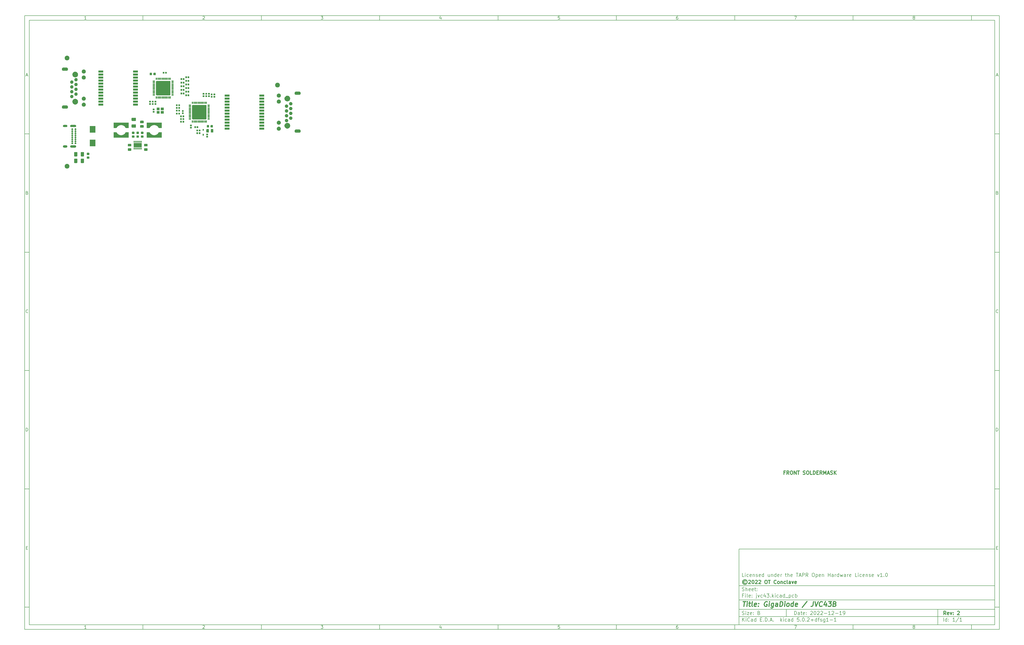
<source format=gbr>
G04 #@! TF.GenerationSoftware,KiCad,Pcbnew,5.0.2+dfsg1-1*
G04 #@! TF.CreationDate,2022-12-19T16:33:40-08:00*
G04 #@! TF.ProjectId,jvc43,6a766334-332e-46b6-9963-61645f706362,2*
G04 #@! TF.SameCoordinates,Original*
G04 #@! TF.FileFunction,Soldermask,Top*
G04 #@! TF.FilePolarity,Negative*
%FSLAX46Y46*%
G04 Gerber Fmt 4.6, Leading zero omitted, Abs format (unit mm)*
G04 Created by KiCad (PCBNEW 5.0.2+dfsg1-1) date Mon 19 Dec 2022 04:33:40 PM PST*
%MOMM*%
%LPD*%
G01*
G04 APERTURE LIST*
%ADD10C,0.100000*%
%ADD11C,0.150000*%
%ADD12C,0.300000*%
%ADD13C,0.400000*%
G04 APERTURE END LIST*
D10*
D11*
X311800000Y-235400000D02*
X311800000Y-267400000D01*
X419800000Y-267400000D01*
X419800000Y-235400000D01*
X311800000Y-235400000D01*
D10*
D11*
X10000000Y-10000000D02*
X10000000Y-269400000D01*
X421800000Y-269400000D01*
X421800000Y-10000000D01*
X10000000Y-10000000D01*
D10*
D11*
X12000000Y-12000000D02*
X12000000Y-267400000D01*
X419800000Y-267400000D01*
X419800000Y-12000000D01*
X12000000Y-12000000D01*
D10*
D11*
X60000000Y-12000000D02*
X60000000Y-10000000D01*
D10*
D11*
X110000000Y-12000000D02*
X110000000Y-10000000D01*
D10*
D11*
X160000000Y-12000000D02*
X160000000Y-10000000D01*
D10*
D11*
X210000000Y-12000000D02*
X210000000Y-10000000D01*
D10*
D11*
X260000000Y-12000000D02*
X260000000Y-10000000D01*
D10*
D11*
X310000000Y-12000000D02*
X310000000Y-10000000D01*
D10*
D11*
X360000000Y-12000000D02*
X360000000Y-10000000D01*
D10*
D11*
X410000000Y-12000000D02*
X410000000Y-10000000D01*
D10*
D11*
X36065476Y-11588095D02*
X35322619Y-11588095D01*
X35694047Y-11588095D02*
X35694047Y-10288095D01*
X35570238Y-10473809D01*
X35446428Y-10597619D01*
X35322619Y-10659523D01*
D10*
D11*
X85322619Y-10411904D02*
X85384523Y-10350000D01*
X85508333Y-10288095D01*
X85817857Y-10288095D01*
X85941666Y-10350000D01*
X86003571Y-10411904D01*
X86065476Y-10535714D01*
X86065476Y-10659523D01*
X86003571Y-10845238D01*
X85260714Y-11588095D01*
X86065476Y-11588095D01*
D10*
D11*
X135260714Y-10288095D02*
X136065476Y-10288095D01*
X135632142Y-10783333D01*
X135817857Y-10783333D01*
X135941666Y-10845238D01*
X136003571Y-10907142D01*
X136065476Y-11030952D01*
X136065476Y-11340476D01*
X136003571Y-11464285D01*
X135941666Y-11526190D01*
X135817857Y-11588095D01*
X135446428Y-11588095D01*
X135322619Y-11526190D01*
X135260714Y-11464285D01*
D10*
D11*
X185941666Y-10721428D02*
X185941666Y-11588095D01*
X185632142Y-10226190D02*
X185322619Y-11154761D01*
X186127380Y-11154761D01*
D10*
D11*
X236003571Y-10288095D02*
X235384523Y-10288095D01*
X235322619Y-10907142D01*
X235384523Y-10845238D01*
X235508333Y-10783333D01*
X235817857Y-10783333D01*
X235941666Y-10845238D01*
X236003571Y-10907142D01*
X236065476Y-11030952D01*
X236065476Y-11340476D01*
X236003571Y-11464285D01*
X235941666Y-11526190D01*
X235817857Y-11588095D01*
X235508333Y-11588095D01*
X235384523Y-11526190D01*
X235322619Y-11464285D01*
D10*
D11*
X285941666Y-10288095D02*
X285694047Y-10288095D01*
X285570238Y-10350000D01*
X285508333Y-10411904D01*
X285384523Y-10597619D01*
X285322619Y-10845238D01*
X285322619Y-11340476D01*
X285384523Y-11464285D01*
X285446428Y-11526190D01*
X285570238Y-11588095D01*
X285817857Y-11588095D01*
X285941666Y-11526190D01*
X286003571Y-11464285D01*
X286065476Y-11340476D01*
X286065476Y-11030952D01*
X286003571Y-10907142D01*
X285941666Y-10845238D01*
X285817857Y-10783333D01*
X285570238Y-10783333D01*
X285446428Y-10845238D01*
X285384523Y-10907142D01*
X285322619Y-11030952D01*
D10*
D11*
X335260714Y-10288095D02*
X336127380Y-10288095D01*
X335570238Y-11588095D01*
D10*
D11*
X385570238Y-10845238D02*
X385446428Y-10783333D01*
X385384523Y-10721428D01*
X385322619Y-10597619D01*
X385322619Y-10535714D01*
X385384523Y-10411904D01*
X385446428Y-10350000D01*
X385570238Y-10288095D01*
X385817857Y-10288095D01*
X385941666Y-10350000D01*
X386003571Y-10411904D01*
X386065476Y-10535714D01*
X386065476Y-10597619D01*
X386003571Y-10721428D01*
X385941666Y-10783333D01*
X385817857Y-10845238D01*
X385570238Y-10845238D01*
X385446428Y-10907142D01*
X385384523Y-10969047D01*
X385322619Y-11092857D01*
X385322619Y-11340476D01*
X385384523Y-11464285D01*
X385446428Y-11526190D01*
X385570238Y-11588095D01*
X385817857Y-11588095D01*
X385941666Y-11526190D01*
X386003571Y-11464285D01*
X386065476Y-11340476D01*
X386065476Y-11092857D01*
X386003571Y-10969047D01*
X385941666Y-10907142D01*
X385817857Y-10845238D01*
D10*
D11*
X60000000Y-267400000D02*
X60000000Y-269400000D01*
D10*
D11*
X110000000Y-267400000D02*
X110000000Y-269400000D01*
D10*
D11*
X160000000Y-267400000D02*
X160000000Y-269400000D01*
D10*
D11*
X210000000Y-267400000D02*
X210000000Y-269400000D01*
D10*
D11*
X260000000Y-267400000D02*
X260000000Y-269400000D01*
D10*
D11*
X310000000Y-267400000D02*
X310000000Y-269400000D01*
D10*
D11*
X360000000Y-267400000D02*
X360000000Y-269400000D01*
D10*
D11*
X410000000Y-267400000D02*
X410000000Y-269400000D01*
D10*
D11*
X36065476Y-268988095D02*
X35322619Y-268988095D01*
X35694047Y-268988095D02*
X35694047Y-267688095D01*
X35570238Y-267873809D01*
X35446428Y-267997619D01*
X35322619Y-268059523D01*
D10*
D11*
X85322619Y-267811904D02*
X85384523Y-267750000D01*
X85508333Y-267688095D01*
X85817857Y-267688095D01*
X85941666Y-267750000D01*
X86003571Y-267811904D01*
X86065476Y-267935714D01*
X86065476Y-268059523D01*
X86003571Y-268245238D01*
X85260714Y-268988095D01*
X86065476Y-268988095D01*
D10*
D11*
X135260714Y-267688095D02*
X136065476Y-267688095D01*
X135632142Y-268183333D01*
X135817857Y-268183333D01*
X135941666Y-268245238D01*
X136003571Y-268307142D01*
X136065476Y-268430952D01*
X136065476Y-268740476D01*
X136003571Y-268864285D01*
X135941666Y-268926190D01*
X135817857Y-268988095D01*
X135446428Y-268988095D01*
X135322619Y-268926190D01*
X135260714Y-268864285D01*
D10*
D11*
X185941666Y-268121428D02*
X185941666Y-268988095D01*
X185632142Y-267626190D02*
X185322619Y-268554761D01*
X186127380Y-268554761D01*
D10*
D11*
X236003571Y-267688095D02*
X235384523Y-267688095D01*
X235322619Y-268307142D01*
X235384523Y-268245238D01*
X235508333Y-268183333D01*
X235817857Y-268183333D01*
X235941666Y-268245238D01*
X236003571Y-268307142D01*
X236065476Y-268430952D01*
X236065476Y-268740476D01*
X236003571Y-268864285D01*
X235941666Y-268926190D01*
X235817857Y-268988095D01*
X235508333Y-268988095D01*
X235384523Y-268926190D01*
X235322619Y-268864285D01*
D10*
D11*
X285941666Y-267688095D02*
X285694047Y-267688095D01*
X285570238Y-267750000D01*
X285508333Y-267811904D01*
X285384523Y-267997619D01*
X285322619Y-268245238D01*
X285322619Y-268740476D01*
X285384523Y-268864285D01*
X285446428Y-268926190D01*
X285570238Y-268988095D01*
X285817857Y-268988095D01*
X285941666Y-268926190D01*
X286003571Y-268864285D01*
X286065476Y-268740476D01*
X286065476Y-268430952D01*
X286003571Y-268307142D01*
X285941666Y-268245238D01*
X285817857Y-268183333D01*
X285570238Y-268183333D01*
X285446428Y-268245238D01*
X285384523Y-268307142D01*
X285322619Y-268430952D01*
D10*
D11*
X335260714Y-267688095D02*
X336127380Y-267688095D01*
X335570238Y-268988095D01*
D10*
D11*
X385570238Y-268245238D02*
X385446428Y-268183333D01*
X385384523Y-268121428D01*
X385322619Y-267997619D01*
X385322619Y-267935714D01*
X385384523Y-267811904D01*
X385446428Y-267750000D01*
X385570238Y-267688095D01*
X385817857Y-267688095D01*
X385941666Y-267750000D01*
X386003571Y-267811904D01*
X386065476Y-267935714D01*
X386065476Y-267997619D01*
X386003571Y-268121428D01*
X385941666Y-268183333D01*
X385817857Y-268245238D01*
X385570238Y-268245238D01*
X385446428Y-268307142D01*
X385384523Y-268369047D01*
X385322619Y-268492857D01*
X385322619Y-268740476D01*
X385384523Y-268864285D01*
X385446428Y-268926190D01*
X385570238Y-268988095D01*
X385817857Y-268988095D01*
X385941666Y-268926190D01*
X386003571Y-268864285D01*
X386065476Y-268740476D01*
X386065476Y-268492857D01*
X386003571Y-268369047D01*
X385941666Y-268307142D01*
X385817857Y-268245238D01*
D10*
D11*
X10000000Y-60000000D02*
X12000000Y-60000000D01*
D10*
D11*
X10000000Y-110000000D02*
X12000000Y-110000000D01*
D10*
D11*
X10000000Y-160000000D02*
X12000000Y-160000000D01*
D10*
D11*
X10000000Y-210000000D02*
X12000000Y-210000000D01*
D10*
D11*
X10000000Y-260000000D02*
X12000000Y-260000000D01*
D10*
D11*
X10690476Y-35216666D02*
X11309523Y-35216666D01*
X10566666Y-35588095D02*
X11000000Y-34288095D01*
X11433333Y-35588095D01*
D10*
D11*
X11092857Y-84907142D02*
X11278571Y-84969047D01*
X11340476Y-85030952D01*
X11402380Y-85154761D01*
X11402380Y-85340476D01*
X11340476Y-85464285D01*
X11278571Y-85526190D01*
X11154761Y-85588095D01*
X10659523Y-85588095D01*
X10659523Y-84288095D01*
X11092857Y-84288095D01*
X11216666Y-84350000D01*
X11278571Y-84411904D01*
X11340476Y-84535714D01*
X11340476Y-84659523D01*
X11278571Y-84783333D01*
X11216666Y-84845238D01*
X11092857Y-84907142D01*
X10659523Y-84907142D01*
D10*
D11*
X11402380Y-135464285D02*
X11340476Y-135526190D01*
X11154761Y-135588095D01*
X11030952Y-135588095D01*
X10845238Y-135526190D01*
X10721428Y-135402380D01*
X10659523Y-135278571D01*
X10597619Y-135030952D01*
X10597619Y-134845238D01*
X10659523Y-134597619D01*
X10721428Y-134473809D01*
X10845238Y-134350000D01*
X11030952Y-134288095D01*
X11154761Y-134288095D01*
X11340476Y-134350000D01*
X11402380Y-134411904D01*
D10*
D11*
X10659523Y-185588095D02*
X10659523Y-184288095D01*
X10969047Y-184288095D01*
X11154761Y-184350000D01*
X11278571Y-184473809D01*
X11340476Y-184597619D01*
X11402380Y-184845238D01*
X11402380Y-185030952D01*
X11340476Y-185278571D01*
X11278571Y-185402380D01*
X11154761Y-185526190D01*
X10969047Y-185588095D01*
X10659523Y-185588095D01*
D10*
D11*
X10721428Y-234907142D02*
X11154761Y-234907142D01*
X11340476Y-235588095D02*
X10721428Y-235588095D01*
X10721428Y-234288095D01*
X11340476Y-234288095D01*
D10*
D11*
X421800000Y-60000000D02*
X419800000Y-60000000D01*
D10*
D11*
X421800000Y-110000000D02*
X419800000Y-110000000D01*
D10*
D11*
X421800000Y-160000000D02*
X419800000Y-160000000D01*
D10*
D11*
X421800000Y-210000000D02*
X419800000Y-210000000D01*
D10*
D11*
X421800000Y-260000000D02*
X419800000Y-260000000D01*
D10*
D11*
X420490476Y-35216666D02*
X421109523Y-35216666D01*
X420366666Y-35588095D02*
X420800000Y-34288095D01*
X421233333Y-35588095D01*
D10*
D11*
X420892857Y-84907142D02*
X421078571Y-84969047D01*
X421140476Y-85030952D01*
X421202380Y-85154761D01*
X421202380Y-85340476D01*
X421140476Y-85464285D01*
X421078571Y-85526190D01*
X420954761Y-85588095D01*
X420459523Y-85588095D01*
X420459523Y-84288095D01*
X420892857Y-84288095D01*
X421016666Y-84350000D01*
X421078571Y-84411904D01*
X421140476Y-84535714D01*
X421140476Y-84659523D01*
X421078571Y-84783333D01*
X421016666Y-84845238D01*
X420892857Y-84907142D01*
X420459523Y-84907142D01*
D10*
D11*
X421202380Y-135464285D02*
X421140476Y-135526190D01*
X420954761Y-135588095D01*
X420830952Y-135588095D01*
X420645238Y-135526190D01*
X420521428Y-135402380D01*
X420459523Y-135278571D01*
X420397619Y-135030952D01*
X420397619Y-134845238D01*
X420459523Y-134597619D01*
X420521428Y-134473809D01*
X420645238Y-134350000D01*
X420830952Y-134288095D01*
X420954761Y-134288095D01*
X421140476Y-134350000D01*
X421202380Y-134411904D01*
D10*
D11*
X420459523Y-185588095D02*
X420459523Y-184288095D01*
X420769047Y-184288095D01*
X420954761Y-184350000D01*
X421078571Y-184473809D01*
X421140476Y-184597619D01*
X421202380Y-184845238D01*
X421202380Y-185030952D01*
X421140476Y-185278571D01*
X421078571Y-185402380D01*
X420954761Y-185526190D01*
X420769047Y-185588095D01*
X420459523Y-185588095D01*
D10*
D11*
X420521428Y-234907142D02*
X420954761Y-234907142D01*
X421140476Y-235588095D02*
X420521428Y-235588095D01*
X420521428Y-234288095D01*
X421140476Y-234288095D01*
D10*
D11*
X335232142Y-263178571D02*
X335232142Y-261678571D01*
X335589285Y-261678571D01*
X335803571Y-261750000D01*
X335946428Y-261892857D01*
X336017857Y-262035714D01*
X336089285Y-262321428D01*
X336089285Y-262535714D01*
X336017857Y-262821428D01*
X335946428Y-262964285D01*
X335803571Y-263107142D01*
X335589285Y-263178571D01*
X335232142Y-263178571D01*
X337375000Y-263178571D02*
X337375000Y-262392857D01*
X337303571Y-262250000D01*
X337160714Y-262178571D01*
X336875000Y-262178571D01*
X336732142Y-262250000D01*
X337375000Y-263107142D02*
X337232142Y-263178571D01*
X336875000Y-263178571D01*
X336732142Y-263107142D01*
X336660714Y-262964285D01*
X336660714Y-262821428D01*
X336732142Y-262678571D01*
X336875000Y-262607142D01*
X337232142Y-262607142D01*
X337375000Y-262535714D01*
X337875000Y-262178571D02*
X338446428Y-262178571D01*
X338089285Y-261678571D02*
X338089285Y-262964285D01*
X338160714Y-263107142D01*
X338303571Y-263178571D01*
X338446428Y-263178571D01*
X339517857Y-263107142D02*
X339375000Y-263178571D01*
X339089285Y-263178571D01*
X338946428Y-263107142D01*
X338875000Y-262964285D01*
X338875000Y-262392857D01*
X338946428Y-262250000D01*
X339089285Y-262178571D01*
X339375000Y-262178571D01*
X339517857Y-262250000D01*
X339589285Y-262392857D01*
X339589285Y-262535714D01*
X338875000Y-262678571D01*
X340232142Y-263035714D02*
X340303571Y-263107142D01*
X340232142Y-263178571D01*
X340160714Y-263107142D01*
X340232142Y-263035714D01*
X340232142Y-263178571D01*
X340232142Y-262250000D02*
X340303571Y-262321428D01*
X340232142Y-262392857D01*
X340160714Y-262321428D01*
X340232142Y-262250000D01*
X340232142Y-262392857D01*
X342017857Y-261821428D02*
X342089285Y-261750000D01*
X342232142Y-261678571D01*
X342589285Y-261678571D01*
X342732142Y-261750000D01*
X342803571Y-261821428D01*
X342875000Y-261964285D01*
X342875000Y-262107142D01*
X342803571Y-262321428D01*
X341946428Y-263178571D01*
X342875000Y-263178571D01*
X343803571Y-261678571D02*
X343946428Y-261678571D01*
X344089285Y-261750000D01*
X344160714Y-261821428D01*
X344232142Y-261964285D01*
X344303571Y-262250000D01*
X344303571Y-262607142D01*
X344232142Y-262892857D01*
X344160714Y-263035714D01*
X344089285Y-263107142D01*
X343946428Y-263178571D01*
X343803571Y-263178571D01*
X343660714Y-263107142D01*
X343589285Y-263035714D01*
X343517857Y-262892857D01*
X343446428Y-262607142D01*
X343446428Y-262250000D01*
X343517857Y-261964285D01*
X343589285Y-261821428D01*
X343660714Y-261750000D01*
X343803571Y-261678571D01*
X344875000Y-261821428D02*
X344946428Y-261750000D01*
X345089285Y-261678571D01*
X345446428Y-261678571D01*
X345589285Y-261750000D01*
X345660714Y-261821428D01*
X345732142Y-261964285D01*
X345732142Y-262107142D01*
X345660714Y-262321428D01*
X344803571Y-263178571D01*
X345732142Y-263178571D01*
X346303571Y-261821428D02*
X346375000Y-261750000D01*
X346517857Y-261678571D01*
X346875000Y-261678571D01*
X347017857Y-261750000D01*
X347089285Y-261821428D01*
X347160714Y-261964285D01*
X347160714Y-262107142D01*
X347089285Y-262321428D01*
X346232142Y-263178571D01*
X347160714Y-263178571D01*
X347803571Y-262607142D02*
X348946428Y-262607142D01*
X350446428Y-263178571D02*
X349589285Y-263178571D01*
X350017857Y-263178571D02*
X350017857Y-261678571D01*
X349875000Y-261892857D01*
X349732142Y-262035714D01*
X349589285Y-262107142D01*
X351017857Y-261821428D02*
X351089285Y-261750000D01*
X351232142Y-261678571D01*
X351589285Y-261678571D01*
X351732142Y-261750000D01*
X351803571Y-261821428D01*
X351875000Y-261964285D01*
X351875000Y-262107142D01*
X351803571Y-262321428D01*
X350946428Y-263178571D01*
X351875000Y-263178571D01*
X352517857Y-262607142D02*
X353660714Y-262607142D01*
X355160714Y-263178571D02*
X354303571Y-263178571D01*
X354732142Y-263178571D02*
X354732142Y-261678571D01*
X354589285Y-261892857D01*
X354446428Y-262035714D01*
X354303571Y-262107142D01*
X355875000Y-263178571D02*
X356160714Y-263178571D01*
X356303571Y-263107142D01*
X356375000Y-263035714D01*
X356517857Y-262821428D01*
X356589285Y-262535714D01*
X356589285Y-261964285D01*
X356517857Y-261821428D01*
X356446428Y-261750000D01*
X356303571Y-261678571D01*
X356017857Y-261678571D01*
X355875000Y-261750000D01*
X355803571Y-261821428D01*
X355732142Y-261964285D01*
X355732142Y-262321428D01*
X355803571Y-262464285D01*
X355875000Y-262535714D01*
X356017857Y-262607142D01*
X356303571Y-262607142D01*
X356446428Y-262535714D01*
X356517857Y-262464285D01*
X356589285Y-262321428D01*
D10*
D11*
X311800000Y-263900000D02*
X419800000Y-263900000D01*
D10*
D11*
X313232142Y-265978571D02*
X313232142Y-264478571D01*
X314089285Y-265978571D02*
X313446428Y-265121428D01*
X314089285Y-264478571D02*
X313232142Y-265335714D01*
X314732142Y-265978571D02*
X314732142Y-264978571D01*
X314732142Y-264478571D02*
X314660714Y-264550000D01*
X314732142Y-264621428D01*
X314803571Y-264550000D01*
X314732142Y-264478571D01*
X314732142Y-264621428D01*
X316303571Y-265835714D02*
X316232142Y-265907142D01*
X316017857Y-265978571D01*
X315875000Y-265978571D01*
X315660714Y-265907142D01*
X315517857Y-265764285D01*
X315446428Y-265621428D01*
X315375000Y-265335714D01*
X315375000Y-265121428D01*
X315446428Y-264835714D01*
X315517857Y-264692857D01*
X315660714Y-264550000D01*
X315875000Y-264478571D01*
X316017857Y-264478571D01*
X316232142Y-264550000D01*
X316303571Y-264621428D01*
X317589285Y-265978571D02*
X317589285Y-265192857D01*
X317517857Y-265050000D01*
X317375000Y-264978571D01*
X317089285Y-264978571D01*
X316946428Y-265050000D01*
X317589285Y-265907142D02*
X317446428Y-265978571D01*
X317089285Y-265978571D01*
X316946428Y-265907142D01*
X316875000Y-265764285D01*
X316875000Y-265621428D01*
X316946428Y-265478571D01*
X317089285Y-265407142D01*
X317446428Y-265407142D01*
X317589285Y-265335714D01*
X318946428Y-265978571D02*
X318946428Y-264478571D01*
X318946428Y-265907142D02*
X318803571Y-265978571D01*
X318517857Y-265978571D01*
X318375000Y-265907142D01*
X318303571Y-265835714D01*
X318232142Y-265692857D01*
X318232142Y-265264285D01*
X318303571Y-265121428D01*
X318375000Y-265050000D01*
X318517857Y-264978571D01*
X318803571Y-264978571D01*
X318946428Y-265050000D01*
X320803571Y-265192857D02*
X321303571Y-265192857D01*
X321517857Y-265978571D02*
X320803571Y-265978571D01*
X320803571Y-264478571D01*
X321517857Y-264478571D01*
X322160714Y-265835714D02*
X322232142Y-265907142D01*
X322160714Y-265978571D01*
X322089285Y-265907142D01*
X322160714Y-265835714D01*
X322160714Y-265978571D01*
X322875000Y-265978571D02*
X322875000Y-264478571D01*
X323232142Y-264478571D01*
X323446428Y-264550000D01*
X323589285Y-264692857D01*
X323660714Y-264835714D01*
X323732142Y-265121428D01*
X323732142Y-265335714D01*
X323660714Y-265621428D01*
X323589285Y-265764285D01*
X323446428Y-265907142D01*
X323232142Y-265978571D01*
X322875000Y-265978571D01*
X324375000Y-265835714D02*
X324446428Y-265907142D01*
X324375000Y-265978571D01*
X324303571Y-265907142D01*
X324375000Y-265835714D01*
X324375000Y-265978571D01*
X325017857Y-265550000D02*
X325732142Y-265550000D01*
X324875000Y-265978571D02*
X325375000Y-264478571D01*
X325875000Y-265978571D01*
X326375000Y-265835714D02*
X326446428Y-265907142D01*
X326375000Y-265978571D01*
X326303571Y-265907142D01*
X326375000Y-265835714D01*
X326375000Y-265978571D01*
X329375000Y-265978571D02*
X329375000Y-264478571D01*
X329517857Y-265407142D02*
X329946428Y-265978571D01*
X329946428Y-264978571D02*
X329375000Y-265550000D01*
X330589285Y-265978571D02*
X330589285Y-264978571D01*
X330589285Y-264478571D02*
X330517857Y-264550000D01*
X330589285Y-264621428D01*
X330660714Y-264550000D01*
X330589285Y-264478571D01*
X330589285Y-264621428D01*
X331946428Y-265907142D02*
X331803571Y-265978571D01*
X331517857Y-265978571D01*
X331375000Y-265907142D01*
X331303571Y-265835714D01*
X331232142Y-265692857D01*
X331232142Y-265264285D01*
X331303571Y-265121428D01*
X331375000Y-265050000D01*
X331517857Y-264978571D01*
X331803571Y-264978571D01*
X331946428Y-265050000D01*
X333232142Y-265978571D02*
X333232142Y-265192857D01*
X333160714Y-265050000D01*
X333017857Y-264978571D01*
X332732142Y-264978571D01*
X332589285Y-265050000D01*
X333232142Y-265907142D02*
X333089285Y-265978571D01*
X332732142Y-265978571D01*
X332589285Y-265907142D01*
X332517857Y-265764285D01*
X332517857Y-265621428D01*
X332589285Y-265478571D01*
X332732142Y-265407142D01*
X333089285Y-265407142D01*
X333232142Y-265335714D01*
X334589285Y-265978571D02*
X334589285Y-264478571D01*
X334589285Y-265907142D02*
X334446428Y-265978571D01*
X334160714Y-265978571D01*
X334017857Y-265907142D01*
X333946428Y-265835714D01*
X333875000Y-265692857D01*
X333875000Y-265264285D01*
X333946428Y-265121428D01*
X334017857Y-265050000D01*
X334160714Y-264978571D01*
X334446428Y-264978571D01*
X334589285Y-265050000D01*
X337160714Y-264478571D02*
X336446428Y-264478571D01*
X336375000Y-265192857D01*
X336446428Y-265121428D01*
X336589285Y-265050000D01*
X336946428Y-265050000D01*
X337089285Y-265121428D01*
X337160714Y-265192857D01*
X337232142Y-265335714D01*
X337232142Y-265692857D01*
X337160714Y-265835714D01*
X337089285Y-265907142D01*
X336946428Y-265978571D01*
X336589285Y-265978571D01*
X336446428Y-265907142D01*
X336375000Y-265835714D01*
X337875000Y-265835714D02*
X337946428Y-265907142D01*
X337875000Y-265978571D01*
X337803571Y-265907142D01*
X337875000Y-265835714D01*
X337875000Y-265978571D01*
X338875000Y-264478571D02*
X339017857Y-264478571D01*
X339160714Y-264550000D01*
X339232142Y-264621428D01*
X339303571Y-264764285D01*
X339375000Y-265050000D01*
X339375000Y-265407142D01*
X339303571Y-265692857D01*
X339232142Y-265835714D01*
X339160714Y-265907142D01*
X339017857Y-265978571D01*
X338875000Y-265978571D01*
X338732142Y-265907142D01*
X338660714Y-265835714D01*
X338589285Y-265692857D01*
X338517857Y-265407142D01*
X338517857Y-265050000D01*
X338589285Y-264764285D01*
X338660714Y-264621428D01*
X338732142Y-264550000D01*
X338875000Y-264478571D01*
X340017857Y-265835714D02*
X340089285Y-265907142D01*
X340017857Y-265978571D01*
X339946428Y-265907142D01*
X340017857Y-265835714D01*
X340017857Y-265978571D01*
X340660714Y-264621428D02*
X340732142Y-264550000D01*
X340875000Y-264478571D01*
X341232142Y-264478571D01*
X341375000Y-264550000D01*
X341446428Y-264621428D01*
X341517857Y-264764285D01*
X341517857Y-264907142D01*
X341446428Y-265121428D01*
X340589285Y-265978571D01*
X341517857Y-265978571D01*
X342160714Y-265407142D02*
X343303571Y-265407142D01*
X342732142Y-265978571D02*
X342732142Y-264835714D01*
X344660714Y-265978571D02*
X344660714Y-264478571D01*
X344660714Y-265907142D02*
X344517857Y-265978571D01*
X344232142Y-265978571D01*
X344089285Y-265907142D01*
X344017857Y-265835714D01*
X343946428Y-265692857D01*
X343946428Y-265264285D01*
X344017857Y-265121428D01*
X344089285Y-265050000D01*
X344232142Y-264978571D01*
X344517857Y-264978571D01*
X344660714Y-265050000D01*
X345160714Y-264978571D02*
X345732142Y-264978571D01*
X345375000Y-265978571D02*
X345375000Y-264692857D01*
X345446428Y-264550000D01*
X345589285Y-264478571D01*
X345732142Y-264478571D01*
X346160714Y-265907142D02*
X346303571Y-265978571D01*
X346589285Y-265978571D01*
X346732142Y-265907142D01*
X346803571Y-265764285D01*
X346803571Y-265692857D01*
X346732142Y-265550000D01*
X346589285Y-265478571D01*
X346375000Y-265478571D01*
X346232142Y-265407142D01*
X346160714Y-265264285D01*
X346160714Y-265192857D01*
X346232142Y-265050000D01*
X346375000Y-264978571D01*
X346589285Y-264978571D01*
X346732142Y-265050000D01*
X348089285Y-264978571D02*
X348089285Y-266192857D01*
X348017857Y-266335714D01*
X347946428Y-266407142D01*
X347803571Y-266478571D01*
X347589285Y-266478571D01*
X347446428Y-266407142D01*
X348089285Y-265907142D02*
X347946428Y-265978571D01*
X347660714Y-265978571D01*
X347517857Y-265907142D01*
X347446428Y-265835714D01*
X347375000Y-265692857D01*
X347375000Y-265264285D01*
X347446428Y-265121428D01*
X347517857Y-265050000D01*
X347660714Y-264978571D01*
X347946428Y-264978571D01*
X348089285Y-265050000D01*
X349589285Y-265978571D02*
X348732142Y-265978571D01*
X349160714Y-265978571D02*
X349160714Y-264478571D01*
X349017857Y-264692857D01*
X348875000Y-264835714D01*
X348732142Y-264907142D01*
X350232142Y-265407142D02*
X351375000Y-265407142D01*
X352875000Y-265978571D02*
X352017857Y-265978571D01*
X352446428Y-265978571D02*
X352446428Y-264478571D01*
X352303571Y-264692857D01*
X352160714Y-264835714D01*
X352017857Y-264907142D01*
D10*
D11*
X311800000Y-260900000D02*
X419800000Y-260900000D01*
D10*
D12*
X399209285Y-263178571D02*
X398709285Y-262464285D01*
X398352142Y-263178571D02*
X398352142Y-261678571D01*
X398923571Y-261678571D01*
X399066428Y-261750000D01*
X399137857Y-261821428D01*
X399209285Y-261964285D01*
X399209285Y-262178571D01*
X399137857Y-262321428D01*
X399066428Y-262392857D01*
X398923571Y-262464285D01*
X398352142Y-262464285D01*
X400423571Y-263107142D02*
X400280714Y-263178571D01*
X399995000Y-263178571D01*
X399852142Y-263107142D01*
X399780714Y-262964285D01*
X399780714Y-262392857D01*
X399852142Y-262250000D01*
X399995000Y-262178571D01*
X400280714Y-262178571D01*
X400423571Y-262250000D01*
X400495000Y-262392857D01*
X400495000Y-262535714D01*
X399780714Y-262678571D01*
X400995000Y-262178571D02*
X401352142Y-263178571D01*
X401709285Y-262178571D01*
X402280714Y-263035714D02*
X402352142Y-263107142D01*
X402280714Y-263178571D01*
X402209285Y-263107142D01*
X402280714Y-263035714D01*
X402280714Y-263178571D01*
X402280714Y-262250000D02*
X402352142Y-262321428D01*
X402280714Y-262392857D01*
X402209285Y-262321428D01*
X402280714Y-262250000D01*
X402280714Y-262392857D01*
X404066428Y-261821428D02*
X404137857Y-261750000D01*
X404280714Y-261678571D01*
X404637857Y-261678571D01*
X404780714Y-261750000D01*
X404852142Y-261821428D01*
X404923571Y-261964285D01*
X404923571Y-262107142D01*
X404852142Y-262321428D01*
X403995000Y-263178571D01*
X404923571Y-263178571D01*
D10*
D11*
X313160714Y-263107142D02*
X313375000Y-263178571D01*
X313732142Y-263178571D01*
X313875000Y-263107142D01*
X313946428Y-263035714D01*
X314017857Y-262892857D01*
X314017857Y-262750000D01*
X313946428Y-262607142D01*
X313875000Y-262535714D01*
X313732142Y-262464285D01*
X313446428Y-262392857D01*
X313303571Y-262321428D01*
X313232142Y-262250000D01*
X313160714Y-262107142D01*
X313160714Y-261964285D01*
X313232142Y-261821428D01*
X313303571Y-261750000D01*
X313446428Y-261678571D01*
X313803571Y-261678571D01*
X314017857Y-261750000D01*
X314660714Y-263178571D02*
X314660714Y-262178571D01*
X314660714Y-261678571D02*
X314589285Y-261750000D01*
X314660714Y-261821428D01*
X314732142Y-261750000D01*
X314660714Y-261678571D01*
X314660714Y-261821428D01*
X315232142Y-262178571D02*
X316017857Y-262178571D01*
X315232142Y-263178571D01*
X316017857Y-263178571D01*
X317160714Y-263107142D02*
X317017857Y-263178571D01*
X316732142Y-263178571D01*
X316589285Y-263107142D01*
X316517857Y-262964285D01*
X316517857Y-262392857D01*
X316589285Y-262250000D01*
X316732142Y-262178571D01*
X317017857Y-262178571D01*
X317160714Y-262250000D01*
X317232142Y-262392857D01*
X317232142Y-262535714D01*
X316517857Y-262678571D01*
X317875000Y-263035714D02*
X317946428Y-263107142D01*
X317875000Y-263178571D01*
X317803571Y-263107142D01*
X317875000Y-263035714D01*
X317875000Y-263178571D01*
X317875000Y-262250000D02*
X317946428Y-262321428D01*
X317875000Y-262392857D01*
X317803571Y-262321428D01*
X317875000Y-262250000D01*
X317875000Y-262392857D01*
X320232142Y-262392857D02*
X320446428Y-262464285D01*
X320517857Y-262535714D01*
X320589285Y-262678571D01*
X320589285Y-262892857D01*
X320517857Y-263035714D01*
X320446428Y-263107142D01*
X320303571Y-263178571D01*
X319732142Y-263178571D01*
X319732142Y-261678571D01*
X320232142Y-261678571D01*
X320375000Y-261750000D01*
X320446428Y-261821428D01*
X320517857Y-261964285D01*
X320517857Y-262107142D01*
X320446428Y-262250000D01*
X320375000Y-262321428D01*
X320232142Y-262392857D01*
X319732142Y-262392857D01*
D10*
D11*
X398232142Y-265978571D02*
X398232142Y-264478571D01*
X399589285Y-265978571D02*
X399589285Y-264478571D01*
X399589285Y-265907142D02*
X399446428Y-265978571D01*
X399160714Y-265978571D01*
X399017857Y-265907142D01*
X398946428Y-265835714D01*
X398875000Y-265692857D01*
X398875000Y-265264285D01*
X398946428Y-265121428D01*
X399017857Y-265050000D01*
X399160714Y-264978571D01*
X399446428Y-264978571D01*
X399589285Y-265050000D01*
X400303571Y-265835714D02*
X400375000Y-265907142D01*
X400303571Y-265978571D01*
X400232142Y-265907142D01*
X400303571Y-265835714D01*
X400303571Y-265978571D01*
X400303571Y-265050000D02*
X400375000Y-265121428D01*
X400303571Y-265192857D01*
X400232142Y-265121428D01*
X400303571Y-265050000D01*
X400303571Y-265192857D01*
X402946428Y-265978571D02*
X402089285Y-265978571D01*
X402517857Y-265978571D02*
X402517857Y-264478571D01*
X402375000Y-264692857D01*
X402232142Y-264835714D01*
X402089285Y-264907142D01*
X404660714Y-264407142D02*
X403375000Y-266335714D01*
X405946428Y-265978571D02*
X405089285Y-265978571D01*
X405517857Y-265978571D02*
X405517857Y-264478571D01*
X405375000Y-264692857D01*
X405232142Y-264835714D01*
X405089285Y-264907142D01*
D10*
D11*
X311800000Y-256900000D02*
X419800000Y-256900000D01*
D10*
D13*
X313512380Y-257604761D02*
X314655238Y-257604761D01*
X313833809Y-259604761D02*
X314083809Y-257604761D01*
X315071904Y-259604761D02*
X315238571Y-258271428D01*
X315321904Y-257604761D02*
X315214761Y-257700000D01*
X315298095Y-257795238D01*
X315405238Y-257700000D01*
X315321904Y-257604761D01*
X315298095Y-257795238D01*
X315905238Y-258271428D02*
X316667142Y-258271428D01*
X316274285Y-257604761D02*
X316060000Y-259319047D01*
X316131428Y-259509523D01*
X316310000Y-259604761D01*
X316500476Y-259604761D01*
X317452857Y-259604761D02*
X317274285Y-259509523D01*
X317202857Y-259319047D01*
X317417142Y-257604761D01*
X318988571Y-259509523D02*
X318786190Y-259604761D01*
X318405238Y-259604761D01*
X318226666Y-259509523D01*
X318155238Y-259319047D01*
X318250476Y-258557142D01*
X318369523Y-258366666D01*
X318571904Y-258271428D01*
X318952857Y-258271428D01*
X319131428Y-258366666D01*
X319202857Y-258557142D01*
X319179047Y-258747619D01*
X318202857Y-258938095D01*
X319952857Y-259414285D02*
X320036190Y-259509523D01*
X319929047Y-259604761D01*
X319845714Y-259509523D01*
X319952857Y-259414285D01*
X319929047Y-259604761D01*
X320083809Y-258366666D02*
X320167142Y-258461904D01*
X320060000Y-258557142D01*
X319976666Y-258461904D01*
X320083809Y-258366666D01*
X320060000Y-258557142D01*
X323690952Y-257700000D02*
X323512380Y-257604761D01*
X323226666Y-257604761D01*
X322929047Y-257700000D01*
X322714761Y-257890476D01*
X322595714Y-258080952D01*
X322452857Y-258461904D01*
X322417142Y-258747619D01*
X322464761Y-259128571D01*
X322536190Y-259319047D01*
X322702857Y-259509523D01*
X322976666Y-259604761D01*
X323167142Y-259604761D01*
X323464761Y-259509523D01*
X323571904Y-259414285D01*
X323655238Y-258747619D01*
X323274285Y-258747619D01*
X324405238Y-259604761D02*
X324571904Y-258271428D01*
X324655238Y-257604761D02*
X324548095Y-257700000D01*
X324631428Y-257795238D01*
X324738571Y-257700000D01*
X324655238Y-257604761D01*
X324631428Y-257795238D01*
X326381428Y-258271428D02*
X326179047Y-259890476D01*
X326060000Y-260080952D01*
X325952857Y-260176190D01*
X325750476Y-260271428D01*
X325464761Y-260271428D01*
X325286190Y-260176190D01*
X326226666Y-259509523D02*
X326024285Y-259604761D01*
X325643333Y-259604761D01*
X325464761Y-259509523D01*
X325381428Y-259414285D01*
X325310000Y-259223809D01*
X325381428Y-258652380D01*
X325500476Y-258461904D01*
X325607619Y-258366666D01*
X325810000Y-258271428D01*
X326190952Y-258271428D01*
X326369523Y-258366666D01*
X328024285Y-259604761D02*
X328155238Y-258557142D01*
X328083809Y-258366666D01*
X327905238Y-258271428D01*
X327524285Y-258271428D01*
X327321904Y-258366666D01*
X328036190Y-259509523D02*
X327833809Y-259604761D01*
X327357619Y-259604761D01*
X327179047Y-259509523D01*
X327107619Y-259319047D01*
X327131428Y-259128571D01*
X327250476Y-258938095D01*
X327452857Y-258842857D01*
X327929047Y-258842857D01*
X328131428Y-258747619D01*
X328976666Y-259604761D02*
X329226666Y-257604761D01*
X329702857Y-257604761D01*
X329976666Y-257700000D01*
X330143333Y-257890476D01*
X330214761Y-258080952D01*
X330262380Y-258461904D01*
X330226666Y-258747619D01*
X330083809Y-259128571D01*
X329964761Y-259319047D01*
X329750476Y-259509523D01*
X329452857Y-259604761D01*
X328976666Y-259604761D01*
X330976666Y-259604761D02*
X331143333Y-258271428D01*
X331226666Y-257604761D02*
X331119523Y-257700000D01*
X331202857Y-257795238D01*
X331310000Y-257700000D01*
X331226666Y-257604761D01*
X331202857Y-257795238D01*
X332214761Y-259604761D02*
X332036190Y-259509523D01*
X331952857Y-259414285D01*
X331881428Y-259223809D01*
X331952857Y-258652380D01*
X332071904Y-258461904D01*
X332179047Y-258366666D01*
X332381428Y-258271428D01*
X332667142Y-258271428D01*
X332845714Y-258366666D01*
X332929047Y-258461904D01*
X333000476Y-258652380D01*
X332929047Y-259223809D01*
X332810000Y-259414285D01*
X332702857Y-259509523D01*
X332500476Y-259604761D01*
X332214761Y-259604761D01*
X334595714Y-259604761D02*
X334845714Y-257604761D01*
X334607619Y-259509523D02*
X334405238Y-259604761D01*
X334024285Y-259604761D01*
X333845714Y-259509523D01*
X333762380Y-259414285D01*
X333690952Y-259223809D01*
X333762380Y-258652380D01*
X333881428Y-258461904D01*
X333988571Y-258366666D01*
X334190952Y-258271428D01*
X334571904Y-258271428D01*
X334750476Y-258366666D01*
X336321904Y-259509523D02*
X336119523Y-259604761D01*
X335738571Y-259604761D01*
X335560000Y-259509523D01*
X335488571Y-259319047D01*
X335583809Y-258557142D01*
X335702857Y-258366666D01*
X335905238Y-258271428D01*
X336286190Y-258271428D01*
X336464761Y-258366666D01*
X336536190Y-258557142D01*
X336512380Y-258747619D01*
X335536190Y-258938095D01*
X340476666Y-257509523D02*
X338440952Y-260080952D01*
X343226666Y-257604761D02*
X343048095Y-259033333D01*
X342917142Y-259319047D01*
X342702857Y-259509523D01*
X342405238Y-259604761D01*
X342214761Y-259604761D01*
X343893333Y-257604761D02*
X344310000Y-259604761D01*
X345226666Y-257604761D01*
X346810000Y-259414285D02*
X346702857Y-259509523D01*
X346405238Y-259604761D01*
X346214761Y-259604761D01*
X345940952Y-259509523D01*
X345774285Y-259319047D01*
X345702857Y-259128571D01*
X345655238Y-258747619D01*
X345690952Y-258461904D01*
X345833809Y-258080952D01*
X345952857Y-257890476D01*
X346167142Y-257700000D01*
X346464761Y-257604761D01*
X346655238Y-257604761D01*
X346929047Y-257700000D01*
X347012380Y-257795238D01*
X348667142Y-258271428D02*
X348500476Y-259604761D01*
X348286190Y-257509523D02*
X347631428Y-258938095D01*
X348869523Y-258938095D01*
X349607619Y-257604761D02*
X350845714Y-257604761D01*
X350083809Y-258366666D01*
X350369523Y-258366666D01*
X350548095Y-258461904D01*
X350631428Y-258557142D01*
X350702857Y-258747619D01*
X350643333Y-259223809D01*
X350524285Y-259414285D01*
X350417142Y-259509523D01*
X350214761Y-259604761D01*
X349643333Y-259604761D01*
X349464761Y-259509523D01*
X349381428Y-259414285D01*
X352250476Y-258557142D02*
X352524285Y-258652380D01*
X352607619Y-258747619D01*
X352679047Y-258938095D01*
X352643333Y-259223809D01*
X352524285Y-259414285D01*
X352417142Y-259509523D01*
X352214761Y-259604761D01*
X351452857Y-259604761D01*
X351702857Y-257604761D01*
X352369523Y-257604761D01*
X352548095Y-257700000D01*
X352631428Y-257795238D01*
X352702857Y-257985714D01*
X352679047Y-258176190D01*
X352560000Y-258366666D01*
X352452857Y-258461904D01*
X352250476Y-258557142D01*
X351583809Y-258557142D01*
D10*
D11*
X313732142Y-254992857D02*
X313232142Y-254992857D01*
X313232142Y-255778571D02*
X313232142Y-254278571D01*
X313946428Y-254278571D01*
X314517857Y-255778571D02*
X314517857Y-254778571D01*
X314517857Y-254278571D02*
X314446428Y-254350000D01*
X314517857Y-254421428D01*
X314589285Y-254350000D01*
X314517857Y-254278571D01*
X314517857Y-254421428D01*
X315446428Y-255778571D02*
X315303571Y-255707142D01*
X315232142Y-255564285D01*
X315232142Y-254278571D01*
X316589285Y-255707142D02*
X316446428Y-255778571D01*
X316160714Y-255778571D01*
X316017857Y-255707142D01*
X315946428Y-255564285D01*
X315946428Y-254992857D01*
X316017857Y-254850000D01*
X316160714Y-254778571D01*
X316446428Y-254778571D01*
X316589285Y-254850000D01*
X316660714Y-254992857D01*
X316660714Y-255135714D01*
X315946428Y-255278571D01*
X317303571Y-255635714D02*
X317375000Y-255707142D01*
X317303571Y-255778571D01*
X317232142Y-255707142D01*
X317303571Y-255635714D01*
X317303571Y-255778571D01*
X317303571Y-254850000D02*
X317375000Y-254921428D01*
X317303571Y-254992857D01*
X317232142Y-254921428D01*
X317303571Y-254850000D01*
X317303571Y-254992857D01*
X319160714Y-254778571D02*
X319160714Y-256064285D01*
X319089285Y-256207142D01*
X318946428Y-256278571D01*
X318875000Y-256278571D01*
X319160714Y-254278571D02*
X319089285Y-254350000D01*
X319160714Y-254421428D01*
X319232142Y-254350000D01*
X319160714Y-254278571D01*
X319160714Y-254421428D01*
X319732142Y-254778571D02*
X320089285Y-255778571D01*
X320446428Y-254778571D01*
X321660714Y-255707142D02*
X321517857Y-255778571D01*
X321232142Y-255778571D01*
X321089285Y-255707142D01*
X321017857Y-255635714D01*
X320946428Y-255492857D01*
X320946428Y-255064285D01*
X321017857Y-254921428D01*
X321089285Y-254850000D01*
X321232142Y-254778571D01*
X321517857Y-254778571D01*
X321660714Y-254850000D01*
X322946428Y-254778571D02*
X322946428Y-255778571D01*
X322589285Y-254207142D02*
X322232142Y-255278571D01*
X323160714Y-255278571D01*
X323589285Y-254278571D02*
X324517857Y-254278571D01*
X324017857Y-254850000D01*
X324232142Y-254850000D01*
X324375000Y-254921428D01*
X324446428Y-254992857D01*
X324517857Y-255135714D01*
X324517857Y-255492857D01*
X324446428Y-255635714D01*
X324375000Y-255707142D01*
X324232142Y-255778571D01*
X323803571Y-255778571D01*
X323660714Y-255707142D01*
X323589285Y-255635714D01*
X325160714Y-255635714D02*
X325232142Y-255707142D01*
X325160714Y-255778571D01*
X325089285Y-255707142D01*
X325160714Y-255635714D01*
X325160714Y-255778571D01*
X325875000Y-255778571D02*
X325875000Y-254278571D01*
X326017857Y-255207142D02*
X326446428Y-255778571D01*
X326446428Y-254778571D02*
X325875000Y-255350000D01*
X327089285Y-255778571D02*
X327089285Y-254778571D01*
X327089285Y-254278571D02*
X327017857Y-254350000D01*
X327089285Y-254421428D01*
X327160714Y-254350000D01*
X327089285Y-254278571D01*
X327089285Y-254421428D01*
X328446428Y-255707142D02*
X328303571Y-255778571D01*
X328017857Y-255778571D01*
X327875000Y-255707142D01*
X327803571Y-255635714D01*
X327732142Y-255492857D01*
X327732142Y-255064285D01*
X327803571Y-254921428D01*
X327875000Y-254850000D01*
X328017857Y-254778571D01*
X328303571Y-254778571D01*
X328446428Y-254850000D01*
X329732142Y-255778571D02*
X329732142Y-254992857D01*
X329660714Y-254850000D01*
X329517857Y-254778571D01*
X329232142Y-254778571D01*
X329089285Y-254850000D01*
X329732142Y-255707142D02*
X329589285Y-255778571D01*
X329232142Y-255778571D01*
X329089285Y-255707142D01*
X329017857Y-255564285D01*
X329017857Y-255421428D01*
X329089285Y-255278571D01*
X329232142Y-255207142D01*
X329589285Y-255207142D01*
X329732142Y-255135714D01*
X331089285Y-255778571D02*
X331089285Y-254278571D01*
X331089285Y-255707142D02*
X330946428Y-255778571D01*
X330660714Y-255778571D01*
X330517857Y-255707142D01*
X330446428Y-255635714D01*
X330375000Y-255492857D01*
X330375000Y-255064285D01*
X330446428Y-254921428D01*
X330517857Y-254850000D01*
X330660714Y-254778571D01*
X330946428Y-254778571D01*
X331089285Y-254850000D01*
X331446428Y-255921428D02*
X332589285Y-255921428D01*
X332946428Y-254778571D02*
X332946428Y-256278571D01*
X332946428Y-254850000D02*
X333089285Y-254778571D01*
X333375000Y-254778571D01*
X333517857Y-254850000D01*
X333589285Y-254921428D01*
X333660714Y-255064285D01*
X333660714Y-255492857D01*
X333589285Y-255635714D01*
X333517857Y-255707142D01*
X333375000Y-255778571D01*
X333089285Y-255778571D01*
X332946428Y-255707142D01*
X334946428Y-255707142D02*
X334803571Y-255778571D01*
X334517857Y-255778571D01*
X334375000Y-255707142D01*
X334303571Y-255635714D01*
X334232142Y-255492857D01*
X334232142Y-255064285D01*
X334303571Y-254921428D01*
X334375000Y-254850000D01*
X334517857Y-254778571D01*
X334803571Y-254778571D01*
X334946428Y-254850000D01*
X335589285Y-255778571D02*
X335589285Y-254278571D01*
X335589285Y-254850000D02*
X335732142Y-254778571D01*
X336017857Y-254778571D01*
X336160714Y-254850000D01*
X336232142Y-254921428D01*
X336303571Y-255064285D01*
X336303571Y-255492857D01*
X336232142Y-255635714D01*
X336160714Y-255707142D01*
X336017857Y-255778571D01*
X335732142Y-255778571D01*
X335589285Y-255707142D01*
D10*
D11*
X311800000Y-250900000D02*
X419800000Y-250900000D01*
D10*
D11*
X313160714Y-253007142D02*
X313375000Y-253078571D01*
X313732142Y-253078571D01*
X313875000Y-253007142D01*
X313946428Y-252935714D01*
X314017857Y-252792857D01*
X314017857Y-252650000D01*
X313946428Y-252507142D01*
X313875000Y-252435714D01*
X313732142Y-252364285D01*
X313446428Y-252292857D01*
X313303571Y-252221428D01*
X313232142Y-252150000D01*
X313160714Y-252007142D01*
X313160714Y-251864285D01*
X313232142Y-251721428D01*
X313303571Y-251650000D01*
X313446428Y-251578571D01*
X313803571Y-251578571D01*
X314017857Y-251650000D01*
X314660714Y-253078571D02*
X314660714Y-251578571D01*
X315303571Y-253078571D02*
X315303571Y-252292857D01*
X315232142Y-252150000D01*
X315089285Y-252078571D01*
X314875000Y-252078571D01*
X314732142Y-252150000D01*
X314660714Y-252221428D01*
X316589285Y-253007142D02*
X316446428Y-253078571D01*
X316160714Y-253078571D01*
X316017857Y-253007142D01*
X315946428Y-252864285D01*
X315946428Y-252292857D01*
X316017857Y-252150000D01*
X316160714Y-252078571D01*
X316446428Y-252078571D01*
X316589285Y-252150000D01*
X316660714Y-252292857D01*
X316660714Y-252435714D01*
X315946428Y-252578571D01*
X317875000Y-253007142D02*
X317732142Y-253078571D01*
X317446428Y-253078571D01*
X317303571Y-253007142D01*
X317232142Y-252864285D01*
X317232142Y-252292857D01*
X317303571Y-252150000D01*
X317446428Y-252078571D01*
X317732142Y-252078571D01*
X317875000Y-252150000D01*
X317946428Y-252292857D01*
X317946428Y-252435714D01*
X317232142Y-252578571D01*
X318375000Y-252078571D02*
X318946428Y-252078571D01*
X318589285Y-251578571D02*
X318589285Y-252864285D01*
X318660714Y-253007142D01*
X318803571Y-253078571D01*
X318946428Y-253078571D01*
X319446428Y-252935714D02*
X319517857Y-253007142D01*
X319446428Y-253078571D01*
X319375000Y-253007142D01*
X319446428Y-252935714D01*
X319446428Y-253078571D01*
X319446428Y-252150000D02*
X319517857Y-252221428D01*
X319446428Y-252292857D01*
X319375000Y-252221428D01*
X319446428Y-252150000D01*
X319446428Y-252292857D01*
D10*
D12*
X314566428Y-248935714D02*
X314423571Y-248864285D01*
X314137857Y-248864285D01*
X313995000Y-248935714D01*
X313852142Y-249078571D01*
X313780714Y-249221428D01*
X313780714Y-249507142D01*
X313852142Y-249650000D01*
X313995000Y-249792857D01*
X314137857Y-249864285D01*
X314423571Y-249864285D01*
X314566428Y-249792857D01*
X314280714Y-248364285D02*
X313923571Y-248435714D01*
X313566428Y-248650000D01*
X313352142Y-249007142D01*
X313280714Y-249364285D01*
X313352142Y-249721428D01*
X313566428Y-250078571D01*
X313923571Y-250292857D01*
X314280714Y-250364285D01*
X314637857Y-250292857D01*
X314995000Y-250078571D01*
X315209285Y-249721428D01*
X315280714Y-249364285D01*
X315209285Y-249007142D01*
X314995000Y-248650000D01*
X314637857Y-248435714D01*
X314280714Y-248364285D01*
X315852142Y-248721428D02*
X315923571Y-248650000D01*
X316066428Y-248578571D01*
X316423571Y-248578571D01*
X316566428Y-248650000D01*
X316637857Y-248721428D01*
X316709285Y-248864285D01*
X316709285Y-249007142D01*
X316637857Y-249221428D01*
X315780714Y-250078571D01*
X316709285Y-250078571D01*
X317637857Y-248578571D02*
X317780714Y-248578571D01*
X317923571Y-248650000D01*
X317995000Y-248721428D01*
X318066428Y-248864285D01*
X318137857Y-249150000D01*
X318137857Y-249507142D01*
X318066428Y-249792857D01*
X317995000Y-249935714D01*
X317923571Y-250007142D01*
X317780714Y-250078571D01*
X317637857Y-250078571D01*
X317495000Y-250007142D01*
X317423571Y-249935714D01*
X317352142Y-249792857D01*
X317280714Y-249507142D01*
X317280714Y-249150000D01*
X317352142Y-248864285D01*
X317423571Y-248721428D01*
X317495000Y-248650000D01*
X317637857Y-248578571D01*
X318709285Y-248721428D02*
X318780714Y-248650000D01*
X318923571Y-248578571D01*
X319280714Y-248578571D01*
X319423571Y-248650000D01*
X319495000Y-248721428D01*
X319566428Y-248864285D01*
X319566428Y-249007142D01*
X319495000Y-249221428D01*
X318637857Y-250078571D01*
X319566428Y-250078571D01*
X320137857Y-248721428D02*
X320209285Y-248650000D01*
X320352142Y-248578571D01*
X320709285Y-248578571D01*
X320852142Y-248650000D01*
X320923571Y-248721428D01*
X320995000Y-248864285D01*
X320995000Y-249007142D01*
X320923571Y-249221428D01*
X320066428Y-250078571D01*
X320995000Y-250078571D01*
X323066428Y-248578571D02*
X323352142Y-248578571D01*
X323495000Y-248650000D01*
X323637857Y-248792857D01*
X323709285Y-249078571D01*
X323709285Y-249578571D01*
X323637857Y-249864285D01*
X323495000Y-250007142D01*
X323352142Y-250078571D01*
X323066428Y-250078571D01*
X322923571Y-250007142D01*
X322780714Y-249864285D01*
X322709285Y-249578571D01*
X322709285Y-249078571D01*
X322780714Y-248792857D01*
X322923571Y-248650000D01*
X323066428Y-248578571D01*
X324137857Y-248578571D02*
X324995000Y-248578571D01*
X324566428Y-250078571D02*
X324566428Y-248578571D01*
X327495000Y-249935714D02*
X327423571Y-250007142D01*
X327209285Y-250078571D01*
X327066428Y-250078571D01*
X326852142Y-250007142D01*
X326709285Y-249864285D01*
X326637857Y-249721428D01*
X326566428Y-249435714D01*
X326566428Y-249221428D01*
X326637857Y-248935714D01*
X326709285Y-248792857D01*
X326852142Y-248650000D01*
X327066428Y-248578571D01*
X327209285Y-248578571D01*
X327423571Y-248650000D01*
X327495000Y-248721428D01*
X328352142Y-250078571D02*
X328209285Y-250007142D01*
X328137857Y-249935714D01*
X328066428Y-249792857D01*
X328066428Y-249364285D01*
X328137857Y-249221428D01*
X328209285Y-249150000D01*
X328352142Y-249078571D01*
X328566428Y-249078571D01*
X328709285Y-249150000D01*
X328780714Y-249221428D01*
X328852142Y-249364285D01*
X328852142Y-249792857D01*
X328780714Y-249935714D01*
X328709285Y-250007142D01*
X328566428Y-250078571D01*
X328352142Y-250078571D01*
X329495000Y-249078571D02*
X329495000Y-250078571D01*
X329495000Y-249221428D02*
X329566428Y-249150000D01*
X329709285Y-249078571D01*
X329923571Y-249078571D01*
X330066428Y-249150000D01*
X330137857Y-249292857D01*
X330137857Y-250078571D01*
X331495000Y-250007142D02*
X331352142Y-250078571D01*
X331066428Y-250078571D01*
X330923571Y-250007142D01*
X330852142Y-249935714D01*
X330780714Y-249792857D01*
X330780714Y-249364285D01*
X330852142Y-249221428D01*
X330923571Y-249150000D01*
X331066428Y-249078571D01*
X331352142Y-249078571D01*
X331495000Y-249150000D01*
X332352142Y-250078571D02*
X332209285Y-250007142D01*
X332137857Y-249864285D01*
X332137857Y-248578571D01*
X333566428Y-250078571D02*
X333566428Y-249292857D01*
X333495000Y-249150000D01*
X333352142Y-249078571D01*
X333066428Y-249078571D01*
X332923571Y-249150000D01*
X333566428Y-250007142D02*
X333423571Y-250078571D01*
X333066428Y-250078571D01*
X332923571Y-250007142D01*
X332852142Y-249864285D01*
X332852142Y-249721428D01*
X332923571Y-249578571D01*
X333066428Y-249507142D01*
X333423571Y-249507142D01*
X333566428Y-249435714D01*
X334137857Y-249078571D02*
X334495000Y-250078571D01*
X334852142Y-249078571D01*
X335995000Y-250007142D02*
X335852142Y-250078571D01*
X335566428Y-250078571D01*
X335423571Y-250007142D01*
X335352142Y-249864285D01*
X335352142Y-249292857D01*
X335423571Y-249150000D01*
X335566428Y-249078571D01*
X335852142Y-249078571D01*
X335995000Y-249150000D01*
X336066428Y-249292857D01*
X336066428Y-249435714D01*
X335352142Y-249578571D01*
D10*
D11*
X313946428Y-247078571D02*
X313232142Y-247078571D01*
X313232142Y-245578571D01*
X314446428Y-247078571D02*
X314446428Y-246078571D01*
X314446428Y-245578571D02*
X314375000Y-245650000D01*
X314446428Y-245721428D01*
X314517857Y-245650000D01*
X314446428Y-245578571D01*
X314446428Y-245721428D01*
X315803571Y-247007142D02*
X315660714Y-247078571D01*
X315375000Y-247078571D01*
X315232142Y-247007142D01*
X315160714Y-246935714D01*
X315089285Y-246792857D01*
X315089285Y-246364285D01*
X315160714Y-246221428D01*
X315232142Y-246150000D01*
X315375000Y-246078571D01*
X315660714Y-246078571D01*
X315803571Y-246150000D01*
X317017857Y-247007142D02*
X316875000Y-247078571D01*
X316589285Y-247078571D01*
X316446428Y-247007142D01*
X316375000Y-246864285D01*
X316375000Y-246292857D01*
X316446428Y-246150000D01*
X316589285Y-246078571D01*
X316875000Y-246078571D01*
X317017857Y-246150000D01*
X317089285Y-246292857D01*
X317089285Y-246435714D01*
X316375000Y-246578571D01*
X317732142Y-246078571D02*
X317732142Y-247078571D01*
X317732142Y-246221428D02*
X317803571Y-246150000D01*
X317946428Y-246078571D01*
X318160714Y-246078571D01*
X318303571Y-246150000D01*
X318375000Y-246292857D01*
X318375000Y-247078571D01*
X319017857Y-247007142D02*
X319160714Y-247078571D01*
X319446428Y-247078571D01*
X319589285Y-247007142D01*
X319660714Y-246864285D01*
X319660714Y-246792857D01*
X319589285Y-246650000D01*
X319446428Y-246578571D01*
X319232142Y-246578571D01*
X319089285Y-246507142D01*
X319017857Y-246364285D01*
X319017857Y-246292857D01*
X319089285Y-246150000D01*
X319232142Y-246078571D01*
X319446428Y-246078571D01*
X319589285Y-246150000D01*
X320875000Y-247007142D02*
X320732142Y-247078571D01*
X320446428Y-247078571D01*
X320303571Y-247007142D01*
X320232142Y-246864285D01*
X320232142Y-246292857D01*
X320303571Y-246150000D01*
X320446428Y-246078571D01*
X320732142Y-246078571D01*
X320875000Y-246150000D01*
X320946428Y-246292857D01*
X320946428Y-246435714D01*
X320232142Y-246578571D01*
X322232142Y-247078571D02*
X322232142Y-245578571D01*
X322232142Y-247007142D02*
X322089285Y-247078571D01*
X321803571Y-247078571D01*
X321660714Y-247007142D01*
X321589285Y-246935714D01*
X321517857Y-246792857D01*
X321517857Y-246364285D01*
X321589285Y-246221428D01*
X321660714Y-246150000D01*
X321803571Y-246078571D01*
X322089285Y-246078571D01*
X322232142Y-246150000D01*
X324732142Y-246078571D02*
X324732142Y-247078571D01*
X324089285Y-246078571D02*
X324089285Y-246864285D01*
X324160714Y-247007142D01*
X324303571Y-247078571D01*
X324517857Y-247078571D01*
X324660714Y-247007142D01*
X324732142Y-246935714D01*
X325446428Y-246078571D02*
X325446428Y-247078571D01*
X325446428Y-246221428D02*
X325517857Y-246150000D01*
X325660714Y-246078571D01*
X325875000Y-246078571D01*
X326017857Y-246150000D01*
X326089285Y-246292857D01*
X326089285Y-247078571D01*
X327446428Y-247078571D02*
X327446428Y-245578571D01*
X327446428Y-247007142D02*
X327303571Y-247078571D01*
X327017857Y-247078571D01*
X326875000Y-247007142D01*
X326803571Y-246935714D01*
X326732142Y-246792857D01*
X326732142Y-246364285D01*
X326803571Y-246221428D01*
X326875000Y-246150000D01*
X327017857Y-246078571D01*
X327303571Y-246078571D01*
X327446428Y-246150000D01*
X328732142Y-247007142D02*
X328589285Y-247078571D01*
X328303571Y-247078571D01*
X328160714Y-247007142D01*
X328089285Y-246864285D01*
X328089285Y-246292857D01*
X328160714Y-246150000D01*
X328303571Y-246078571D01*
X328589285Y-246078571D01*
X328732142Y-246150000D01*
X328803571Y-246292857D01*
X328803571Y-246435714D01*
X328089285Y-246578571D01*
X329446428Y-247078571D02*
X329446428Y-246078571D01*
X329446428Y-246364285D02*
X329517857Y-246221428D01*
X329589285Y-246150000D01*
X329732142Y-246078571D01*
X329875000Y-246078571D01*
X331303571Y-246078571D02*
X331875000Y-246078571D01*
X331517857Y-245578571D02*
X331517857Y-246864285D01*
X331589285Y-247007142D01*
X331732142Y-247078571D01*
X331875000Y-247078571D01*
X332375000Y-247078571D02*
X332375000Y-245578571D01*
X333017857Y-247078571D02*
X333017857Y-246292857D01*
X332946428Y-246150000D01*
X332803571Y-246078571D01*
X332589285Y-246078571D01*
X332446428Y-246150000D01*
X332375000Y-246221428D01*
X334303571Y-247007142D02*
X334160714Y-247078571D01*
X333875000Y-247078571D01*
X333732142Y-247007142D01*
X333660714Y-246864285D01*
X333660714Y-246292857D01*
X333732142Y-246150000D01*
X333875000Y-246078571D01*
X334160714Y-246078571D01*
X334303571Y-246150000D01*
X334375000Y-246292857D01*
X334375000Y-246435714D01*
X333660714Y-246578571D01*
X335946428Y-245578571D02*
X336803571Y-245578571D01*
X336375000Y-247078571D02*
X336375000Y-245578571D01*
X337232142Y-246650000D02*
X337946428Y-246650000D01*
X337089285Y-247078571D02*
X337589285Y-245578571D01*
X338089285Y-247078571D01*
X338589285Y-247078571D02*
X338589285Y-245578571D01*
X339160714Y-245578571D01*
X339303571Y-245650000D01*
X339375000Y-245721428D01*
X339446428Y-245864285D01*
X339446428Y-246078571D01*
X339375000Y-246221428D01*
X339303571Y-246292857D01*
X339160714Y-246364285D01*
X338589285Y-246364285D01*
X340946428Y-247078571D02*
X340446428Y-246364285D01*
X340089285Y-247078571D02*
X340089285Y-245578571D01*
X340660714Y-245578571D01*
X340803571Y-245650000D01*
X340875000Y-245721428D01*
X340946428Y-245864285D01*
X340946428Y-246078571D01*
X340875000Y-246221428D01*
X340803571Y-246292857D01*
X340660714Y-246364285D01*
X340089285Y-246364285D01*
X343017857Y-245578571D02*
X343303571Y-245578571D01*
X343446428Y-245650000D01*
X343589285Y-245792857D01*
X343660714Y-246078571D01*
X343660714Y-246578571D01*
X343589285Y-246864285D01*
X343446428Y-247007142D01*
X343303571Y-247078571D01*
X343017857Y-247078571D01*
X342875000Y-247007142D01*
X342732142Y-246864285D01*
X342660714Y-246578571D01*
X342660714Y-246078571D01*
X342732142Y-245792857D01*
X342875000Y-245650000D01*
X343017857Y-245578571D01*
X344303571Y-246078571D02*
X344303571Y-247578571D01*
X344303571Y-246150000D02*
X344446428Y-246078571D01*
X344732142Y-246078571D01*
X344875000Y-246150000D01*
X344946428Y-246221428D01*
X345017857Y-246364285D01*
X345017857Y-246792857D01*
X344946428Y-246935714D01*
X344875000Y-247007142D01*
X344732142Y-247078571D01*
X344446428Y-247078571D01*
X344303571Y-247007142D01*
X346232142Y-247007142D02*
X346089285Y-247078571D01*
X345803571Y-247078571D01*
X345660714Y-247007142D01*
X345589285Y-246864285D01*
X345589285Y-246292857D01*
X345660714Y-246150000D01*
X345803571Y-246078571D01*
X346089285Y-246078571D01*
X346232142Y-246150000D01*
X346303571Y-246292857D01*
X346303571Y-246435714D01*
X345589285Y-246578571D01*
X346946428Y-246078571D02*
X346946428Y-247078571D01*
X346946428Y-246221428D02*
X347017857Y-246150000D01*
X347160714Y-246078571D01*
X347375000Y-246078571D01*
X347517857Y-246150000D01*
X347589285Y-246292857D01*
X347589285Y-247078571D01*
X349446428Y-247078571D02*
X349446428Y-245578571D01*
X349446428Y-246292857D02*
X350303571Y-246292857D01*
X350303571Y-247078571D02*
X350303571Y-245578571D01*
X351660714Y-247078571D02*
X351660714Y-246292857D01*
X351589285Y-246150000D01*
X351446428Y-246078571D01*
X351160714Y-246078571D01*
X351017857Y-246150000D01*
X351660714Y-247007142D02*
X351517857Y-247078571D01*
X351160714Y-247078571D01*
X351017857Y-247007142D01*
X350946428Y-246864285D01*
X350946428Y-246721428D01*
X351017857Y-246578571D01*
X351160714Y-246507142D01*
X351517857Y-246507142D01*
X351660714Y-246435714D01*
X352375000Y-247078571D02*
X352375000Y-246078571D01*
X352375000Y-246364285D02*
X352446428Y-246221428D01*
X352517857Y-246150000D01*
X352660714Y-246078571D01*
X352803571Y-246078571D01*
X353946428Y-247078571D02*
X353946428Y-245578571D01*
X353946428Y-247007142D02*
X353803571Y-247078571D01*
X353517857Y-247078571D01*
X353375000Y-247007142D01*
X353303571Y-246935714D01*
X353232142Y-246792857D01*
X353232142Y-246364285D01*
X353303571Y-246221428D01*
X353375000Y-246150000D01*
X353517857Y-246078571D01*
X353803571Y-246078571D01*
X353946428Y-246150000D01*
X354517857Y-246078571D02*
X354803571Y-247078571D01*
X355089285Y-246364285D01*
X355375000Y-247078571D01*
X355660714Y-246078571D01*
X356875000Y-247078571D02*
X356875000Y-246292857D01*
X356803571Y-246150000D01*
X356660714Y-246078571D01*
X356375000Y-246078571D01*
X356232142Y-246150000D01*
X356875000Y-247007142D02*
X356732142Y-247078571D01*
X356375000Y-247078571D01*
X356232142Y-247007142D01*
X356160714Y-246864285D01*
X356160714Y-246721428D01*
X356232142Y-246578571D01*
X356375000Y-246507142D01*
X356732142Y-246507142D01*
X356875000Y-246435714D01*
X357589285Y-247078571D02*
X357589285Y-246078571D01*
X357589285Y-246364285D02*
X357660714Y-246221428D01*
X357732142Y-246150000D01*
X357875000Y-246078571D01*
X358017857Y-246078571D01*
X359089285Y-247007142D02*
X358946428Y-247078571D01*
X358660714Y-247078571D01*
X358517857Y-247007142D01*
X358446428Y-246864285D01*
X358446428Y-246292857D01*
X358517857Y-246150000D01*
X358660714Y-246078571D01*
X358946428Y-246078571D01*
X359089285Y-246150000D01*
X359160714Y-246292857D01*
X359160714Y-246435714D01*
X358446428Y-246578571D01*
X361660714Y-247078571D02*
X360946428Y-247078571D01*
X360946428Y-245578571D01*
X362160714Y-247078571D02*
X362160714Y-246078571D01*
X362160714Y-245578571D02*
X362089285Y-245650000D01*
X362160714Y-245721428D01*
X362232142Y-245650000D01*
X362160714Y-245578571D01*
X362160714Y-245721428D01*
X363517857Y-247007142D02*
X363375000Y-247078571D01*
X363089285Y-247078571D01*
X362946428Y-247007142D01*
X362875000Y-246935714D01*
X362803571Y-246792857D01*
X362803571Y-246364285D01*
X362875000Y-246221428D01*
X362946428Y-246150000D01*
X363089285Y-246078571D01*
X363375000Y-246078571D01*
X363517857Y-246150000D01*
X364732142Y-247007142D02*
X364589285Y-247078571D01*
X364303571Y-247078571D01*
X364160714Y-247007142D01*
X364089285Y-246864285D01*
X364089285Y-246292857D01*
X364160714Y-246150000D01*
X364303571Y-246078571D01*
X364589285Y-246078571D01*
X364732142Y-246150000D01*
X364803571Y-246292857D01*
X364803571Y-246435714D01*
X364089285Y-246578571D01*
X365446428Y-246078571D02*
X365446428Y-247078571D01*
X365446428Y-246221428D02*
X365517857Y-246150000D01*
X365660714Y-246078571D01*
X365875000Y-246078571D01*
X366017857Y-246150000D01*
X366089285Y-246292857D01*
X366089285Y-247078571D01*
X366732142Y-247007142D02*
X366875000Y-247078571D01*
X367160714Y-247078571D01*
X367303571Y-247007142D01*
X367375000Y-246864285D01*
X367375000Y-246792857D01*
X367303571Y-246650000D01*
X367160714Y-246578571D01*
X366946428Y-246578571D01*
X366803571Y-246507142D01*
X366732142Y-246364285D01*
X366732142Y-246292857D01*
X366803571Y-246150000D01*
X366946428Y-246078571D01*
X367160714Y-246078571D01*
X367303571Y-246150000D01*
X368589285Y-247007142D02*
X368446428Y-247078571D01*
X368160714Y-247078571D01*
X368017857Y-247007142D01*
X367946428Y-246864285D01*
X367946428Y-246292857D01*
X368017857Y-246150000D01*
X368160714Y-246078571D01*
X368446428Y-246078571D01*
X368589285Y-246150000D01*
X368660714Y-246292857D01*
X368660714Y-246435714D01*
X367946428Y-246578571D01*
X370303571Y-246078571D02*
X370660714Y-247078571D01*
X371017857Y-246078571D01*
X372375000Y-247078571D02*
X371517857Y-247078571D01*
X371946428Y-247078571D02*
X371946428Y-245578571D01*
X371803571Y-245792857D01*
X371660714Y-245935714D01*
X371517857Y-246007142D01*
X373017857Y-246935714D02*
X373089285Y-247007142D01*
X373017857Y-247078571D01*
X372946428Y-247007142D01*
X373017857Y-246935714D01*
X373017857Y-247078571D01*
X374017857Y-245578571D02*
X374160714Y-245578571D01*
X374303571Y-245650000D01*
X374375000Y-245721428D01*
X374446428Y-245864285D01*
X374517857Y-246150000D01*
X374517857Y-246507142D01*
X374446428Y-246792857D01*
X374375000Y-246935714D01*
X374303571Y-247007142D01*
X374160714Y-247078571D01*
X374017857Y-247078571D01*
X373875000Y-247007142D01*
X373803571Y-246935714D01*
X373732142Y-246792857D01*
X373660714Y-246507142D01*
X373660714Y-246150000D01*
X373732142Y-245864285D01*
X373803571Y-245721428D01*
X373875000Y-245650000D01*
X374017857Y-245578571D01*
D10*
D11*
X331800000Y-260900000D02*
X331800000Y-263900000D01*
D10*
D11*
X395800000Y-260900000D02*
X395800000Y-267400000D01*
D12*
X331252142Y-203092857D02*
X330752142Y-203092857D01*
X330752142Y-203878571D02*
X330752142Y-202378571D01*
X331466428Y-202378571D01*
X332895000Y-203878571D02*
X332395000Y-203164285D01*
X332037857Y-203878571D02*
X332037857Y-202378571D01*
X332609285Y-202378571D01*
X332752142Y-202450000D01*
X332823571Y-202521428D01*
X332895000Y-202664285D01*
X332895000Y-202878571D01*
X332823571Y-203021428D01*
X332752142Y-203092857D01*
X332609285Y-203164285D01*
X332037857Y-203164285D01*
X333823571Y-202378571D02*
X334109285Y-202378571D01*
X334252142Y-202450000D01*
X334395000Y-202592857D01*
X334466428Y-202878571D01*
X334466428Y-203378571D01*
X334395000Y-203664285D01*
X334252142Y-203807142D01*
X334109285Y-203878571D01*
X333823571Y-203878571D01*
X333680714Y-203807142D01*
X333537857Y-203664285D01*
X333466428Y-203378571D01*
X333466428Y-202878571D01*
X333537857Y-202592857D01*
X333680714Y-202450000D01*
X333823571Y-202378571D01*
X335109285Y-203878571D02*
X335109285Y-202378571D01*
X335966428Y-203878571D01*
X335966428Y-202378571D01*
X336466428Y-202378571D02*
X337323571Y-202378571D01*
X336895000Y-203878571D02*
X336895000Y-202378571D01*
X338895000Y-203807142D02*
X339109285Y-203878571D01*
X339466428Y-203878571D01*
X339609285Y-203807142D01*
X339680714Y-203735714D01*
X339752142Y-203592857D01*
X339752142Y-203450000D01*
X339680714Y-203307142D01*
X339609285Y-203235714D01*
X339466428Y-203164285D01*
X339180714Y-203092857D01*
X339037857Y-203021428D01*
X338966428Y-202950000D01*
X338895000Y-202807142D01*
X338895000Y-202664285D01*
X338966428Y-202521428D01*
X339037857Y-202450000D01*
X339180714Y-202378571D01*
X339537857Y-202378571D01*
X339752142Y-202450000D01*
X340680714Y-202378571D02*
X340966428Y-202378571D01*
X341109285Y-202450000D01*
X341252142Y-202592857D01*
X341323571Y-202878571D01*
X341323571Y-203378571D01*
X341252142Y-203664285D01*
X341109285Y-203807142D01*
X340966428Y-203878571D01*
X340680714Y-203878571D01*
X340537857Y-203807142D01*
X340395000Y-203664285D01*
X340323571Y-203378571D01*
X340323571Y-202878571D01*
X340395000Y-202592857D01*
X340537857Y-202450000D01*
X340680714Y-202378571D01*
X342680714Y-203878571D02*
X341966428Y-203878571D01*
X341966428Y-202378571D01*
X343180714Y-203878571D02*
X343180714Y-202378571D01*
X343537857Y-202378571D01*
X343752142Y-202450000D01*
X343895000Y-202592857D01*
X343966428Y-202735714D01*
X344037857Y-203021428D01*
X344037857Y-203235714D01*
X343966428Y-203521428D01*
X343895000Y-203664285D01*
X343752142Y-203807142D01*
X343537857Y-203878571D01*
X343180714Y-203878571D01*
X344680714Y-203092857D02*
X345180714Y-203092857D01*
X345395000Y-203878571D02*
X344680714Y-203878571D01*
X344680714Y-202378571D01*
X345395000Y-202378571D01*
X346895000Y-203878571D02*
X346395000Y-203164285D01*
X346037857Y-203878571D02*
X346037857Y-202378571D01*
X346609285Y-202378571D01*
X346752142Y-202450000D01*
X346823571Y-202521428D01*
X346895000Y-202664285D01*
X346895000Y-202878571D01*
X346823571Y-203021428D01*
X346752142Y-203092857D01*
X346609285Y-203164285D01*
X346037857Y-203164285D01*
X347537857Y-203878571D02*
X347537857Y-202378571D01*
X348037857Y-203450000D01*
X348537857Y-202378571D01*
X348537857Y-203878571D01*
X349180714Y-203450000D02*
X349895000Y-203450000D01*
X349037857Y-203878571D02*
X349537857Y-202378571D01*
X350037857Y-203878571D01*
X350466428Y-203807142D02*
X350680714Y-203878571D01*
X351037857Y-203878571D01*
X351180714Y-203807142D01*
X351252142Y-203735714D01*
X351323571Y-203592857D01*
X351323571Y-203450000D01*
X351252142Y-203307142D01*
X351180714Y-203235714D01*
X351037857Y-203164285D01*
X350752142Y-203092857D01*
X350609285Y-203021428D01*
X350537857Y-202950000D01*
X350466428Y-202807142D01*
X350466428Y-202664285D01*
X350537857Y-202521428D01*
X350609285Y-202450000D01*
X350752142Y-202378571D01*
X351109285Y-202378571D01*
X351323571Y-202450000D01*
X351966428Y-203878571D02*
X351966428Y-202378571D01*
X352823571Y-203878571D02*
X352180714Y-203021428D01*
X352823571Y-202378571D02*
X351966428Y-203235714D01*
D10*
G36*
X28231689Y-72698429D02*
X28231690Y-72698429D01*
X28231693Y-72698430D01*
X28413675Y-72773809D01*
X28577462Y-72883248D01*
X28716752Y-73022538D01*
X28826191Y-73186325D01*
X28901570Y-73368307D01*
X28940000Y-73561510D01*
X28940000Y-73758490D01*
X28901570Y-73951693D01*
X28826191Y-74133675D01*
X28716752Y-74297462D01*
X28577462Y-74436752D01*
X28413675Y-74546191D01*
X28231693Y-74621570D01*
X28231690Y-74621571D01*
X28231689Y-74621571D01*
X28038491Y-74660000D01*
X27841509Y-74660000D01*
X27648311Y-74621571D01*
X27648310Y-74621571D01*
X27648307Y-74621570D01*
X27466325Y-74546191D01*
X27302538Y-74436752D01*
X27163248Y-74297462D01*
X27053809Y-74133675D01*
X26978430Y-73951693D01*
X26940000Y-73758490D01*
X26940000Y-73561510D01*
X26978430Y-73368307D01*
X27053809Y-73186325D01*
X27163248Y-73022538D01*
X27302538Y-72883248D01*
X27466325Y-72773809D01*
X27648307Y-72698430D01*
X27648310Y-72698429D01*
X27648311Y-72698429D01*
X27841509Y-72660000D01*
X28038491Y-72660000D01*
X28231689Y-72698429D01*
X28231689Y-72698429D01*
G37*
G36*
X34899778Y-70452894D02*
X34945460Y-70466751D01*
X34987559Y-70489254D01*
X35024461Y-70519539D01*
X35054746Y-70556441D01*
X35077249Y-70598540D01*
X35091106Y-70644222D01*
X35096000Y-70693914D01*
X35096000Y-72054086D01*
X35091106Y-72103778D01*
X35077249Y-72149460D01*
X35054746Y-72191559D01*
X35024461Y-72228461D01*
X34987559Y-72258746D01*
X34945460Y-72281249D01*
X34899778Y-72295106D01*
X34850086Y-72300000D01*
X33989914Y-72300000D01*
X33940222Y-72295106D01*
X33894540Y-72281249D01*
X33852441Y-72258746D01*
X33815539Y-72228461D01*
X33785254Y-72191559D01*
X33762751Y-72149460D01*
X33748894Y-72103778D01*
X33744000Y-72054086D01*
X33744000Y-70693914D01*
X33748894Y-70644222D01*
X33762751Y-70598540D01*
X33785254Y-70556441D01*
X33815539Y-70519539D01*
X33852441Y-70489254D01*
X33894540Y-70466751D01*
X33940222Y-70452894D01*
X33989914Y-70448000D01*
X34850086Y-70448000D01*
X34899778Y-70452894D01*
X34899778Y-70452894D01*
G37*
G36*
X32099778Y-70452894D02*
X32145460Y-70466751D01*
X32187559Y-70489254D01*
X32224461Y-70519539D01*
X32254746Y-70556441D01*
X32277249Y-70598540D01*
X32291106Y-70644222D01*
X32296000Y-70693914D01*
X32296000Y-72054086D01*
X32291106Y-72103778D01*
X32277249Y-72149460D01*
X32254746Y-72191559D01*
X32224461Y-72228461D01*
X32187559Y-72258746D01*
X32145460Y-72281249D01*
X32099778Y-72295106D01*
X32050086Y-72300000D01*
X31189914Y-72300000D01*
X31140222Y-72295106D01*
X31094540Y-72281249D01*
X31052441Y-72258746D01*
X31015539Y-72228461D01*
X30985254Y-72191559D01*
X30962751Y-72149460D01*
X30948894Y-72103778D01*
X30944000Y-72054086D01*
X30944000Y-70693914D01*
X30948894Y-70644222D01*
X30962751Y-70598540D01*
X30985254Y-70556441D01*
X31015539Y-70519539D01*
X31052441Y-70489254D01*
X31094540Y-70466751D01*
X31140222Y-70452894D01*
X31189914Y-70448000D01*
X32050086Y-70448000D01*
X32099778Y-70452894D01*
X32099778Y-70452894D01*
G37*
G36*
X37177249Y-69518477D02*
X37218859Y-69531099D01*
X37257206Y-69551596D01*
X37290818Y-69579182D01*
X37318404Y-69612794D01*
X37338901Y-69651141D01*
X37351523Y-69692751D01*
X37356000Y-69738209D01*
X37356000Y-70266791D01*
X37351523Y-70312249D01*
X37338901Y-70353859D01*
X37318404Y-70392206D01*
X37290818Y-70425818D01*
X37257206Y-70453404D01*
X37218859Y-70473901D01*
X37177249Y-70486523D01*
X37131791Y-70491000D01*
X36528209Y-70491000D01*
X36482751Y-70486523D01*
X36441141Y-70473901D01*
X36402794Y-70453404D01*
X36369182Y-70425818D01*
X36341596Y-70392206D01*
X36321099Y-70353859D01*
X36308477Y-70312249D01*
X36304000Y-70266791D01*
X36304000Y-69738209D01*
X36308477Y-69692751D01*
X36321099Y-69651141D01*
X36341596Y-69612794D01*
X36369182Y-69579182D01*
X36402794Y-69551596D01*
X36441141Y-69531099D01*
X36482751Y-69518477D01*
X36528209Y-69514000D01*
X37131791Y-69514000D01*
X37177249Y-69518477D01*
X37177249Y-69518477D01*
G37*
G36*
X32099778Y-67658894D02*
X32145460Y-67672751D01*
X32187559Y-67695254D01*
X32224461Y-67725539D01*
X32254746Y-67762441D01*
X32277249Y-67804540D01*
X32291106Y-67850222D01*
X32296000Y-67899914D01*
X32296000Y-69260086D01*
X32291106Y-69309778D01*
X32277249Y-69355460D01*
X32254746Y-69397559D01*
X32224461Y-69434461D01*
X32187559Y-69464746D01*
X32145460Y-69487249D01*
X32099778Y-69501106D01*
X32050086Y-69506000D01*
X31189914Y-69506000D01*
X31140222Y-69501106D01*
X31094540Y-69487249D01*
X31052441Y-69464746D01*
X31015539Y-69434461D01*
X30985254Y-69397559D01*
X30962751Y-69355460D01*
X30948894Y-69309778D01*
X30944000Y-69260086D01*
X30944000Y-67899914D01*
X30948894Y-67850222D01*
X30962751Y-67804540D01*
X30985254Y-67762441D01*
X31015539Y-67725539D01*
X31052441Y-67695254D01*
X31094540Y-67672751D01*
X31140222Y-67658894D01*
X31189914Y-67654000D01*
X32050086Y-67654000D01*
X32099778Y-67658894D01*
X32099778Y-67658894D01*
G37*
G36*
X34899778Y-67658894D02*
X34945460Y-67672751D01*
X34987559Y-67695254D01*
X35024461Y-67725539D01*
X35054746Y-67762441D01*
X35077249Y-67804540D01*
X35091106Y-67850222D01*
X35096000Y-67899914D01*
X35096000Y-69260086D01*
X35091106Y-69309778D01*
X35077249Y-69355460D01*
X35054746Y-69397559D01*
X35024461Y-69434461D01*
X34987559Y-69464746D01*
X34945460Y-69487249D01*
X34899778Y-69501106D01*
X34850086Y-69506000D01*
X33989914Y-69506000D01*
X33940222Y-69501106D01*
X33894540Y-69487249D01*
X33852441Y-69464746D01*
X33815539Y-69434461D01*
X33785254Y-69397559D01*
X33762751Y-69355460D01*
X33748894Y-69309778D01*
X33744000Y-69260086D01*
X33744000Y-67899914D01*
X33748894Y-67850222D01*
X33762751Y-67804540D01*
X33785254Y-67762441D01*
X33815539Y-67725539D01*
X33852441Y-67695254D01*
X33894540Y-67672751D01*
X33940222Y-67658894D01*
X33989914Y-67654000D01*
X34850086Y-67654000D01*
X34899778Y-67658894D01*
X34899778Y-67658894D01*
G37*
G36*
X37177249Y-67943477D02*
X37218859Y-67956099D01*
X37257206Y-67976596D01*
X37290818Y-68004182D01*
X37318404Y-68037794D01*
X37338901Y-68076141D01*
X37351523Y-68117751D01*
X37356000Y-68163209D01*
X37356000Y-68691791D01*
X37351523Y-68737249D01*
X37338901Y-68778859D01*
X37318404Y-68817206D01*
X37290818Y-68850818D01*
X37257206Y-68878404D01*
X37218859Y-68898901D01*
X37177249Y-68911523D01*
X37131791Y-68916000D01*
X36528209Y-68916000D01*
X36482751Y-68911523D01*
X36441141Y-68898901D01*
X36402794Y-68878404D01*
X36369182Y-68850818D01*
X36341596Y-68817206D01*
X36321099Y-68778859D01*
X36308477Y-68737249D01*
X36304000Y-68691791D01*
X36304000Y-68163209D01*
X36308477Y-68117751D01*
X36321099Y-68076141D01*
X36341596Y-68037794D01*
X36369182Y-68004182D01*
X36402794Y-67976596D01*
X36441141Y-67956099D01*
X36482751Y-67943477D01*
X36528209Y-67939000D01*
X37131791Y-67939000D01*
X37177249Y-67943477D01*
X37177249Y-67943477D01*
G37*
G36*
X54908126Y-66062958D02*
X54954426Y-66077002D01*
X54997095Y-66099809D01*
X55034496Y-66130504D01*
X55065191Y-66167905D01*
X55087998Y-66210574D01*
X55102042Y-66256874D01*
X55107000Y-66307209D01*
X55107000Y-66885791D01*
X55102042Y-66936126D01*
X55087998Y-66982426D01*
X55065191Y-67025095D01*
X55034496Y-67062496D01*
X54997095Y-67093191D01*
X54954426Y-67115998D01*
X54908126Y-67130042D01*
X54857791Y-67135000D01*
X53854209Y-67135000D01*
X53803874Y-67130042D01*
X53757574Y-67115998D01*
X53714905Y-67093191D01*
X53677504Y-67062496D01*
X53646809Y-67025095D01*
X53624002Y-66982426D01*
X53609958Y-66936126D01*
X53605000Y-66885791D01*
X53605000Y-66307209D01*
X53609958Y-66256874D01*
X53624002Y-66210574D01*
X53646809Y-66167905D01*
X53677504Y-66130504D01*
X53714905Y-66099809D01*
X53757574Y-66077002D01*
X53803874Y-66062958D01*
X53854209Y-66058000D01*
X54857791Y-66058000D01*
X54908126Y-66062958D01*
X54908126Y-66062958D01*
G37*
G36*
X61766126Y-66062958D02*
X61812426Y-66077002D01*
X61855095Y-66099809D01*
X61892496Y-66130504D01*
X61923191Y-66167905D01*
X61945998Y-66210574D01*
X61960042Y-66256874D01*
X61965000Y-66307209D01*
X61965000Y-66885791D01*
X61960042Y-66936126D01*
X61945998Y-66982426D01*
X61923191Y-67025095D01*
X61892496Y-67062496D01*
X61855095Y-67093191D01*
X61812426Y-67115998D01*
X61766126Y-67130042D01*
X61715791Y-67135000D01*
X60712209Y-67135000D01*
X60661874Y-67130042D01*
X60615574Y-67115998D01*
X60572905Y-67093191D01*
X60535504Y-67062496D01*
X60504809Y-67025095D01*
X60482002Y-66982426D01*
X60467958Y-66936126D01*
X60463000Y-66885791D01*
X60463000Y-66307209D01*
X60467958Y-66256874D01*
X60482002Y-66210574D01*
X60504809Y-66167905D01*
X60535504Y-66130504D01*
X60572905Y-66099809D01*
X60615574Y-66077002D01*
X60661874Y-66062958D01*
X60712209Y-66058000D01*
X61715791Y-66058000D01*
X61766126Y-66062958D01*
X61766126Y-66062958D01*
G37*
G36*
X56461000Y-66621000D02*
X56109000Y-66621000D01*
X56109000Y-65819000D01*
X56461000Y-65819000D01*
X56461000Y-66621000D01*
X56461000Y-66621000D01*
G37*
G36*
X59461000Y-66621000D02*
X59109000Y-66621000D01*
X59109000Y-65819000D01*
X59461000Y-65819000D01*
X59461000Y-66621000D01*
X59461000Y-66621000D01*
G37*
G36*
X56961000Y-66621000D02*
X56609000Y-66621000D01*
X56609000Y-65819000D01*
X56961000Y-65819000D01*
X56961000Y-66621000D01*
X56961000Y-66621000D01*
G37*
G36*
X57461000Y-66621000D02*
X57109000Y-66621000D01*
X57109000Y-65819000D01*
X57461000Y-65819000D01*
X57461000Y-66621000D01*
X57461000Y-66621000D01*
G37*
G36*
X57961000Y-66621000D02*
X57609000Y-66621000D01*
X57609000Y-65819000D01*
X57961000Y-65819000D01*
X57961000Y-66621000D01*
X57961000Y-66621000D01*
G37*
G36*
X58461000Y-66621000D02*
X58109000Y-66621000D01*
X58109000Y-65819000D01*
X58461000Y-65819000D01*
X58461000Y-66621000D01*
X58461000Y-66621000D01*
G37*
G36*
X58961000Y-66621000D02*
X58609000Y-66621000D01*
X58609000Y-65819000D01*
X58961000Y-65819000D01*
X58961000Y-66621000D01*
X58961000Y-66621000D01*
G37*
G36*
X31331412Y-64787624D02*
X31368214Y-64791249D01*
X31462653Y-64819897D01*
X31549687Y-64866418D01*
X31625975Y-64929025D01*
X31688582Y-65005313D01*
X31735103Y-65092347D01*
X31763751Y-65186786D01*
X31773424Y-65285000D01*
X31763751Y-65383214D01*
X31735103Y-65477653D01*
X31688582Y-65564687D01*
X31625975Y-65640975D01*
X31549687Y-65703582D01*
X31462653Y-65750103D01*
X31368214Y-65778751D01*
X31331413Y-65782375D01*
X31294612Y-65786000D01*
X29745388Y-65786000D01*
X29708587Y-65782375D01*
X29671786Y-65778751D01*
X29577347Y-65750103D01*
X29490313Y-65703582D01*
X29414025Y-65640975D01*
X29351418Y-65564687D01*
X29304897Y-65477653D01*
X29276249Y-65383214D01*
X29266576Y-65285000D01*
X29276249Y-65186786D01*
X29304897Y-65092347D01*
X29351418Y-65005313D01*
X29414025Y-64929025D01*
X29490313Y-64866418D01*
X29577347Y-64819897D01*
X29671786Y-64791249D01*
X29708588Y-64787624D01*
X29745388Y-64784000D01*
X31294612Y-64784000D01*
X31331412Y-64787624D01*
X31331412Y-64787624D01*
G37*
G36*
X27601412Y-64787624D02*
X27638214Y-64791249D01*
X27732653Y-64819897D01*
X27819687Y-64866418D01*
X27895975Y-64929025D01*
X27958582Y-65005313D01*
X28005103Y-65092347D01*
X28033751Y-65186786D01*
X28043424Y-65285000D01*
X28033751Y-65383214D01*
X28005103Y-65477653D01*
X27958582Y-65564687D01*
X27895975Y-65640975D01*
X27819687Y-65703582D01*
X27732653Y-65750103D01*
X27638214Y-65778751D01*
X27601413Y-65782375D01*
X27564612Y-65786000D01*
X26715388Y-65786000D01*
X26678587Y-65782375D01*
X26641786Y-65778751D01*
X26547347Y-65750103D01*
X26460313Y-65703582D01*
X26384025Y-65640975D01*
X26321418Y-65564687D01*
X26274897Y-65477653D01*
X26246249Y-65383214D01*
X26236576Y-65285000D01*
X26246249Y-65186786D01*
X26274897Y-65092347D01*
X26321418Y-65005313D01*
X26384025Y-64929025D01*
X26460313Y-64866418D01*
X26547347Y-64819897D01*
X26641786Y-64791249D01*
X26678588Y-64787624D01*
X26715388Y-64784000D01*
X27564612Y-64784000D01*
X27601412Y-64787624D01*
X27601412Y-64787624D01*
G37*
G36*
X59486000Y-65671000D02*
X56084000Y-65671000D01*
X56084000Y-63869000D01*
X59486000Y-63869000D01*
X59486000Y-65671000D01*
X59486000Y-65671000D01*
G37*
G36*
X61766126Y-64187958D02*
X61812426Y-64202002D01*
X61855095Y-64224809D01*
X61892496Y-64255504D01*
X61923191Y-64292905D01*
X61945998Y-64335574D01*
X61960042Y-64381874D01*
X61965000Y-64432209D01*
X61965000Y-65010791D01*
X61960042Y-65061126D01*
X61945998Y-65107426D01*
X61923191Y-65150095D01*
X61892496Y-65187496D01*
X61855095Y-65218191D01*
X61812426Y-65240998D01*
X61766126Y-65255042D01*
X61715791Y-65260000D01*
X60712209Y-65260000D01*
X60661874Y-65255042D01*
X60615574Y-65240998D01*
X60572905Y-65218191D01*
X60535504Y-65187496D01*
X60504809Y-65150095D01*
X60482002Y-65107426D01*
X60467958Y-65061126D01*
X60463000Y-65010791D01*
X60463000Y-64432209D01*
X60467958Y-64381874D01*
X60482002Y-64335574D01*
X60504809Y-64292905D01*
X60535504Y-64255504D01*
X60572905Y-64224809D01*
X60615574Y-64202002D01*
X60661874Y-64187958D01*
X60712209Y-64183000D01*
X61715791Y-64183000D01*
X61766126Y-64187958D01*
X61766126Y-64187958D01*
G37*
G36*
X54908126Y-64187958D02*
X54954426Y-64202002D01*
X54997095Y-64224809D01*
X55034496Y-64255504D01*
X55065191Y-64292905D01*
X55087998Y-64335574D01*
X55102042Y-64381874D01*
X55107000Y-64432209D01*
X55107000Y-65010791D01*
X55102042Y-65061126D01*
X55087998Y-65107426D01*
X55065191Y-65150095D01*
X55034496Y-65187496D01*
X54997095Y-65218191D01*
X54954426Y-65240998D01*
X54908126Y-65255042D01*
X54857791Y-65260000D01*
X53854209Y-65260000D01*
X53803874Y-65255042D01*
X53757574Y-65240998D01*
X53714905Y-65218191D01*
X53677504Y-65187496D01*
X53646809Y-65150095D01*
X53624002Y-65107426D01*
X53609958Y-65061126D01*
X53605000Y-65010791D01*
X53605000Y-64432209D01*
X53609958Y-64381874D01*
X53624002Y-64335574D01*
X53646809Y-64292905D01*
X53677504Y-64255504D01*
X53714905Y-64224809D01*
X53757574Y-64202002D01*
X53803874Y-64187958D01*
X53854209Y-64183000D01*
X54857791Y-64183000D01*
X54908126Y-64187958D01*
X54908126Y-64187958D01*
G37*
G36*
X39886000Y-65211000D02*
X37584000Y-65211000D01*
X37584000Y-62409000D01*
X39886000Y-62409000D01*
X39886000Y-65211000D01*
X39886000Y-65211000D01*
G37*
G36*
X30259675Y-63573450D02*
X30328103Y-63601793D01*
X30389686Y-63642942D01*
X30442058Y-63695314D01*
X30483207Y-63756897D01*
X30511550Y-63825325D01*
X30526000Y-63897967D01*
X30526000Y-63972033D01*
X30511550Y-64044675D01*
X30483207Y-64113103D01*
X30442058Y-64174686D01*
X30389686Y-64227058D01*
X30328103Y-64268207D01*
X30259675Y-64296550D01*
X30187033Y-64311000D01*
X30112967Y-64311000D01*
X30040325Y-64296550D01*
X29971897Y-64268207D01*
X29910314Y-64227058D01*
X29857942Y-64174686D01*
X29816793Y-64113103D01*
X29788450Y-64044675D01*
X29774000Y-63972033D01*
X29774000Y-63897967D01*
X29788450Y-63825325D01*
X29816793Y-63756897D01*
X29857942Y-63695314D01*
X29910314Y-63642942D01*
X29971897Y-63601793D01*
X30040325Y-63573450D01*
X30112967Y-63559000D01*
X30187033Y-63559000D01*
X30259675Y-63573450D01*
X30259675Y-63573450D01*
G37*
G36*
X31609675Y-63573450D02*
X31678103Y-63601793D01*
X31739686Y-63642942D01*
X31792058Y-63695314D01*
X31833207Y-63756897D01*
X31861550Y-63825325D01*
X31876000Y-63897967D01*
X31876000Y-63972033D01*
X31861550Y-64044675D01*
X31833207Y-64113103D01*
X31792058Y-64174686D01*
X31739686Y-64227058D01*
X31678103Y-64268207D01*
X31609675Y-64296550D01*
X31537033Y-64311000D01*
X31462967Y-64311000D01*
X31390325Y-64296550D01*
X31321897Y-64268207D01*
X31260314Y-64227058D01*
X31207942Y-64174686D01*
X31166793Y-64113103D01*
X31138450Y-64044675D01*
X31124000Y-63972033D01*
X31124000Y-63897967D01*
X31138450Y-63825325D01*
X31166793Y-63756897D01*
X31207942Y-63695314D01*
X31260314Y-63642942D01*
X31321897Y-63601793D01*
X31390325Y-63573450D01*
X31462967Y-63559000D01*
X31537033Y-63559000D01*
X31609675Y-63573450D01*
X31609675Y-63573450D01*
G37*
G36*
X56461000Y-63721000D02*
X56109000Y-63721000D01*
X56109000Y-62919000D01*
X56461000Y-62919000D01*
X56461000Y-63721000D01*
X56461000Y-63721000D01*
G37*
G36*
X57961000Y-63721000D02*
X57609000Y-63721000D01*
X57609000Y-62919000D01*
X57961000Y-62919000D01*
X57961000Y-63721000D01*
X57961000Y-63721000D01*
G37*
G36*
X57461000Y-63721000D02*
X57109000Y-63721000D01*
X57109000Y-62919000D01*
X57461000Y-62919000D01*
X57461000Y-63721000D01*
X57461000Y-63721000D01*
G37*
G36*
X58961000Y-63721000D02*
X58609000Y-63721000D01*
X58609000Y-62919000D01*
X58961000Y-62919000D01*
X58961000Y-63721000D01*
X58961000Y-63721000D01*
G37*
G36*
X56961000Y-63721000D02*
X56609000Y-63721000D01*
X56609000Y-62919000D01*
X56961000Y-62919000D01*
X56961000Y-63721000D01*
X56961000Y-63721000D01*
G37*
G36*
X58461000Y-63721000D02*
X58109000Y-63721000D01*
X58109000Y-62919000D01*
X58461000Y-62919000D01*
X58461000Y-63721000D01*
X58461000Y-63721000D01*
G37*
G36*
X59461000Y-63721000D02*
X59109000Y-63721000D01*
X59109000Y-62919000D01*
X59461000Y-62919000D01*
X59461000Y-63721000D01*
X59461000Y-63721000D01*
G37*
G36*
X31609675Y-62723450D02*
X31678103Y-62751793D01*
X31739686Y-62792942D01*
X31792058Y-62845314D01*
X31833207Y-62906897D01*
X31861550Y-62975325D01*
X31876000Y-63047967D01*
X31876000Y-63122033D01*
X31861550Y-63194675D01*
X31833207Y-63263103D01*
X31792058Y-63324686D01*
X31739686Y-63377058D01*
X31678103Y-63418207D01*
X31609675Y-63446550D01*
X31537033Y-63461000D01*
X31462967Y-63461000D01*
X31390325Y-63446550D01*
X31321897Y-63418207D01*
X31260314Y-63377058D01*
X31207942Y-63324686D01*
X31166793Y-63263103D01*
X31138450Y-63194675D01*
X31124000Y-63122033D01*
X31124000Y-63047967D01*
X31138450Y-62975325D01*
X31166793Y-62906897D01*
X31207942Y-62845314D01*
X31260314Y-62792942D01*
X31321897Y-62751793D01*
X31390325Y-62723450D01*
X31462967Y-62709000D01*
X31537033Y-62709000D01*
X31609675Y-62723450D01*
X31609675Y-62723450D01*
G37*
G36*
X30259675Y-62723450D02*
X30328103Y-62751793D01*
X30389686Y-62792942D01*
X30442058Y-62845314D01*
X30483207Y-62906897D01*
X30511550Y-62975325D01*
X30526000Y-63047967D01*
X30526000Y-63122033D01*
X30511550Y-63194675D01*
X30483207Y-63263103D01*
X30442058Y-63324686D01*
X30389686Y-63377058D01*
X30328103Y-63418207D01*
X30259675Y-63446550D01*
X30187033Y-63461000D01*
X30112967Y-63461000D01*
X30040325Y-63446550D01*
X29971897Y-63418207D01*
X29910314Y-63377058D01*
X29857942Y-63324686D01*
X29816793Y-63263103D01*
X29788450Y-63194675D01*
X29774000Y-63122033D01*
X29774000Y-63047967D01*
X29788450Y-62975325D01*
X29816793Y-62906897D01*
X29857942Y-62845314D01*
X29910314Y-62792942D01*
X29971897Y-62751793D01*
X30040325Y-62723450D01*
X30112967Y-62709000D01*
X30187033Y-62709000D01*
X30259675Y-62723450D01*
X30259675Y-62723450D01*
G37*
G36*
X31609675Y-61873450D02*
X31678103Y-61901793D01*
X31739686Y-61942942D01*
X31792058Y-61995314D01*
X31833207Y-62056897D01*
X31861550Y-62125325D01*
X31876000Y-62197967D01*
X31876000Y-62272033D01*
X31861550Y-62344675D01*
X31833207Y-62413103D01*
X31792058Y-62474686D01*
X31739686Y-62527058D01*
X31678103Y-62568207D01*
X31609675Y-62596550D01*
X31537033Y-62611000D01*
X31462967Y-62611000D01*
X31390325Y-62596550D01*
X31321897Y-62568207D01*
X31260314Y-62527058D01*
X31207942Y-62474686D01*
X31166793Y-62413103D01*
X31138450Y-62344675D01*
X31124000Y-62272033D01*
X31124000Y-62197967D01*
X31138450Y-62125325D01*
X31166793Y-62056897D01*
X31207942Y-61995314D01*
X31260314Y-61942942D01*
X31321897Y-61901793D01*
X31390325Y-61873450D01*
X31462967Y-61859000D01*
X31537033Y-61859000D01*
X31609675Y-61873450D01*
X31609675Y-61873450D01*
G37*
G36*
X30259675Y-61873450D02*
X30328103Y-61901793D01*
X30389686Y-61942942D01*
X30442058Y-61995314D01*
X30483207Y-62056897D01*
X30511550Y-62125325D01*
X30526000Y-62197967D01*
X30526000Y-62272033D01*
X30511550Y-62344675D01*
X30483207Y-62413103D01*
X30442058Y-62474686D01*
X30389686Y-62527058D01*
X30328103Y-62568207D01*
X30259675Y-62596550D01*
X30187033Y-62611000D01*
X30112967Y-62611000D01*
X30040325Y-62596550D01*
X29971897Y-62568207D01*
X29910314Y-62527058D01*
X29857942Y-62474686D01*
X29816793Y-62413103D01*
X29788450Y-62344675D01*
X29774000Y-62272033D01*
X29774000Y-62197967D01*
X29788450Y-62125325D01*
X29816793Y-62056897D01*
X29857942Y-61995314D01*
X29910314Y-61942942D01*
X29971897Y-61901793D01*
X30040325Y-61873450D01*
X30112967Y-61859000D01*
X30187033Y-61859000D01*
X30259675Y-61873450D01*
X30259675Y-61873450D01*
G37*
G36*
X30259675Y-61023450D02*
X30328103Y-61051793D01*
X30389686Y-61092942D01*
X30442058Y-61145314D01*
X30483207Y-61206897D01*
X30511550Y-61275325D01*
X30526000Y-61347967D01*
X30526000Y-61422033D01*
X30511550Y-61494675D01*
X30483207Y-61563103D01*
X30471918Y-61579998D01*
X30444213Y-61621462D01*
X30442058Y-61624686D01*
X30389686Y-61677058D01*
X30328103Y-61718207D01*
X30259675Y-61746550D01*
X30187033Y-61761000D01*
X30112967Y-61761000D01*
X30040325Y-61746550D01*
X29971897Y-61718207D01*
X29910314Y-61677058D01*
X29857942Y-61624686D01*
X29855788Y-61621462D01*
X29828082Y-61579998D01*
X29816793Y-61563103D01*
X29788450Y-61494675D01*
X29774000Y-61422033D01*
X29774000Y-61347967D01*
X29788450Y-61275325D01*
X29816793Y-61206897D01*
X29857942Y-61145314D01*
X29910314Y-61092942D01*
X29971897Y-61051793D01*
X30040325Y-61023450D01*
X30112967Y-61009000D01*
X30187033Y-61009000D01*
X30259675Y-61023450D01*
X30259675Y-61023450D01*
G37*
G36*
X31609675Y-61023450D02*
X31678103Y-61051793D01*
X31739686Y-61092942D01*
X31792058Y-61145314D01*
X31833207Y-61206897D01*
X31861550Y-61275325D01*
X31876000Y-61347967D01*
X31876000Y-61422033D01*
X31861550Y-61494675D01*
X31833207Y-61563103D01*
X31821918Y-61579998D01*
X31794213Y-61621462D01*
X31792058Y-61624686D01*
X31739686Y-61677058D01*
X31678103Y-61718207D01*
X31609675Y-61746550D01*
X31537033Y-61761000D01*
X31462967Y-61761000D01*
X31390325Y-61746550D01*
X31321897Y-61718207D01*
X31260314Y-61677058D01*
X31207942Y-61624686D01*
X31205788Y-61621462D01*
X31178082Y-61579998D01*
X31166793Y-61563103D01*
X31138450Y-61494675D01*
X31124000Y-61422033D01*
X31124000Y-61347967D01*
X31138450Y-61275325D01*
X31166793Y-61206897D01*
X31207942Y-61145314D01*
X31260314Y-61092942D01*
X31321897Y-61051793D01*
X31390325Y-61023450D01*
X31462967Y-61009000D01*
X31537033Y-61009000D01*
X31609675Y-61023450D01*
X31609675Y-61023450D01*
G37*
G36*
X48815998Y-59318753D02*
X48816000Y-59318753D01*
X48825998Y-59319738D01*
X48832878Y-59321825D01*
X48835611Y-59322654D01*
X48844473Y-59327391D01*
X48852624Y-59334080D01*
X48858468Y-59340885D01*
X49331690Y-59984858D01*
X49337513Y-59991341D01*
X49343824Y-59996151D01*
X50007059Y-60413779D01*
X50014852Y-60417677D01*
X50022444Y-60419833D01*
X50791700Y-60566039D01*
X50800379Y-60566819D01*
X50808300Y-60566039D01*
X51577556Y-60419833D01*
X51585915Y-60417375D01*
X51592941Y-60413779D01*
X52256176Y-59996151D01*
X52263059Y-59990808D01*
X52268310Y-59984858D01*
X52741237Y-59341287D01*
X52749417Y-59332181D01*
X52749433Y-59332169D01*
X52757461Y-59326160D01*
X52766523Y-59321825D01*
X52776257Y-59319341D01*
X52776262Y-59319341D01*
X52776746Y-59319217D01*
X52785683Y-59318538D01*
X53947816Y-59318538D01*
X53949998Y-59318753D01*
X53950000Y-59318753D01*
X53959998Y-59319738D01*
X53966878Y-59321825D01*
X53969611Y-59322654D01*
X53978473Y-59327391D01*
X53986237Y-59333763D01*
X53992609Y-59341527D01*
X53992610Y-59341529D01*
X53997346Y-59350389D01*
X54000262Y-59360002D01*
X54001215Y-59369671D01*
X54001462Y-59372184D01*
X54001462Y-61567816D01*
X54000262Y-61579997D01*
X53997346Y-61589611D01*
X53992609Y-61598473D01*
X53986237Y-61606237D01*
X53978473Y-61612609D01*
X53978471Y-61612610D01*
X53969611Y-61617346D01*
X53959998Y-61620262D01*
X53950000Y-61621247D01*
X53949998Y-61621247D01*
X53947816Y-61621462D01*
X47652184Y-61621462D01*
X47650002Y-61621247D01*
X47650000Y-61621247D01*
X47640002Y-61620262D01*
X47630389Y-61617346D01*
X47621529Y-61612610D01*
X47621527Y-61612609D01*
X47613763Y-61606237D01*
X47607391Y-61598473D01*
X47602654Y-61589611D01*
X47599738Y-61579997D01*
X47598538Y-61567816D01*
X47598538Y-59372184D01*
X47598786Y-59369671D01*
X47599738Y-59360002D01*
X47602654Y-59350389D01*
X47607390Y-59341529D01*
X47607391Y-59341527D01*
X47613763Y-59333763D01*
X47621527Y-59327391D01*
X47630389Y-59322654D01*
X47633122Y-59321825D01*
X47640002Y-59319738D01*
X47650000Y-59318753D01*
X47650002Y-59318753D01*
X47652184Y-59318538D01*
X48813816Y-59318538D01*
X48815998Y-59318753D01*
X48815998Y-59318753D01*
G37*
G36*
X62785998Y-59318753D02*
X62786000Y-59318753D01*
X62795998Y-59319738D01*
X62802878Y-59321825D01*
X62805611Y-59322654D01*
X62814473Y-59327391D01*
X62822624Y-59334080D01*
X62828468Y-59340885D01*
X63301690Y-59984858D01*
X63307513Y-59991341D01*
X63313824Y-59996151D01*
X63977059Y-60413779D01*
X63984852Y-60417677D01*
X63992444Y-60419833D01*
X64761700Y-60566039D01*
X64770379Y-60566819D01*
X64778300Y-60566039D01*
X65547556Y-60419833D01*
X65555915Y-60417375D01*
X65562941Y-60413779D01*
X66226176Y-59996151D01*
X66233059Y-59990808D01*
X66238310Y-59984858D01*
X66711237Y-59341287D01*
X66719417Y-59332181D01*
X66719433Y-59332169D01*
X66727461Y-59326160D01*
X66736523Y-59321825D01*
X66746257Y-59319341D01*
X66746262Y-59319341D01*
X66746746Y-59319217D01*
X66755683Y-59318538D01*
X67917816Y-59318538D01*
X67919998Y-59318753D01*
X67920000Y-59318753D01*
X67929998Y-59319738D01*
X67936878Y-59321825D01*
X67939611Y-59322654D01*
X67948473Y-59327391D01*
X67956237Y-59333763D01*
X67962609Y-59341527D01*
X67962610Y-59341529D01*
X67967346Y-59350389D01*
X67970262Y-59360002D01*
X67971215Y-59369671D01*
X67971462Y-59372184D01*
X67971462Y-61567816D01*
X67970262Y-61579997D01*
X67967346Y-61589611D01*
X67962609Y-61598473D01*
X67956237Y-61606237D01*
X67948473Y-61612609D01*
X67948471Y-61612610D01*
X67939611Y-61617346D01*
X67929998Y-61620262D01*
X67920000Y-61621247D01*
X67919998Y-61621247D01*
X67917816Y-61621462D01*
X61622184Y-61621462D01*
X61620002Y-61621247D01*
X61620000Y-61621247D01*
X61610002Y-61620262D01*
X61600389Y-61617346D01*
X61591529Y-61612610D01*
X61591527Y-61612609D01*
X61583763Y-61606237D01*
X61577391Y-61598473D01*
X61572654Y-61589611D01*
X61569738Y-61579997D01*
X61568538Y-61567816D01*
X61568538Y-59372184D01*
X61568786Y-59369671D01*
X61569738Y-59360002D01*
X61572654Y-59350389D01*
X61577390Y-59341529D01*
X61577391Y-59341527D01*
X61583763Y-59333763D01*
X61591527Y-59327391D01*
X61600389Y-59322654D01*
X61603122Y-59321825D01*
X61610002Y-59319738D01*
X61620000Y-59318753D01*
X61620002Y-59318753D01*
X61622184Y-59318538D01*
X62783816Y-59318538D01*
X62785998Y-59318753D01*
X62785998Y-59318753D01*
G37*
G36*
X60037249Y-60628477D02*
X60078859Y-60641099D01*
X60117206Y-60661596D01*
X60150818Y-60689182D01*
X60178404Y-60722794D01*
X60198901Y-60761141D01*
X60211523Y-60802751D01*
X60216000Y-60848209D01*
X60216000Y-61376791D01*
X60211523Y-61422249D01*
X60198901Y-61463859D01*
X60178404Y-61502206D01*
X60150818Y-61535818D01*
X60117206Y-61563404D01*
X60078859Y-61583901D01*
X60037249Y-61596523D01*
X59991791Y-61601000D01*
X59388209Y-61601000D01*
X59342751Y-61596523D01*
X59301141Y-61583901D01*
X59262794Y-61563404D01*
X59229182Y-61535818D01*
X59201596Y-61502206D01*
X59181099Y-61463859D01*
X59168477Y-61422249D01*
X59164000Y-61376791D01*
X59164000Y-60848209D01*
X59168477Y-60802751D01*
X59181099Y-60761141D01*
X59201596Y-60722794D01*
X59229182Y-60689182D01*
X59262794Y-60661596D01*
X59301141Y-60641099D01*
X59342751Y-60628477D01*
X59388209Y-60624000D01*
X59991791Y-60624000D01*
X60037249Y-60628477D01*
X60037249Y-60628477D01*
G37*
G36*
X56227249Y-60628477D02*
X56268859Y-60641099D01*
X56307206Y-60661596D01*
X56340818Y-60689182D01*
X56368404Y-60722794D01*
X56388901Y-60761141D01*
X56401523Y-60802751D01*
X56406000Y-60848209D01*
X56406000Y-61376791D01*
X56401523Y-61422249D01*
X56388901Y-61463859D01*
X56368404Y-61502206D01*
X56340818Y-61535818D01*
X56307206Y-61563404D01*
X56268859Y-61583901D01*
X56227249Y-61596523D01*
X56181791Y-61601000D01*
X55578209Y-61601000D01*
X55532751Y-61596523D01*
X55491141Y-61583901D01*
X55452794Y-61563404D01*
X55419182Y-61535818D01*
X55391596Y-61502206D01*
X55371099Y-61463859D01*
X55358477Y-61422249D01*
X55354000Y-61376791D01*
X55354000Y-60848209D01*
X55358477Y-60802751D01*
X55371099Y-60761141D01*
X55391596Y-60722794D01*
X55419182Y-60689182D01*
X55452794Y-60661596D01*
X55491141Y-60641099D01*
X55532751Y-60628477D01*
X55578209Y-60624000D01*
X56181791Y-60624000D01*
X56227249Y-60628477D01*
X56227249Y-60628477D01*
G37*
G36*
X58132249Y-60628477D02*
X58173859Y-60641099D01*
X58212206Y-60661596D01*
X58245818Y-60689182D01*
X58273404Y-60722794D01*
X58293901Y-60761141D01*
X58306523Y-60802751D01*
X58311000Y-60848209D01*
X58311000Y-61376791D01*
X58306523Y-61422249D01*
X58293901Y-61463859D01*
X58273404Y-61502206D01*
X58245818Y-61535818D01*
X58212206Y-61563404D01*
X58173859Y-61583901D01*
X58132249Y-61596523D01*
X58086791Y-61601000D01*
X57483209Y-61601000D01*
X57437751Y-61596523D01*
X57396141Y-61583901D01*
X57357794Y-61563404D01*
X57324182Y-61535818D01*
X57296596Y-61502206D01*
X57276099Y-61463859D01*
X57263477Y-61422249D01*
X57259000Y-61376791D01*
X57259000Y-60848209D01*
X57263477Y-60802751D01*
X57276099Y-60761141D01*
X57296596Y-60722794D01*
X57324182Y-60689182D01*
X57357794Y-60661596D01*
X57396141Y-60641099D01*
X57437751Y-60628477D01*
X57483209Y-60624000D01*
X58086791Y-60624000D01*
X58132249Y-60628477D01*
X58132249Y-60628477D01*
G37*
G36*
X87371597Y-60848108D02*
X87399841Y-60856676D01*
X87425873Y-60870590D01*
X87448687Y-60889313D01*
X87467410Y-60912127D01*
X87481324Y-60938159D01*
X87489892Y-60966403D01*
X87493000Y-60997959D01*
X87493000Y-61384041D01*
X87489892Y-61415597D01*
X87481324Y-61443841D01*
X87467410Y-61469873D01*
X87448687Y-61492687D01*
X87425873Y-61511410D01*
X87399841Y-61525324D01*
X87371597Y-61533892D01*
X87340041Y-61537000D01*
X86903959Y-61537000D01*
X86872403Y-61533892D01*
X86844159Y-61525324D01*
X86818127Y-61511410D01*
X86795313Y-61492687D01*
X86776590Y-61469873D01*
X86762676Y-61443841D01*
X86754108Y-61415597D01*
X86751000Y-61384041D01*
X86751000Y-60997959D01*
X86754108Y-60966403D01*
X86762676Y-60938159D01*
X86776590Y-60912127D01*
X86795313Y-60889313D01*
X86818127Y-60870590D01*
X86844159Y-60856676D01*
X86872403Y-60848108D01*
X86903959Y-60845000D01*
X87340041Y-60845000D01*
X87371597Y-60848108D01*
X87371597Y-60848108D01*
G37*
G36*
X31609675Y-60173450D02*
X31678103Y-60201793D01*
X31739686Y-60242942D01*
X31792058Y-60295314D01*
X31833207Y-60356897D01*
X31861550Y-60425325D01*
X31876000Y-60497967D01*
X31876000Y-60572033D01*
X31861550Y-60644675D01*
X31833207Y-60713103D01*
X31792058Y-60774686D01*
X31739686Y-60827058D01*
X31678103Y-60868207D01*
X31609675Y-60896550D01*
X31537033Y-60911000D01*
X31462967Y-60911000D01*
X31390325Y-60896550D01*
X31321897Y-60868207D01*
X31260314Y-60827058D01*
X31207942Y-60774686D01*
X31166793Y-60713103D01*
X31138450Y-60644675D01*
X31124000Y-60572033D01*
X31124000Y-60497967D01*
X31138450Y-60425325D01*
X31166793Y-60356897D01*
X31207942Y-60295314D01*
X31260314Y-60242942D01*
X31321897Y-60201793D01*
X31390325Y-60173450D01*
X31462967Y-60159000D01*
X31537033Y-60159000D01*
X31609675Y-60173450D01*
X31609675Y-60173450D01*
G37*
G36*
X30259675Y-60173450D02*
X30328103Y-60201793D01*
X30389686Y-60242942D01*
X30442058Y-60295314D01*
X30483207Y-60356897D01*
X30511550Y-60425325D01*
X30526000Y-60497967D01*
X30526000Y-60572033D01*
X30511550Y-60644675D01*
X30483207Y-60713103D01*
X30442058Y-60774686D01*
X30389686Y-60827058D01*
X30328103Y-60868207D01*
X30259675Y-60896550D01*
X30187033Y-60911000D01*
X30112967Y-60911000D01*
X30040325Y-60896550D01*
X29971897Y-60868207D01*
X29910314Y-60827058D01*
X29857942Y-60774686D01*
X29816793Y-60713103D01*
X29788450Y-60644675D01*
X29774000Y-60572033D01*
X29774000Y-60497967D01*
X29788450Y-60425325D01*
X29816793Y-60356897D01*
X29857942Y-60295314D01*
X29910314Y-60242942D01*
X29971897Y-60201793D01*
X30040325Y-60173450D01*
X30112967Y-60159000D01*
X30187033Y-60159000D01*
X30259675Y-60173450D01*
X30259675Y-60173450D01*
G37*
G36*
X85747000Y-60710000D02*
X85195000Y-60710000D01*
X85195000Y-60008000D01*
X85747000Y-60008000D01*
X85747000Y-60710000D01*
X85747000Y-60710000D01*
G37*
G36*
X87371597Y-59878108D02*
X87399841Y-59886676D01*
X87425873Y-59900590D01*
X87448687Y-59919313D01*
X87467410Y-59942127D01*
X87481324Y-59968159D01*
X87489892Y-59996403D01*
X87493000Y-60027959D01*
X87493000Y-60414041D01*
X87489892Y-60445597D01*
X87481324Y-60473841D01*
X87467410Y-60499873D01*
X87448687Y-60522687D01*
X87425873Y-60541410D01*
X87399841Y-60555324D01*
X87371597Y-60563892D01*
X87340041Y-60567000D01*
X86903959Y-60567000D01*
X86872403Y-60563892D01*
X86844159Y-60555324D01*
X86818127Y-60541410D01*
X86795313Y-60522687D01*
X86776590Y-60499873D01*
X86762676Y-60473841D01*
X86754108Y-60445597D01*
X86751000Y-60414041D01*
X86751000Y-60027959D01*
X86754108Y-59996403D01*
X86762676Y-59968159D01*
X86776590Y-59942127D01*
X86795313Y-59919313D01*
X86818127Y-59900590D01*
X86844159Y-59886676D01*
X86872403Y-59878108D01*
X86903959Y-59875000D01*
X87340041Y-59875000D01*
X87371597Y-59878108D01*
X87371597Y-59878108D01*
G37*
G36*
X30259675Y-59323450D02*
X30328103Y-59351793D01*
X30354859Y-59369671D01*
X30378820Y-59385681D01*
X30389686Y-59392942D01*
X30442058Y-59445314D01*
X30483207Y-59506897D01*
X30511550Y-59575325D01*
X30526000Y-59647967D01*
X30526000Y-59722033D01*
X30511550Y-59794675D01*
X30483207Y-59863103D01*
X30467456Y-59886676D01*
X30442059Y-59924685D01*
X30389685Y-59977059D01*
X30364521Y-59993873D01*
X30328103Y-60018207D01*
X30259675Y-60046550D01*
X30187033Y-60061000D01*
X30112967Y-60061000D01*
X30040325Y-60046550D01*
X29971897Y-60018207D01*
X29935479Y-59993873D01*
X29910315Y-59977059D01*
X29857941Y-59924685D01*
X29832544Y-59886676D01*
X29816793Y-59863103D01*
X29788450Y-59794675D01*
X29774000Y-59722033D01*
X29774000Y-59647967D01*
X29788450Y-59575325D01*
X29816793Y-59506897D01*
X29857942Y-59445314D01*
X29910314Y-59392942D01*
X29921181Y-59385681D01*
X29945141Y-59369671D01*
X29971897Y-59351793D01*
X30040325Y-59323450D01*
X30112967Y-59309000D01*
X30187033Y-59309000D01*
X30259675Y-59323450D01*
X30259675Y-59323450D01*
G37*
G36*
X83178597Y-59322108D02*
X83206841Y-59330676D01*
X83232873Y-59344590D01*
X83255687Y-59363313D01*
X83274410Y-59386127D01*
X83288324Y-59412159D01*
X83296892Y-59440403D01*
X83300000Y-59471959D01*
X83300000Y-59908041D01*
X83296892Y-59939597D01*
X83288324Y-59967841D01*
X83274410Y-59993873D01*
X83255687Y-60016687D01*
X83232873Y-60035410D01*
X83206841Y-60049324D01*
X83178597Y-60057892D01*
X83147041Y-60061000D01*
X82760959Y-60061000D01*
X82729403Y-60057892D01*
X82701159Y-60049324D01*
X82675127Y-60035410D01*
X82652313Y-60016687D01*
X82633590Y-59993873D01*
X82619676Y-59967841D01*
X82611108Y-59939597D01*
X82608000Y-59908041D01*
X82608000Y-59471959D01*
X82611108Y-59440403D01*
X82619676Y-59412159D01*
X82633590Y-59386127D01*
X82652313Y-59363313D01*
X82675127Y-59344590D01*
X82701159Y-59330676D01*
X82729403Y-59322108D01*
X82760959Y-59319000D01*
X83147041Y-59319000D01*
X83178597Y-59322108D01*
X83178597Y-59322108D01*
G37*
G36*
X84148597Y-59322108D02*
X84176841Y-59330676D01*
X84202873Y-59344590D01*
X84225687Y-59363313D01*
X84244410Y-59386127D01*
X84258324Y-59412159D01*
X84266892Y-59440403D01*
X84270000Y-59471959D01*
X84270000Y-59908041D01*
X84266892Y-59939597D01*
X84258324Y-59967841D01*
X84244410Y-59993873D01*
X84225687Y-60016687D01*
X84202873Y-60035410D01*
X84176841Y-60049324D01*
X84148597Y-60057892D01*
X84117041Y-60061000D01*
X83730959Y-60061000D01*
X83699403Y-60057892D01*
X83671159Y-60049324D01*
X83645127Y-60035410D01*
X83622313Y-60016687D01*
X83603590Y-59993873D01*
X83589676Y-59967841D01*
X83581108Y-59939597D01*
X83578000Y-59908041D01*
X83578000Y-59471959D01*
X83581108Y-59440403D01*
X83589676Y-59412159D01*
X83603590Y-59386127D01*
X83622313Y-59363313D01*
X83645127Y-59344590D01*
X83671159Y-59330676D01*
X83699403Y-59322108D01*
X83730959Y-59319000D01*
X84117041Y-59319000D01*
X84148597Y-59322108D01*
X84148597Y-59322108D01*
G37*
G36*
X31609675Y-59323450D02*
X31678103Y-59351793D01*
X31704859Y-59369671D01*
X31728820Y-59385681D01*
X31739686Y-59392942D01*
X31792058Y-59445314D01*
X31833207Y-59506897D01*
X31861550Y-59575325D01*
X31876000Y-59647967D01*
X31876000Y-59722033D01*
X31861550Y-59794675D01*
X31833207Y-59863103D01*
X31817456Y-59886676D01*
X31792059Y-59924685D01*
X31739685Y-59977059D01*
X31714521Y-59993873D01*
X31678103Y-60018207D01*
X31609675Y-60046550D01*
X31537033Y-60061000D01*
X31462967Y-60061000D01*
X31390325Y-60046550D01*
X31321897Y-60018207D01*
X31285479Y-59993873D01*
X31260315Y-59977059D01*
X31207941Y-59924685D01*
X31182544Y-59886676D01*
X31166793Y-59863103D01*
X31138450Y-59794675D01*
X31124000Y-59722033D01*
X31124000Y-59647967D01*
X31138450Y-59575325D01*
X31166793Y-59506897D01*
X31207942Y-59445314D01*
X31260314Y-59392942D01*
X31271181Y-59385681D01*
X31295141Y-59369671D01*
X31321897Y-59351793D01*
X31390325Y-59323450D01*
X31462967Y-59309000D01*
X31537033Y-59309000D01*
X31609675Y-59323450D01*
X31609675Y-59323450D01*
G37*
G36*
X60037249Y-59053477D02*
X60078859Y-59066099D01*
X60117206Y-59086596D01*
X60150818Y-59114182D01*
X60178404Y-59147794D01*
X60198901Y-59186141D01*
X60211523Y-59227751D01*
X60216000Y-59273209D01*
X60216000Y-59801791D01*
X60211523Y-59847249D01*
X60198901Y-59888859D01*
X60178404Y-59927206D01*
X60150818Y-59960818D01*
X60117206Y-59988404D01*
X60078859Y-60008901D01*
X60037249Y-60021523D01*
X59991791Y-60026000D01*
X59388209Y-60026000D01*
X59342751Y-60021523D01*
X59301141Y-60008901D01*
X59262794Y-59988404D01*
X59229182Y-59960818D01*
X59201596Y-59927206D01*
X59181099Y-59888859D01*
X59168477Y-59847249D01*
X59164000Y-59801791D01*
X59164000Y-59273209D01*
X59168477Y-59227751D01*
X59181099Y-59186141D01*
X59201596Y-59147794D01*
X59229182Y-59114182D01*
X59262794Y-59086596D01*
X59301141Y-59066099D01*
X59342751Y-59053477D01*
X59388209Y-59049000D01*
X59991791Y-59049000D01*
X60037249Y-59053477D01*
X60037249Y-59053477D01*
G37*
G36*
X58132249Y-59053477D02*
X58173859Y-59066099D01*
X58212206Y-59086596D01*
X58245818Y-59114182D01*
X58273404Y-59147794D01*
X58293901Y-59186141D01*
X58306523Y-59227751D01*
X58311000Y-59273209D01*
X58311000Y-59801791D01*
X58306523Y-59847249D01*
X58293901Y-59888859D01*
X58273404Y-59927206D01*
X58245818Y-59960818D01*
X58212206Y-59988404D01*
X58173859Y-60008901D01*
X58132249Y-60021523D01*
X58086791Y-60026000D01*
X57483209Y-60026000D01*
X57437751Y-60021523D01*
X57396141Y-60008901D01*
X57357794Y-59988404D01*
X57324182Y-59960818D01*
X57296596Y-59927206D01*
X57276099Y-59888859D01*
X57263477Y-59847249D01*
X57259000Y-59801791D01*
X57259000Y-59273209D01*
X57263477Y-59227751D01*
X57276099Y-59186141D01*
X57296596Y-59147794D01*
X57324182Y-59114182D01*
X57357794Y-59086596D01*
X57396141Y-59066099D01*
X57437751Y-59053477D01*
X57483209Y-59049000D01*
X58086791Y-59049000D01*
X58132249Y-59053477D01*
X58132249Y-59053477D01*
G37*
G36*
X56227249Y-59053477D02*
X56268859Y-59066099D01*
X56307206Y-59086596D01*
X56340818Y-59114182D01*
X56368404Y-59147794D01*
X56388901Y-59186141D01*
X56401523Y-59227751D01*
X56406000Y-59273209D01*
X56406000Y-59801791D01*
X56401523Y-59847249D01*
X56388901Y-59888859D01*
X56368404Y-59927206D01*
X56340818Y-59960818D01*
X56307206Y-59988404D01*
X56268859Y-60008901D01*
X56227249Y-60021523D01*
X56181791Y-60026000D01*
X55578209Y-60026000D01*
X55532751Y-60021523D01*
X55491141Y-60008901D01*
X55452794Y-59988404D01*
X55419182Y-59960818D01*
X55391596Y-59927206D01*
X55371099Y-59888859D01*
X55358477Y-59847249D01*
X55354000Y-59801791D01*
X55354000Y-59273209D01*
X55358477Y-59227751D01*
X55371099Y-59186141D01*
X55391596Y-59147794D01*
X55419182Y-59114182D01*
X55452794Y-59086596D01*
X55491141Y-59066099D01*
X55532751Y-59053477D01*
X55578209Y-59049000D01*
X56181791Y-59049000D01*
X56227249Y-59053477D01*
X56227249Y-59053477D01*
G37*
G36*
X39886000Y-59511000D02*
X37584000Y-59511000D01*
X37584000Y-56709000D01*
X39886000Y-56709000D01*
X39886000Y-59511000D01*
X39886000Y-59511000D01*
G37*
G36*
X126087421Y-58109144D02*
X126219559Y-58149227D01*
X126269712Y-58176035D01*
X126341339Y-58214320D01*
X126448080Y-58301920D01*
X126535680Y-58408661D01*
X126569009Y-58471016D01*
X126600773Y-58530441D01*
X126640856Y-58662579D01*
X126654391Y-58800000D01*
X126640856Y-58937421D01*
X126600773Y-59069559D01*
X126591666Y-59086596D01*
X126535680Y-59191339D01*
X126448080Y-59298080D01*
X126341339Y-59385680D01*
X126277456Y-59419826D01*
X126219559Y-59450773D01*
X126087421Y-59490856D01*
X125984429Y-59501000D01*
X124715571Y-59501000D01*
X124612579Y-59490856D01*
X124480441Y-59450773D01*
X124422544Y-59419826D01*
X124358661Y-59385680D01*
X124251920Y-59298080D01*
X124164320Y-59191339D01*
X124108334Y-59086596D01*
X124099227Y-59069559D01*
X124059144Y-58937421D01*
X124045609Y-58800000D01*
X124059144Y-58662579D01*
X124099227Y-58530441D01*
X124130991Y-58471016D01*
X124164320Y-58408661D01*
X124251920Y-58301920D01*
X124358661Y-58214320D01*
X124430288Y-58176035D01*
X124480441Y-58149227D01*
X124612579Y-58109144D01*
X124715571Y-58099000D01*
X125984429Y-58099000D01*
X126087421Y-58109144D01*
X126087421Y-58109144D01*
G37*
G36*
X89542126Y-57927958D02*
X89588426Y-57942002D01*
X89631095Y-57964809D01*
X89668496Y-57995504D01*
X89699191Y-58032905D01*
X89721998Y-58075574D01*
X89736042Y-58121874D01*
X89741000Y-58172209D01*
X89741000Y-59175791D01*
X89736042Y-59226126D01*
X89721998Y-59272426D01*
X89699191Y-59315095D01*
X89668496Y-59352496D01*
X89631095Y-59383191D01*
X89588426Y-59405998D01*
X89542126Y-59420042D01*
X89491791Y-59425000D01*
X88913209Y-59425000D01*
X88862874Y-59420042D01*
X88816574Y-59405998D01*
X88773905Y-59383191D01*
X88736504Y-59352496D01*
X88705809Y-59315095D01*
X88683002Y-59272426D01*
X88668958Y-59226126D01*
X88664000Y-59175791D01*
X88664000Y-58172209D01*
X88668958Y-58121874D01*
X88683002Y-58075574D01*
X88705809Y-58032905D01*
X88736504Y-57995504D01*
X88773905Y-57964809D01*
X88816574Y-57942002D01*
X88862874Y-57927958D01*
X88913209Y-57923000D01*
X89491791Y-57923000D01*
X89542126Y-57927958D01*
X89542126Y-57927958D01*
G37*
G36*
X87667126Y-57927958D02*
X87713426Y-57942002D01*
X87756095Y-57964809D01*
X87793496Y-57995504D01*
X87824191Y-58032905D01*
X87846998Y-58075574D01*
X87861042Y-58121874D01*
X87866000Y-58172209D01*
X87866000Y-59175791D01*
X87861042Y-59226126D01*
X87846998Y-59272426D01*
X87824191Y-59315095D01*
X87793496Y-59352496D01*
X87756095Y-59383191D01*
X87713426Y-59405998D01*
X87667126Y-59420042D01*
X87616791Y-59425000D01*
X87038209Y-59425000D01*
X86987874Y-59420042D01*
X86941574Y-59405998D01*
X86898905Y-59383191D01*
X86861504Y-59352496D01*
X86830809Y-59315095D01*
X86808002Y-59272426D01*
X86793958Y-59226126D01*
X86789000Y-59175791D01*
X86789000Y-58172209D01*
X86793958Y-58121874D01*
X86808002Y-58075574D01*
X86830809Y-58032905D01*
X86861504Y-57995504D01*
X86898905Y-57964809D01*
X86941574Y-57942002D01*
X86987874Y-57927958D01*
X87038209Y-57923000D01*
X87616791Y-57923000D01*
X87667126Y-57927958D01*
X87667126Y-57927958D01*
G37*
G36*
X30259675Y-58473450D02*
X30328103Y-58501793D01*
X30389686Y-58542942D01*
X30442058Y-58595314D01*
X30483207Y-58656897D01*
X30511550Y-58725325D01*
X30526000Y-58797967D01*
X30526000Y-58872033D01*
X30511550Y-58944675D01*
X30483207Y-59013103D01*
X30442058Y-59074686D01*
X30389686Y-59127058D01*
X30328103Y-59168207D01*
X30259675Y-59196550D01*
X30187033Y-59211000D01*
X30112967Y-59211000D01*
X30040325Y-59196550D01*
X29971897Y-59168207D01*
X29910314Y-59127058D01*
X29857942Y-59074686D01*
X29816793Y-59013103D01*
X29788450Y-58944675D01*
X29774000Y-58872033D01*
X29774000Y-58797967D01*
X29788450Y-58725325D01*
X29816793Y-58656897D01*
X29857942Y-58595314D01*
X29910314Y-58542942D01*
X29971897Y-58501793D01*
X30040325Y-58473450D01*
X30112967Y-58459000D01*
X30187033Y-58459000D01*
X30259675Y-58473450D01*
X30259675Y-58473450D01*
G37*
G36*
X31609675Y-58473450D02*
X31678103Y-58501793D01*
X31739686Y-58542942D01*
X31792058Y-58595314D01*
X31833207Y-58656897D01*
X31861550Y-58725325D01*
X31876000Y-58797967D01*
X31876000Y-58872033D01*
X31861550Y-58944675D01*
X31833207Y-59013103D01*
X31792058Y-59074686D01*
X31739686Y-59127058D01*
X31678103Y-59168207D01*
X31609675Y-59196550D01*
X31537033Y-59211000D01*
X31462967Y-59211000D01*
X31390325Y-59196550D01*
X31321897Y-59168207D01*
X31260314Y-59127058D01*
X31207942Y-59074686D01*
X31166793Y-59013103D01*
X31138450Y-58944675D01*
X31124000Y-58872033D01*
X31124000Y-58797967D01*
X31138450Y-58725325D01*
X31166793Y-58656897D01*
X31207942Y-58595314D01*
X31260314Y-58542942D01*
X31321897Y-58501793D01*
X31390325Y-58473450D01*
X31462967Y-58459000D01*
X31537033Y-58459000D01*
X31609675Y-58473450D01*
X31609675Y-58473450D01*
G37*
G36*
X83178597Y-58179108D02*
X83206841Y-58187676D01*
X83232873Y-58201590D01*
X83255687Y-58220313D01*
X83274410Y-58243127D01*
X83288324Y-58269159D01*
X83296892Y-58297403D01*
X83300000Y-58328959D01*
X83300000Y-58765041D01*
X83296892Y-58796597D01*
X83288324Y-58824841D01*
X83274410Y-58850873D01*
X83255687Y-58873687D01*
X83232873Y-58892410D01*
X83206841Y-58906324D01*
X83178597Y-58914892D01*
X83147041Y-58918000D01*
X82760959Y-58918000D01*
X82729403Y-58914892D01*
X82701159Y-58906324D01*
X82675127Y-58892410D01*
X82652313Y-58873687D01*
X82633590Y-58850873D01*
X82619676Y-58824841D01*
X82611108Y-58796597D01*
X82608000Y-58765041D01*
X82608000Y-58328959D01*
X82611108Y-58297403D01*
X82619676Y-58269159D01*
X82633590Y-58243127D01*
X82652313Y-58220313D01*
X82675127Y-58201590D01*
X82701159Y-58187676D01*
X82729403Y-58179108D01*
X82760959Y-58176000D01*
X83147041Y-58176000D01*
X83178597Y-58179108D01*
X83178597Y-58179108D01*
G37*
G36*
X84148597Y-58179108D02*
X84176841Y-58187676D01*
X84202873Y-58201590D01*
X84225687Y-58220313D01*
X84244410Y-58243127D01*
X84258324Y-58269159D01*
X84266892Y-58297403D01*
X84270000Y-58328959D01*
X84270000Y-58765041D01*
X84266892Y-58796597D01*
X84258324Y-58824841D01*
X84244410Y-58850873D01*
X84225687Y-58873687D01*
X84202873Y-58892410D01*
X84176841Y-58906324D01*
X84148597Y-58914892D01*
X84117041Y-58918000D01*
X83730959Y-58918000D01*
X83699403Y-58914892D01*
X83671159Y-58906324D01*
X83645127Y-58892410D01*
X83622313Y-58873687D01*
X83603590Y-58850873D01*
X83589676Y-58824841D01*
X83581108Y-58796597D01*
X83578000Y-58765041D01*
X83578000Y-58328959D01*
X83581108Y-58297403D01*
X83589676Y-58269159D01*
X83603590Y-58243127D01*
X83622313Y-58220313D01*
X83645127Y-58201590D01*
X83671159Y-58187676D01*
X83699403Y-58179108D01*
X83730959Y-58176000D01*
X84117041Y-58176000D01*
X84148597Y-58179108D01*
X84148597Y-58179108D01*
G37*
G36*
X117648228Y-56991703D02*
X117648230Y-56991704D01*
X117648231Y-56991704D01*
X117803097Y-57055851D01*
X117942480Y-57148984D01*
X118061016Y-57267520D01*
X118154149Y-57406903D01*
X118201319Y-57520783D01*
X118218297Y-57561772D01*
X118251000Y-57726184D01*
X118251000Y-57893816D01*
X118225497Y-58022033D01*
X118218296Y-58058231D01*
X118154149Y-58213097D01*
X118061016Y-58352480D01*
X117942480Y-58471016D01*
X117803097Y-58564149D01*
X117648231Y-58628296D01*
X117648230Y-58628296D01*
X117648228Y-58628297D01*
X117483816Y-58661000D01*
X117316184Y-58661000D01*
X117151772Y-58628297D01*
X117151770Y-58628296D01*
X117151769Y-58628296D01*
X116996903Y-58564149D01*
X116857520Y-58471016D01*
X116738984Y-58352480D01*
X116645851Y-58213097D01*
X116581704Y-58058231D01*
X116574504Y-58022033D01*
X116549000Y-57893816D01*
X116549000Y-57726184D01*
X116581703Y-57561772D01*
X116598681Y-57520783D01*
X116645851Y-57406903D01*
X116738984Y-57267520D01*
X116857520Y-57148984D01*
X116996903Y-57055851D01*
X117151769Y-56991704D01*
X117151770Y-56991704D01*
X117151772Y-56991703D01*
X117316184Y-56959000D01*
X117483816Y-56959000D01*
X117648228Y-56991703D01*
X117648228Y-56991703D01*
G37*
G36*
X85747000Y-58610000D02*
X85195000Y-58610000D01*
X85195000Y-57908000D01*
X85747000Y-57908000D01*
X85747000Y-58610000D01*
X85747000Y-58610000D01*
G37*
G36*
X31609675Y-57623450D02*
X31678103Y-57651793D01*
X31739686Y-57692942D01*
X31792058Y-57745314D01*
X31833207Y-57806897D01*
X31861550Y-57875325D01*
X31876000Y-57947967D01*
X31876000Y-58022033D01*
X31861550Y-58094675D01*
X31833207Y-58163103D01*
X31816788Y-58187676D01*
X31797988Y-58215812D01*
X31792058Y-58224686D01*
X31739686Y-58277058D01*
X31678103Y-58318207D01*
X31609675Y-58346550D01*
X31537033Y-58361000D01*
X31462967Y-58361000D01*
X31390325Y-58346550D01*
X31321897Y-58318207D01*
X31260314Y-58277058D01*
X31207942Y-58224686D01*
X31202013Y-58215812D01*
X31183212Y-58187676D01*
X31166793Y-58163103D01*
X31138450Y-58094675D01*
X31124000Y-58022033D01*
X31124000Y-57947967D01*
X31138450Y-57875325D01*
X31166793Y-57806897D01*
X31207942Y-57745314D01*
X31260314Y-57692942D01*
X31321897Y-57651793D01*
X31390325Y-57623450D01*
X31462967Y-57609000D01*
X31537033Y-57609000D01*
X31609675Y-57623450D01*
X31609675Y-57623450D01*
G37*
G36*
X30259675Y-57623450D02*
X30328103Y-57651793D01*
X30389686Y-57692942D01*
X30442058Y-57745314D01*
X30483207Y-57806897D01*
X30511550Y-57875325D01*
X30526000Y-57947967D01*
X30526000Y-58022033D01*
X30511550Y-58094675D01*
X30483207Y-58163103D01*
X30466788Y-58187676D01*
X30447988Y-58215812D01*
X30442058Y-58224686D01*
X30389686Y-58277058D01*
X30328103Y-58318207D01*
X30259675Y-58346550D01*
X30187033Y-58361000D01*
X30112967Y-58361000D01*
X30040325Y-58346550D01*
X29971897Y-58318207D01*
X29910314Y-58277058D01*
X29857942Y-58224686D01*
X29852013Y-58215812D01*
X29833212Y-58187676D01*
X29816793Y-58163103D01*
X29788450Y-58094675D01*
X29774000Y-58022033D01*
X29774000Y-57947967D01*
X29788450Y-57875325D01*
X29816793Y-57806897D01*
X29857942Y-57745314D01*
X29910314Y-57692942D01*
X29971897Y-57651793D01*
X30040325Y-57623450D01*
X30112967Y-57609000D01*
X30187033Y-57609000D01*
X30259675Y-57623450D01*
X30259675Y-57623450D01*
G37*
G36*
X96530035Y-57354188D02*
X96539533Y-57357069D01*
X96548287Y-57361748D01*
X96555957Y-57368043D01*
X96562252Y-57375713D01*
X96566931Y-57384467D01*
X96569812Y-57393965D01*
X96571000Y-57406024D01*
X96571000Y-58163976D01*
X96569812Y-58176035D01*
X96566931Y-58185533D01*
X96562252Y-58194287D01*
X96555957Y-58201957D01*
X96548287Y-58208252D01*
X96539533Y-58212931D01*
X96530035Y-58215812D01*
X96517976Y-58217000D01*
X94617024Y-58217000D01*
X94604965Y-58215812D01*
X94595467Y-58212931D01*
X94586713Y-58208252D01*
X94579043Y-58201957D01*
X94572748Y-58194287D01*
X94568069Y-58185533D01*
X94565188Y-58176035D01*
X94564000Y-58163976D01*
X94564000Y-57406024D01*
X94565188Y-57393965D01*
X94568069Y-57384467D01*
X94572748Y-57375713D01*
X94579043Y-57368043D01*
X94586713Y-57361748D01*
X94595467Y-57357069D01*
X94604965Y-57354188D01*
X94617024Y-57353000D01*
X96517976Y-57353000D01*
X96530035Y-57354188D01*
X96530035Y-57354188D01*
G37*
G36*
X111135035Y-57354188D02*
X111144533Y-57357069D01*
X111153287Y-57361748D01*
X111160957Y-57368043D01*
X111167252Y-57375713D01*
X111171931Y-57384467D01*
X111174812Y-57393965D01*
X111176000Y-57406024D01*
X111176000Y-58163976D01*
X111174812Y-58176035D01*
X111171931Y-58185533D01*
X111167252Y-58194287D01*
X111160957Y-58201957D01*
X111153287Y-58208252D01*
X111144533Y-58212931D01*
X111135035Y-58215812D01*
X111122976Y-58217000D01*
X109222024Y-58217000D01*
X109209965Y-58215812D01*
X109200467Y-58212931D01*
X109191713Y-58208252D01*
X109184043Y-58201957D01*
X109177748Y-58194287D01*
X109173069Y-58185533D01*
X109170188Y-58176035D01*
X109169000Y-58163976D01*
X109169000Y-57406024D01*
X109170188Y-57393965D01*
X109173069Y-57384467D01*
X109177748Y-57375713D01*
X109184043Y-57368043D01*
X109191713Y-57361748D01*
X109200467Y-57357069D01*
X109209965Y-57354188D01*
X109222024Y-57353000D01*
X111122976Y-57353000D01*
X111135035Y-57354188D01*
X111135035Y-57354188D01*
G37*
G36*
X121350319Y-55385154D02*
X121350321Y-55385155D01*
X121350322Y-55385155D01*
X121568884Y-55475686D01*
X121568887Y-55475688D01*
X121765593Y-55607122D01*
X121932878Y-55774407D01*
X122037520Y-55931016D01*
X122064314Y-55971116D01*
X122146651Y-56169897D01*
X122154846Y-56189681D01*
X122201000Y-56421712D01*
X122201000Y-56658288D01*
X122155746Y-56885796D01*
X122154845Y-56890322D01*
X122064314Y-57108884D01*
X122064312Y-57108887D01*
X121932878Y-57305593D01*
X121765593Y-57472878D01*
X121632557Y-57561769D01*
X121568884Y-57604314D01*
X121350322Y-57694845D01*
X121350321Y-57694845D01*
X121350319Y-57694846D01*
X121118288Y-57741000D01*
X120881712Y-57741000D01*
X120649681Y-57694846D01*
X120649679Y-57694845D01*
X120649678Y-57694845D01*
X120431116Y-57604314D01*
X120367443Y-57561769D01*
X120234407Y-57472878D01*
X120067122Y-57305593D01*
X119935688Y-57108887D01*
X119935686Y-57108884D01*
X119845155Y-56890322D01*
X119844255Y-56885796D01*
X119799000Y-56658288D01*
X119799000Y-56421712D01*
X119845154Y-56189681D01*
X119853349Y-56169897D01*
X119935686Y-55971116D01*
X119962480Y-55931016D01*
X120067122Y-55774407D01*
X120234407Y-55607122D01*
X120431113Y-55475688D01*
X120431116Y-55475686D01*
X120649678Y-55385155D01*
X120649679Y-55385155D01*
X120649681Y-55385154D01*
X120881712Y-55339000D01*
X121118288Y-55339000D01*
X121350319Y-55385154D01*
X121350319Y-55385154D01*
G37*
G36*
X80513597Y-57038108D02*
X80541841Y-57046676D01*
X80567873Y-57060590D01*
X80590687Y-57079313D01*
X80609410Y-57102127D01*
X80623324Y-57128159D01*
X80631892Y-57156403D01*
X80635000Y-57187959D01*
X80635000Y-57574041D01*
X80631892Y-57605597D01*
X80623324Y-57633841D01*
X80609410Y-57659873D01*
X80590687Y-57682687D01*
X80567873Y-57701410D01*
X80541841Y-57715324D01*
X80513597Y-57723892D01*
X80482041Y-57727000D01*
X80045959Y-57727000D01*
X80014403Y-57723892D01*
X79986159Y-57715324D01*
X79960127Y-57701410D01*
X79937313Y-57682687D01*
X79918590Y-57659873D01*
X79904676Y-57633841D01*
X79896108Y-57605597D01*
X79893000Y-57574041D01*
X79893000Y-57187959D01*
X79896108Y-57156403D01*
X79904676Y-57128159D01*
X79918590Y-57102127D01*
X79937313Y-57079313D01*
X79960127Y-57060590D01*
X79986159Y-57046676D01*
X80014403Y-57038108D01*
X80045959Y-57035000D01*
X80482041Y-57035000D01*
X80513597Y-57038108D01*
X80513597Y-57038108D01*
G37*
G36*
X67919998Y-55218753D02*
X67920000Y-55218753D01*
X67929998Y-55219738D01*
X67936898Y-55221831D01*
X67939611Y-55222654D01*
X67948473Y-55227391D01*
X67956237Y-55233763D01*
X67962609Y-55241527D01*
X67967346Y-55250389D01*
X67970262Y-55260003D01*
X67971462Y-55272184D01*
X67971462Y-57467816D01*
X67971247Y-57469998D01*
X67971247Y-57470000D01*
X67970963Y-57472878D01*
X67970262Y-57479997D01*
X67967346Y-57489611D01*
X67962609Y-57498473D01*
X67956237Y-57506237D01*
X67948473Y-57512609D01*
X67948471Y-57512610D01*
X67939611Y-57517346D01*
X67929998Y-57520262D01*
X67920000Y-57521247D01*
X67919998Y-57521247D01*
X67917816Y-57521462D01*
X66756184Y-57521462D01*
X66754002Y-57521247D01*
X66754000Y-57521247D01*
X66744002Y-57520262D01*
X66734389Y-57517346D01*
X66725529Y-57512610D01*
X66725527Y-57512609D01*
X66717376Y-57505920D01*
X66711532Y-57499115D01*
X66238310Y-56855142D01*
X66232487Y-56848659D01*
X66226176Y-56843849D01*
X65562941Y-56426221D01*
X65555148Y-56422323D01*
X65547556Y-56420167D01*
X64778300Y-56273961D01*
X64769621Y-56273181D01*
X64761700Y-56273961D01*
X63992444Y-56420167D01*
X63984085Y-56422625D01*
X63977059Y-56426221D01*
X63313824Y-56843849D01*
X63306941Y-56849192D01*
X63301690Y-56855142D01*
X62828763Y-57498713D01*
X62827296Y-57500346D01*
X62820582Y-57507820D01*
X62812539Y-57513840D01*
X62803477Y-57518175D01*
X62793743Y-57520659D01*
X62793738Y-57520659D01*
X62793254Y-57520783D01*
X62784317Y-57521462D01*
X61622184Y-57521462D01*
X61620002Y-57521247D01*
X61620000Y-57521247D01*
X61610002Y-57520262D01*
X61600389Y-57517346D01*
X61591529Y-57512610D01*
X61591527Y-57512609D01*
X61583763Y-57506237D01*
X61577391Y-57498473D01*
X61572654Y-57489611D01*
X61569738Y-57479997D01*
X61569037Y-57472878D01*
X61568753Y-57470000D01*
X61568753Y-57469998D01*
X61568538Y-57467816D01*
X61568538Y-55272184D01*
X61569738Y-55260003D01*
X61572654Y-55250389D01*
X61577391Y-55241527D01*
X61583763Y-55233763D01*
X61591527Y-55227391D01*
X61600389Y-55222654D01*
X61603102Y-55221831D01*
X61610002Y-55219738D01*
X61620000Y-55218753D01*
X61620002Y-55218753D01*
X61622184Y-55218538D01*
X67917816Y-55218538D01*
X67919998Y-55218753D01*
X67919998Y-55218753D01*
G37*
G36*
X53949998Y-55218753D02*
X53950000Y-55218753D01*
X53959998Y-55219738D01*
X53966898Y-55221831D01*
X53969611Y-55222654D01*
X53978473Y-55227391D01*
X53986237Y-55233763D01*
X53992609Y-55241527D01*
X53997346Y-55250389D01*
X54000262Y-55260003D01*
X54001462Y-55272184D01*
X54001462Y-57467816D01*
X54001247Y-57469998D01*
X54001247Y-57470000D01*
X54000963Y-57472878D01*
X54000262Y-57479997D01*
X53997346Y-57489611D01*
X53992609Y-57498473D01*
X53986237Y-57506237D01*
X53978473Y-57512609D01*
X53978471Y-57512610D01*
X53969611Y-57517346D01*
X53959998Y-57520262D01*
X53950000Y-57521247D01*
X53949998Y-57521247D01*
X53947816Y-57521462D01*
X52786184Y-57521462D01*
X52784002Y-57521247D01*
X52784000Y-57521247D01*
X52774002Y-57520262D01*
X52764389Y-57517346D01*
X52755529Y-57512610D01*
X52755527Y-57512609D01*
X52747376Y-57505920D01*
X52741532Y-57499115D01*
X52268310Y-56855142D01*
X52262487Y-56848659D01*
X52256176Y-56843849D01*
X51592941Y-56426221D01*
X51585148Y-56422323D01*
X51577556Y-56420167D01*
X50808300Y-56273961D01*
X50799621Y-56273181D01*
X50791700Y-56273961D01*
X50022444Y-56420167D01*
X50014085Y-56422625D01*
X50007059Y-56426221D01*
X49343824Y-56843849D01*
X49336941Y-56849192D01*
X49331690Y-56855142D01*
X48858763Y-57498713D01*
X48857296Y-57500346D01*
X48850582Y-57507820D01*
X48842539Y-57513840D01*
X48833477Y-57518175D01*
X48823743Y-57520659D01*
X48823738Y-57520659D01*
X48823254Y-57520783D01*
X48814317Y-57521462D01*
X47652184Y-57521462D01*
X47650002Y-57521247D01*
X47650000Y-57521247D01*
X47640002Y-57520262D01*
X47630389Y-57517346D01*
X47621529Y-57512610D01*
X47621527Y-57512609D01*
X47613763Y-57506237D01*
X47607391Y-57498473D01*
X47602654Y-57489611D01*
X47599738Y-57479997D01*
X47599037Y-57472878D01*
X47598753Y-57470000D01*
X47598753Y-57469998D01*
X47598538Y-57467816D01*
X47598538Y-55272184D01*
X47599738Y-55260003D01*
X47602654Y-55250389D01*
X47607391Y-55241527D01*
X47613763Y-55233763D01*
X47621527Y-55227391D01*
X47630389Y-55222654D01*
X47633102Y-55221831D01*
X47640002Y-55219738D01*
X47650000Y-55218753D01*
X47650002Y-55218753D01*
X47652184Y-55218538D01*
X53947816Y-55218538D01*
X53949998Y-55218753D01*
X53949998Y-55218753D01*
G37*
G36*
X83259597Y-56782108D02*
X83287841Y-56790676D01*
X83313873Y-56804590D01*
X83336687Y-56823313D01*
X83355410Y-56846127D01*
X83369324Y-56872159D01*
X83377892Y-56900403D01*
X83381000Y-56931959D01*
X83381000Y-57368041D01*
X83377892Y-57399597D01*
X83369324Y-57427841D01*
X83355410Y-57453873D01*
X83336687Y-57476687D01*
X83313873Y-57495410D01*
X83287841Y-57509324D01*
X83259597Y-57517892D01*
X83228041Y-57521000D01*
X82841959Y-57521000D01*
X82810403Y-57517892D01*
X82782159Y-57509324D01*
X82756127Y-57495410D01*
X82733313Y-57476687D01*
X82714590Y-57453873D01*
X82700676Y-57427841D01*
X82692108Y-57399597D01*
X82689000Y-57368041D01*
X82689000Y-56931959D01*
X82692108Y-56900403D01*
X82700676Y-56872159D01*
X82714590Y-56846127D01*
X82733313Y-56823313D01*
X82756127Y-56804590D01*
X82782159Y-56790676D01*
X82810403Y-56782108D01*
X82841959Y-56779000D01*
X83228041Y-56779000D01*
X83259597Y-56782108D01*
X83259597Y-56782108D01*
G37*
G36*
X82289597Y-56782108D02*
X82317841Y-56790676D01*
X82343873Y-56804590D01*
X82366687Y-56823313D01*
X82385410Y-56846127D01*
X82399324Y-56872159D01*
X82407892Y-56900403D01*
X82411000Y-56931959D01*
X82411000Y-57368041D01*
X82407892Y-57399597D01*
X82399324Y-57427841D01*
X82385410Y-57453873D01*
X82366687Y-57476687D01*
X82343873Y-57495410D01*
X82317841Y-57509324D01*
X82289597Y-57517892D01*
X82258041Y-57521000D01*
X81871959Y-57521000D01*
X81840403Y-57517892D01*
X81812159Y-57509324D01*
X81786127Y-57495410D01*
X81763313Y-57476687D01*
X81744590Y-57453873D01*
X81730676Y-57427841D01*
X81722108Y-57399597D01*
X81719000Y-57368041D01*
X81719000Y-56931959D01*
X81722108Y-56900403D01*
X81730676Y-56872159D01*
X81744590Y-56846127D01*
X81763313Y-56823313D01*
X81786127Y-56804590D01*
X81812159Y-56790676D01*
X81840403Y-56782108D01*
X81871959Y-56779000D01*
X82258041Y-56779000D01*
X82289597Y-56782108D01*
X82289597Y-56782108D01*
G37*
G36*
X60115126Y-56283958D02*
X60161426Y-56298002D01*
X60204095Y-56320809D01*
X60241496Y-56351504D01*
X60272191Y-56388905D01*
X60294998Y-56431574D01*
X60309042Y-56477874D01*
X60314000Y-56528209D01*
X60314000Y-57106791D01*
X60309042Y-57157126D01*
X60294998Y-57203426D01*
X60272191Y-57246095D01*
X60241496Y-57283496D01*
X60204095Y-57314191D01*
X60161426Y-57336998D01*
X60115126Y-57351042D01*
X60064791Y-57356000D01*
X59061209Y-57356000D01*
X59010874Y-57351042D01*
X58964574Y-57336998D01*
X58921905Y-57314191D01*
X58884504Y-57283496D01*
X58853809Y-57246095D01*
X58831002Y-57203426D01*
X58816958Y-57157126D01*
X58812000Y-57106791D01*
X58812000Y-56528209D01*
X58816958Y-56477874D01*
X58831002Y-56431574D01*
X58853809Y-56388905D01*
X58884504Y-56351504D01*
X58921905Y-56320809D01*
X58964574Y-56298002D01*
X59010874Y-56283958D01*
X59061209Y-56279000D01*
X60064791Y-56279000D01*
X60115126Y-56283958D01*
X60115126Y-56283958D01*
G37*
G36*
X56863778Y-55973894D02*
X56909460Y-55987751D01*
X56951559Y-56010254D01*
X56988461Y-56040539D01*
X57018746Y-56077441D01*
X57041249Y-56119540D01*
X57055106Y-56165222D01*
X57060000Y-56214914D01*
X57060000Y-57075086D01*
X57055106Y-57124778D01*
X57041249Y-57170460D01*
X57018746Y-57212559D01*
X56988461Y-57249461D01*
X56951559Y-57279746D01*
X56909460Y-57302249D01*
X56863778Y-57316106D01*
X56814086Y-57321000D01*
X55453914Y-57321000D01*
X55404222Y-57316106D01*
X55358540Y-57302249D01*
X55316441Y-57279746D01*
X55279539Y-57249461D01*
X55249254Y-57212559D01*
X55226751Y-57170460D01*
X55212894Y-57124778D01*
X55208000Y-57075086D01*
X55208000Y-56214914D01*
X55212894Y-56165222D01*
X55226751Y-56119540D01*
X55249254Y-56077441D01*
X55279539Y-56040539D01*
X55316441Y-56010254D01*
X55358540Y-55987751D01*
X55404222Y-55973894D01*
X55453914Y-55969000D01*
X56814086Y-55969000D01*
X56863778Y-55973894D01*
X56863778Y-55973894D01*
G37*
G36*
X87787249Y-56247477D02*
X87828859Y-56260099D01*
X87867206Y-56280596D01*
X87900818Y-56308182D01*
X87928404Y-56341794D01*
X87948901Y-56380141D01*
X87961523Y-56421751D01*
X87966000Y-56467209D01*
X87966000Y-57070791D01*
X87961523Y-57116249D01*
X87948901Y-57157859D01*
X87928404Y-57196206D01*
X87900818Y-57229818D01*
X87867206Y-57257404D01*
X87828859Y-57277901D01*
X87787249Y-57290523D01*
X87741791Y-57295000D01*
X87213209Y-57295000D01*
X87167751Y-57290523D01*
X87126141Y-57277901D01*
X87087794Y-57257404D01*
X87054182Y-57229818D01*
X87026596Y-57196206D01*
X87006099Y-57157859D01*
X86993477Y-57116249D01*
X86989000Y-57070791D01*
X86989000Y-56467209D01*
X86993477Y-56421751D01*
X87006099Y-56380141D01*
X87026596Y-56341794D01*
X87054182Y-56308182D01*
X87087794Y-56280596D01*
X87126141Y-56260099D01*
X87167751Y-56247477D01*
X87213209Y-56243000D01*
X87741791Y-56243000D01*
X87787249Y-56247477D01*
X87787249Y-56247477D01*
G37*
G36*
X89362249Y-56247477D02*
X89403859Y-56260099D01*
X89442206Y-56280596D01*
X89475818Y-56308182D01*
X89503404Y-56341794D01*
X89523901Y-56380141D01*
X89536523Y-56421751D01*
X89541000Y-56467209D01*
X89541000Y-57070791D01*
X89536523Y-57116249D01*
X89523901Y-57157859D01*
X89503404Y-57196206D01*
X89475818Y-57229818D01*
X89442206Y-57257404D01*
X89403859Y-57277901D01*
X89362249Y-57290523D01*
X89316791Y-57295000D01*
X88788209Y-57295000D01*
X88742751Y-57290523D01*
X88701141Y-57277901D01*
X88662794Y-57257404D01*
X88629182Y-57229818D01*
X88601596Y-57196206D01*
X88581099Y-57157859D01*
X88568477Y-57116249D01*
X88564000Y-57070791D01*
X88564000Y-56467209D01*
X88568477Y-56421751D01*
X88581099Y-56380141D01*
X88601596Y-56341794D01*
X88629182Y-56308182D01*
X88662794Y-56280596D01*
X88701141Y-56260099D01*
X88742751Y-56247477D01*
X88788209Y-56243000D01*
X89316791Y-56243000D01*
X89362249Y-56247477D01*
X89362249Y-56247477D01*
G37*
G36*
X27585162Y-56136024D02*
X27638214Y-56141249D01*
X27732653Y-56169897D01*
X27816873Y-56214914D01*
X27819687Y-56216418D01*
X27895975Y-56279025D01*
X27947487Y-56341794D01*
X27958582Y-56355313D01*
X28005103Y-56442347D01*
X28033751Y-56536786D01*
X28043424Y-56635000D01*
X28033751Y-56733214D01*
X28005103Y-56827653D01*
X27974025Y-56885796D01*
X27958582Y-56914687D01*
X27895975Y-56990975D01*
X27838542Y-57038108D01*
X27819687Y-57053582D01*
X27732653Y-57100103D01*
X27638214Y-57128751D01*
X27601412Y-57132376D01*
X27564612Y-57136000D01*
X26715388Y-57136000D01*
X26678588Y-57132376D01*
X26641786Y-57128751D01*
X26547347Y-57100103D01*
X26460313Y-57053582D01*
X26441458Y-57038108D01*
X26384025Y-56990975D01*
X26321418Y-56914687D01*
X26305975Y-56885796D01*
X26274897Y-56827653D01*
X26246249Y-56733214D01*
X26236576Y-56635000D01*
X26246249Y-56536786D01*
X26274897Y-56442347D01*
X26321418Y-56355313D01*
X26332513Y-56341794D01*
X26384025Y-56279025D01*
X26460313Y-56216418D01*
X26463127Y-56214914D01*
X26547347Y-56169897D01*
X26641786Y-56141249D01*
X26694838Y-56136024D01*
X26715388Y-56134000D01*
X27564612Y-56134000D01*
X27585162Y-56136024D01*
X27585162Y-56136024D01*
G37*
G36*
X31315162Y-56136024D02*
X31368214Y-56141249D01*
X31462653Y-56169897D01*
X31546873Y-56214914D01*
X31549687Y-56216418D01*
X31625975Y-56279025D01*
X31677487Y-56341794D01*
X31688582Y-56355313D01*
X31735103Y-56442347D01*
X31763751Y-56536786D01*
X31773424Y-56635000D01*
X31763751Y-56733214D01*
X31735103Y-56827653D01*
X31704025Y-56885796D01*
X31688582Y-56914687D01*
X31625975Y-56990975D01*
X31568542Y-57038108D01*
X31549687Y-57053582D01*
X31462653Y-57100103D01*
X31368214Y-57128751D01*
X31331412Y-57132376D01*
X31294612Y-57136000D01*
X29745388Y-57136000D01*
X29708588Y-57132376D01*
X29671786Y-57128751D01*
X29577347Y-57100103D01*
X29490313Y-57053582D01*
X29471458Y-57038108D01*
X29414025Y-56990975D01*
X29351418Y-56914687D01*
X29335975Y-56885796D01*
X29304897Y-56827653D01*
X29276249Y-56733214D01*
X29266576Y-56635000D01*
X29276249Y-56536786D01*
X29304897Y-56442347D01*
X29351418Y-56355313D01*
X29362513Y-56341794D01*
X29414025Y-56279025D01*
X29490313Y-56216418D01*
X29493127Y-56214914D01*
X29577347Y-56169897D01*
X29671786Y-56141249D01*
X29724838Y-56136024D01*
X29745388Y-56134000D01*
X31294612Y-56134000D01*
X31315162Y-56136024D01*
X31315162Y-56136024D01*
G37*
G36*
X111135035Y-56084188D02*
X111144533Y-56087069D01*
X111153287Y-56091748D01*
X111160957Y-56098043D01*
X111167252Y-56105713D01*
X111171931Y-56114467D01*
X111174812Y-56123965D01*
X111176000Y-56136024D01*
X111176000Y-56893976D01*
X111174812Y-56906035D01*
X111171931Y-56915533D01*
X111167252Y-56924287D01*
X111160957Y-56931957D01*
X111153287Y-56938252D01*
X111144533Y-56942931D01*
X111135035Y-56945812D01*
X111122976Y-56947000D01*
X109222024Y-56947000D01*
X109209965Y-56945812D01*
X109200467Y-56942931D01*
X109191713Y-56938252D01*
X109184043Y-56931957D01*
X109177748Y-56924287D01*
X109173069Y-56915533D01*
X109170188Y-56906035D01*
X109169000Y-56893976D01*
X109169000Y-56136024D01*
X109170188Y-56123965D01*
X109173069Y-56114467D01*
X109177748Y-56105713D01*
X109184043Y-56098043D01*
X109191713Y-56091748D01*
X109200467Y-56087069D01*
X109209965Y-56084188D01*
X109222024Y-56083000D01*
X111122976Y-56083000D01*
X111135035Y-56084188D01*
X111135035Y-56084188D01*
G37*
G36*
X96530035Y-56084188D02*
X96539533Y-56087069D01*
X96548287Y-56091748D01*
X96555957Y-56098043D01*
X96562252Y-56105713D01*
X96566931Y-56114467D01*
X96569812Y-56123965D01*
X96571000Y-56136024D01*
X96571000Y-56893976D01*
X96569812Y-56906035D01*
X96566931Y-56915533D01*
X96562252Y-56924287D01*
X96555957Y-56931957D01*
X96548287Y-56938252D01*
X96539533Y-56942931D01*
X96530035Y-56945812D01*
X96517976Y-56947000D01*
X94617024Y-56947000D01*
X94604965Y-56945812D01*
X94595467Y-56942931D01*
X94586713Y-56938252D01*
X94579043Y-56931957D01*
X94572748Y-56924287D01*
X94568069Y-56915533D01*
X94565188Y-56906035D01*
X94564000Y-56893976D01*
X94564000Y-56136024D01*
X94565188Y-56123965D01*
X94568069Y-56114467D01*
X94572748Y-56105713D01*
X94579043Y-56098043D01*
X94586713Y-56091748D01*
X94595467Y-56087069D01*
X94604965Y-56084188D01*
X94617024Y-56083000D01*
X96517976Y-56083000D01*
X96530035Y-56084188D01*
X96530035Y-56084188D01*
G37*
G36*
X80513597Y-56068108D02*
X80541841Y-56076676D01*
X80567873Y-56090590D01*
X80590687Y-56109313D01*
X80609410Y-56132127D01*
X80623324Y-56158159D01*
X80631892Y-56186403D01*
X80635000Y-56217959D01*
X80635000Y-56604041D01*
X80631892Y-56635597D01*
X80623324Y-56663841D01*
X80609410Y-56689873D01*
X80590687Y-56712687D01*
X80567873Y-56731410D01*
X80541841Y-56745324D01*
X80513597Y-56753892D01*
X80482041Y-56757000D01*
X80045959Y-56757000D01*
X80014403Y-56753892D01*
X79986159Y-56745324D01*
X79960127Y-56731410D01*
X79937313Y-56712687D01*
X79918590Y-56689873D01*
X79904676Y-56663841D01*
X79896108Y-56635597D01*
X79893000Y-56604041D01*
X79893000Y-56217959D01*
X79896108Y-56186403D01*
X79904676Y-56158159D01*
X79918590Y-56132127D01*
X79937313Y-56109313D01*
X79960127Y-56090590D01*
X79986159Y-56076676D01*
X80014403Y-56068108D01*
X80045959Y-56065000D01*
X80482041Y-56065000D01*
X80513597Y-56068108D01*
X80513597Y-56068108D01*
G37*
G36*
X117648228Y-54451703D02*
X117648230Y-54451704D01*
X117648231Y-54451704D01*
X117803097Y-54515851D01*
X117942480Y-54608984D01*
X118061016Y-54727520D01*
X118154149Y-54866903D01*
X118198998Y-54975180D01*
X118218297Y-55021772D01*
X118251000Y-55186184D01*
X118251000Y-55353816D01*
X118226759Y-55475688D01*
X118218296Y-55518231D01*
X118154149Y-55673097D01*
X118061016Y-55812480D01*
X117942480Y-55931016D01*
X117803097Y-56024149D01*
X117648231Y-56088296D01*
X117648230Y-56088296D01*
X117648228Y-56088297D01*
X117483816Y-56121000D01*
X117316184Y-56121000D01*
X117151772Y-56088297D01*
X117151770Y-56088296D01*
X117151769Y-56088296D01*
X116996903Y-56024149D01*
X116857520Y-55931016D01*
X116738984Y-55812480D01*
X116645851Y-55673097D01*
X116581704Y-55518231D01*
X116573242Y-55475688D01*
X116549000Y-55353816D01*
X116549000Y-55186184D01*
X116581703Y-55021772D01*
X116601002Y-54975180D01*
X116645851Y-54866903D01*
X116738984Y-54727520D01*
X116857520Y-54608984D01*
X116996903Y-54515851D01*
X117151769Y-54451704D01*
X117151770Y-54451704D01*
X117151772Y-54451703D01*
X117316184Y-54419000D01*
X117483816Y-54419000D01*
X117648228Y-54451703D01*
X117648228Y-54451703D01*
G37*
G36*
X111135035Y-54814188D02*
X111144533Y-54817069D01*
X111153287Y-54821748D01*
X111160957Y-54828043D01*
X111167252Y-54835713D01*
X111171931Y-54844467D01*
X111174812Y-54853965D01*
X111176000Y-54866024D01*
X111176000Y-55623976D01*
X111174812Y-55636035D01*
X111171931Y-55645533D01*
X111167252Y-55654287D01*
X111160957Y-55661957D01*
X111153287Y-55668252D01*
X111144533Y-55672931D01*
X111135035Y-55675812D01*
X111122976Y-55677000D01*
X109222024Y-55677000D01*
X109209965Y-55675812D01*
X109200467Y-55672931D01*
X109191713Y-55668252D01*
X109184043Y-55661957D01*
X109177748Y-55654287D01*
X109173069Y-55645533D01*
X109170188Y-55636035D01*
X109169000Y-55623976D01*
X109169000Y-54866024D01*
X109170188Y-54853965D01*
X109173069Y-54844467D01*
X109177748Y-54835713D01*
X109184043Y-54828043D01*
X109191713Y-54821748D01*
X109200467Y-54817069D01*
X109209965Y-54814188D01*
X109222024Y-54813000D01*
X111122976Y-54813000D01*
X111135035Y-54814188D01*
X111135035Y-54814188D01*
G37*
G36*
X96530035Y-54814188D02*
X96539533Y-54817069D01*
X96548287Y-54821748D01*
X96555957Y-54828043D01*
X96562252Y-54835713D01*
X96566931Y-54844467D01*
X96569812Y-54853965D01*
X96571000Y-54866024D01*
X96571000Y-55623976D01*
X96569812Y-55636035D01*
X96566931Y-55645533D01*
X96562252Y-55654287D01*
X96555957Y-55661957D01*
X96548287Y-55668252D01*
X96539533Y-55672931D01*
X96530035Y-55675812D01*
X96517976Y-55677000D01*
X94617024Y-55677000D01*
X94604965Y-55675812D01*
X94595467Y-55672931D01*
X94586713Y-55668252D01*
X94579043Y-55661957D01*
X94572748Y-55654287D01*
X94568069Y-55645533D01*
X94565188Y-55636035D01*
X94564000Y-55623976D01*
X94564000Y-54866024D01*
X94565188Y-54853965D01*
X94568069Y-54844467D01*
X94572748Y-54835713D01*
X94579043Y-54828043D01*
X94586713Y-54821748D01*
X94595467Y-54817069D01*
X94604965Y-54814188D01*
X94617024Y-54813000D01*
X96517976Y-54813000D01*
X96530035Y-54814188D01*
X96530035Y-54814188D01*
G37*
G36*
X60115126Y-54408958D02*
X60161426Y-54423002D01*
X60204095Y-54445809D01*
X60241496Y-54476504D01*
X60272191Y-54513905D01*
X60294998Y-54556574D01*
X60309042Y-54602874D01*
X60314000Y-54653209D01*
X60314000Y-55231791D01*
X60309042Y-55282126D01*
X60294998Y-55328426D01*
X60272191Y-55371095D01*
X60241496Y-55408496D01*
X60204095Y-55439191D01*
X60161426Y-55461998D01*
X60115126Y-55476042D01*
X60064791Y-55481000D01*
X59061209Y-55481000D01*
X59010874Y-55476042D01*
X58964574Y-55461998D01*
X58921905Y-55439191D01*
X58884504Y-55408496D01*
X58853809Y-55371095D01*
X58831002Y-55328426D01*
X58816958Y-55282126D01*
X58812000Y-55231791D01*
X58812000Y-54653209D01*
X58816958Y-54602874D01*
X58831002Y-54556574D01*
X58853809Y-54513905D01*
X58884504Y-54476504D01*
X58921905Y-54445809D01*
X58964574Y-54423002D01*
X59010874Y-54408958D01*
X59061209Y-54404000D01*
X60064791Y-54404000D01*
X60115126Y-54408958D01*
X60115126Y-54408958D01*
G37*
G36*
X76320597Y-54496108D02*
X76348841Y-54504676D01*
X76374873Y-54518590D01*
X76397687Y-54537313D01*
X76416410Y-54560127D01*
X76430324Y-54586159D01*
X76438892Y-54614403D01*
X76442000Y-54645959D01*
X76442000Y-55082041D01*
X76438892Y-55113597D01*
X76430324Y-55141841D01*
X76416410Y-55167873D01*
X76397687Y-55190687D01*
X76374873Y-55209410D01*
X76348841Y-55223324D01*
X76320597Y-55231892D01*
X76289041Y-55235000D01*
X75902959Y-55235000D01*
X75871403Y-55231892D01*
X75843159Y-55223324D01*
X75817127Y-55209410D01*
X75794313Y-55190687D01*
X75775590Y-55167873D01*
X75761676Y-55141841D01*
X75753108Y-55113597D01*
X75750000Y-55082041D01*
X75750000Y-54645959D01*
X75753108Y-54614403D01*
X75761676Y-54586159D01*
X75775590Y-54560127D01*
X75794313Y-54537313D01*
X75817127Y-54518590D01*
X75843159Y-54504676D01*
X75871403Y-54496108D01*
X75902959Y-54493000D01*
X76289041Y-54493000D01*
X76320597Y-54496108D01*
X76320597Y-54496108D01*
G37*
G36*
X77290597Y-54496108D02*
X77318841Y-54504676D01*
X77344873Y-54518590D01*
X77367687Y-54537313D01*
X77386410Y-54560127D01*
X77400324Y-54586159D01*
X77408892Y-54614403D01*
X77412000Y-54645959D01*
X77412000Y-55082041D01*
X77408892Y-55113597D01*
X77400324Y-55141841D01*
X77386410Y-55167873D01*
X77367687Y-55190687D01*
X77344873Y-55209410D01*
X77318841Y-55223324D01*
X77290597Y-55231892D01*
X77259041Y-55235000D01*
X76872959Y-55235000D01*
X76841403Y-55231892D01*
X76813159Y-55223324D01*
X76787127Y-55209410D01*
X76764313Y-55190687D01*
X76745590Y-55167873D01*
X76731676Y-55141841D01*
X76723108Y-55113597D01*
X76720000Y-55082041D01*
X76720000Y-54645959D01*
X76723108Y-54614403D01*
X76731676Y-54586159D01*
X76745590Y-54560127D01*
X76764313Y-54537313D01*
X76787127Y-54518590D01*
X76813159Y-54504676D01*
X76841403Y-54496108D01*
X76872959Y-54493000D01*
X77259041Y-54493000D01*
X77290597Y-54496108D01*
X77290597Y-54496108D01*
G37*
G36*
X83359542Y-54299484D02*
X83362162Y-54300279D01*
X83364575Y-54301569D01*
X83366693Y-54303307D01*
X83368431Y-54305425D01*
X83369721Y-54307838D01*
X83370516Y-54310458D01*
X83371000Y-54315371D01*
X83371000Y-55184629D01*
X83370516Y-55189542D01*
X83369721Y-55192162D01*
X83368431Y-55194575D01*
X83366693Y-55196693D01*
X83364575Y-55198431D01*
X83362162Y-55199721D01*
X83359542Y-55200516D01*
X83354629Y-55201000D01*
X83085371Y-55201000D01*
X83080458Y-55200516D01*
X83077838Y-55199721D01*
X83075425Y-55198431D01*
X83073307Y-55196693D01*
X83071569Y-55194575D01*
X83070279Y-55192162D01*
X83069484Y-55189542D01*
X83069000Y-55184629D01*
X83069000Y-54315371D01*
X83069484Y-54310458D01*
X83070279Y-54307838D01*
X83071569Y-54305425D01*
X83073307Y-54303307D01*
X83075425Y-54301569D01*
X83077838Y-54300279D01*
X83080458Y-54299484D01*
X83085371Y-54299000D01*
X83354629Y-54299000D01*
X83359542Y-54299484D01*
X83359542Y-54299484D01*
G37*
G36*
X83759542Y-54299484D02*
X83762162Y-54300279D01*
X83764575Y-54301569D01*
X83766693Y-54303307D01*
X83768431Y-54305425D01*
X83769721Y-54307838D01*
X83770516Y-54310458D01*
X83771000Y-54315371D01*
X83771000Y-55184629D01*
X83770516Y-55189542D01*
X83769721Y-55192162D01*
X83768431Y-55194575D01*
X83766693Y-55196693D01*
X83764575Y-55198431D01*
X83762162Y-55199721D01*
X83759542Y-55200516D01*
X83754629Y-55201000D01*
X83485371Y-55201000D01*
X83480458Y-55200516D01*
X83477838Y-55199721D01*
X83475425Y-55198431D01*
X83473307Y-55196693D01*
X83471569Y-55194575D01*
X83470279Y-55192162D01*
X83469484Y-55189542D01*
X83469000Y-55184629D01*
X83469000Y-54315371D01*
X83469484Y-54310458D01*
X83470279Y-54307838D01*
X83471569Y-54305425D01*
X83473307Y-54303307D01*
X83475425Y-54301569D01*
X83477838Y-54300279D01*
X83480458Y-54299484D01*
X83485371Y-54299000D01*
X83754629Y-54299000D01*
X83759542Y-54299484D01*
X83759542Y-54299484D01*
G37*
G36*
X80959542Y-54299484D02*
X80962162Y-54300279D01*
X80964575Y-54301569D01*
X80966693Y-54303307D01*
X80968431Y-54305425D01*
X80969721Y-54307838D01*
X80970516Y-54310458D01*
X80971000Y-54315371D01*
X80971000Y-55184629D01*
X80970516Y-55189542D01*
X80969721Y-55192162D01*
X80968431Y-55194575D01*
X80966693Y-55196693D01*
X80964575Y-55198431D01*
X80962162Y-55199721D01*
X80959542Y-55200516D01*
X80954629Y-55201000D01*
X80685371Y-55201000D01*
X80680458Y-55200516D01*
X80677838Y-55199721D01*
X80675425Y-55198431D01*
X80673307Y-55196693D01*
X80671569Y-55194575D01*
X80670279Y-55192162D01*
X80669484Y-55189542D01*
X80669000Y-55184629D01*
X80669000Y-54315371D01*
X80669484Y-54310458D01*
X80670279Y-54307838D01*
X80671569Y-54305425D01*
X80673307Y-54303307D01*
X80675425Y-54301569D01*
X80677838Y-54300279D01*
X80680458Y-54299484D01*
X80685371Y-54299000D01*
X80954629Y-54299000D01*
X80959542Y-54299484D01*
X80959542Y-54299484D01*
G37*
G36*
X81759542Y-54299484D02*
X81762162Y-54300279D01*
X81764575Y-54301569D01*
X81766693Y-54303307D01*
X81768431Y-54305425D01*
X81769721Y-54307838D01*
X81770516Y-54310458D01*
X81771000Y-54315371D01*
X81771000Y-55184629D01*
X81770516Y-55189542D01*
X81769721Y-55192162D01*
X81768431Y-55194575D01*
X81766693Y-55196693D01*
X81764575Y-55198431D01*
X81762162Y-55199721D01*
X81759542Y-55200516D01*
X81754629Y-55201000D01*
X81485371Y-55201000D01*
X81480458Y-55200516D01*
X81477838Y-55199721D01*
X81475425Y-55198431D01*
X81473307Y-55196693D01*
X81471569Y-55194575D01*
X81470279Y-55192162D01*
X81469484Y-55189542D01*
X81469000Y-55184629D01*
X81469000Y-54315371D01*
X81469484Y-54310458D01*
X81470279Y-54307838D01*
X81471569Y-54305425D01*
X81473307Y-54303307D01*
X81475425Y-54301569D01*
X81477838Y-54300279D01*
X81480458Y-54299484D01*
X81485371Y-54299000D01*
X81754629Y-54299000D01*
X81759542Y-54299484D01*
X81759542Y-54299484D01*
G37*
G36*
X82159542Y-54299484D02*
X82162162Y-54300279D01*
X82164575Y-54301569D01*
X82166693Y-54303307D01*
X82168431Y-54305425D01*
X82169721Y-54307838D01*
X82170516Y-54310458D01*
X82171000Y-54315371D01*
X82171000Y-55184629D01*
X82170516Y-55189542D01*
X82169721Y-55192162D01*
X82168431Y-55194575D01*
X82166693Y-55196693D01*
X82164575Y-55198431D01*
X82162162Y-55199721D01*
X82159542Y-55200516D01*
X82154629Y-55201000D01*
X81885371Y-55201000D01*
X81880458Y-55200516D01*
X81877838Y-55199721D01*
X81875425Y-55198431D01*
X81873307Y-55196693D01*
X81871569Y-55194575D01*
X81870279Y-55192162D01*
X81869484Y-55189542D01*
X81869000Y-55184629D01*
X81869000Y-54315371D01*
X81869484Y-54310458D01*
X81870279Y-54307838D01*
X81871569Y-54305425D01*
X81873307Y-54303307D01*
X81875425Y-54301569D01*
X81877838Y-54300279D01*
X81880458Y-54299484D01*
X81885371Y-54299000D01*
X82154629Y-54299000D01*
X82159542Y-54299484D01*
X82159542Y-54299484D01*
G37*
G36*
X82559542Y-54299484D02*
X82562162Y-54300279D01*
X82564575Y-54301569D01*
X82566693Y-54303307D01*
X82568431Y-54305425D01*
X82569721Y-54307838D01*
X82570516Y-54310458D01*
X82571000Y-54315371D01*
X82571000Y-55184629D01*
X82570516Y-55189542D01*
X82569721Y-55192162D01*
X82568431Y-55194575D01*
X82566693Y-55196693D01*
X82564575Y-55198431D01*
X82562162Y-55199721D01*
X82559542Y-55200516D01*
X82554629Y-55201000D01*
X82285371Y-55201000D01*
X82280458Y-55200516D01*
X82277838Y-55199721D01*
X82275425Y-55198431D01*
X82273307Y-55196693D01*
X82271569Y-55194575D01*
X82270279Y-55192162D01*
X82269484Y-55189542D01*
X82269000Y-55184629D01*
X82269000Y-54315371D01*
X82269484Y-54310458D01*
X82270279Y-54307838D01*
X82271569Y-54305425D01*
X82273307Y-54303307D01*
X82275425Y-54301569D01*
X82277838Y-54300279D01*
X82280458Y-54299484D01*
X82285371Y-54299000D01*
X82554629Y-54299000D01*
X82559542Y-54299484D01*
X82559542Y-54299484D01*
G37*
G36*
X82959542Y-54299484D02*
X82962162Y-54300279D01*
X82964575Y-54301569D01*
X82966693Y-54303307D01*
X82968431Y-54305425D01*
X82969721Y-54307838D01*
X82970516Y-54310458D01*
X82971000Y-54315371D01*
X82971000Y-55184629D01*
X82970516Y-55189542D01*
X82969721Y-55192162D01*
X82968431Y-55194575D01*
X82966693Y-55196693D01*
X82964575Y-55198431D01*
X82962162Y-55199721D01*
X82959542Y-55200516D01*
X82954629Y-55201000D01*
X82685371Y-55201000D01*
X82680458Y-55200516D01*
X82677838Y-55199721D01*
X82675425Y-55198431D01*
X82673307Y-55196693D01*
X82671569Y-55194575D01*
X82670279Y-55192162D01*
X82669484Y-55189542D01*
X82669000Y-55184629D01*
X82669000Y-54315371D01*
X82669484Y-54310458D01*
X82670279Y-54307838D01*
X82671569Y-54305425D01*
X82673307Y-54303307D01*
X82675425Y-54301569D01*
X82677838Y-54300279D01*
X82680458Y-54299484D01*
X82685371Y-54299000D01*
X82954629Y-54299000D01*
X82959542Y-54299484D01*
X82959542Y-54299484D01*
G37*
G36*
X81359542Y-54299484D02*
X81362162Y-54300279D01*
X81364575Y-54301569D01*
X81366693Y-54303307D01*
X81368431Y-54305425D01*
X81369721Y-54307838D01*
X81370516Y-54310458D01*
X81371000Y-54315371D01*
X81371000Y-55184629D01*
X81370516Y-55189542D01*
X81369721Y-55192162D01*
X81368431Y-55194575D01*
X81366693Y-55196693D01*
X81364575Y-55198431D01*
X81362162Y-55199721D01*
X81359542Y-55200516D01*
X81354629Y-55201000D01*
X81085371Y-55201000D01*
X81080458Y-55200516D01*
X81077838Y-55199721D01*
X81075425Y-55198431D01*
X81073307Y-55196693D01*
X81071569Y-55194575D01*
X81070279Y-55192162D01*
X81069484Y-55189542D01*
X81069000Y-55184629D01*
X81069000Y-54315371D01*
X81069484Y-54310458D01*
X81070279Y-54307838D01*
X81071569Y-54305425D01*
X81073307Y-54303307D01*
X81075425Y-54301569D01*
X81077838Y-54300279D01*
X81080458Y-54299484D01*
X81085371Y-54299000D01*
X81354629Y-54299000D01*
X81359542Y-54299484D01*
X81359542Y-54299484D01*
G37*
G36*
X84159542Y-54299484D02*
X84162162Y-54300279D01*
X84164575Y-54301569D01*
X84166693Y-54303307D01*
X84168431Y-54305425D01*
X84169721Y-54307838D01*
X84170516Y-54310458D01*
X84171000Y-54315371D01*
X84171000Y-55184629D01*
X84170516Y-55189542D01*
X84169721Y-55192162D01*
X84168431Y-55194575D01*
X84166693Y-55196693D01*
X84164575Y-55198431D01*
X84162162Y-55199721D01*
X84159542Y-55200516D01*
X84154629Y-55201000D01*
X83885371Y-55201000D01*
X83880458Y-55200516D01*
X83877838Y-55199721D01*
X83875425Y-55198431D01*
X83873307Y-55196693D01*
X83871569Y-55194575D01*
X83870279Y-55192162D01*
X83869484Y-55189542D01*
X83869000Y-55184629D01*
X83869000Y-54315371D01*
X83869484Y-54310458D01*
X83870279Y-54307838D01*
X83871569Y-54305425D01*
X83873307Y-54303307D01*
X83875425Y-54301569D01*
X83877838Y-54300279D01*
X83880458Y-54299484D01*
X83885371Y-54299000D01*
X84154629Y-54299000D01*
X84159542Y-54299484D01*
X84159542Y-54299484D01*
G37*
G36*
X84559542Y-54299484D02*
X84562162Y-54300279D01*
X84564575Y-54301569D01*
X84566693Y-54303307D01*
X84568431Y-54305425D01*
X84569721Y-54307838D01*
X84570516Y-54310458D01*
X84571000Y-54315371D01*
X84571000Y-55184629D01*
X84570516Y-55189542D01*
X84569721Y-55192162D01*
X84568431Y-55194575D01*
X84566693Y-55196693D01*
X84564575Y-55198431D01*
X84562162Y-55199721D01*
X84559542Y-55200516D01*
X84554629Y-55201000D01*
X84285371Y-55201000D01*
X84280458Y-55200516D01*
X84277838Y-55199721D01*
X84275425Y-55198431D01*
X84273307Y-55196693D01*
X84271569Y-55194575D01*
X84270279Y-55192162D01*
X84269484Y-55189542D01*
X84269000Y-55184629D01*
X84269000Y-54315371D01*
X84269484Y-54310458D01*
X84270279Y-54307838D01*
X84271569Y-54305425D01*
X84273307Y-54303307D01*
X84275425Y-54301569D01*
X84277838Y-54300279D01*
X84280458Y-54299484D01*
X84285371Y-54299000D01*
X84554629Y-54299000D01*
X84559542Y-54299484D01*
X84559542Y-54299484D01*
G37*
G36*
X84959542Y-54299484D02*
X84962162Y-54300279D01*
X84964575Y-54301569D01*
X84966693Y-54303307D01*
X84968431Y-54305425D01*
X84969721Y-54307838D01*
X84970516Y-54310458D01*
X84971000Y-54315371D01*
X84971000Y-55184629D01*
X84970516Y-55189542D01*
X84969721Y-55192162D01*
X84968431Y-55194575D01*
X84966693Y-55196693D01*
X84964575Y-55198431D01*
X84962162Y-55199721D01*
X84959542Y-55200516D01*
X84954629Y-55201000D01*
X84685371Y-55201000D01*
X84680458Y-55200516D01*
X84677838Y-55199721D01*
X84675425Y-55198431D01*
X84673307Y-55196693D01*
X84671569Y-55194575D01*
X84670279Y-55192162D01*
X84669484Y-55189542D01*
X84669000Y-55184629D01*
X84669000Y-54315371D01*
X84669484Y-54310458D01*
X84670279Y-54307838D01*
X84671569Y-54305425D01*
X84673307Y-54303307D01*
X84675425Y-54301569D01*
X84677838Y-54300279D01*
X84680458Y-54299484D01*
X84685371Y-54299000D01*
X84954629Y-54299000D01*
X84959542Y-54299484D01*
X84959542Y-54299484D01*
G37*
G36*
X85359542Y-54299484D02*
X85362162Y-54300279D01*
X85364575Y-54301569D01*
X85366693Y-54303307D01*
X85368431Y-54305425D01*
X85369721Y-54307838D01*
X85370516Y-54310458D01*
X85371000Y-54315371D01*
X85371000Y-55184629D01*
X85370516Y-55189542D01*
X85369721Y-55192162D01*
X85368431Y-55194575D01*
X85366693Y-55196693D01*
X85364575Y-55198431D01*
X85362162Y-55199721D01*
X85359542Y-55200516D01*
X85354629Y-55201000D01*
X85085371Y-55201000D01*
X85080458Y-55200516D01*
X85077838Y-55199721D01*
X85075425Y-55198431D01*
X85073307Y-55196693D01*
X85071569Y-55194575D01*
X85070279Y-55192162D01*
X85069484Y-55189542D01*
X85069000Y-55184629D01*
X85069000Y-54315371D01*
X85069484Y-54310458D01*
X85070279Y-54307838D01*
X85071569Y-54305425D01*
X85073307Y-54303307D01*
X85075425Y-54301569D01*
X85077838Y-54300279D01*
X85080458Y-54299484D01*
X85085371Y-54299000D01*
X85354629Y-54299000D01*
X85359542Y-54299484D01*
X85359542Y-54299484D01*
G37*
G36*
X85759542Y-54299484D02*
X85762162Y-54300279D01*
X85764575Y-54301569D01*
X85766693Y-54303307D01*
X85768431Y-54305425D01*
X85769721Y-54307838D01*
X85770516Y-54310458D01*
X85771000Y-54315371D01*
X85771000Y-55184629D01*
X85770516Y-55189542D01*
X85769721Y-55192162D01*
X85768431Y-55194575D01*
X85766693Y-55196693D01*
X85764575Y-55198431D01*
X85762162Y-55199721D01*
X85759542Y-55200516D01*
X85754629Y-55201000D01*
X85485371Y-55201000D01*
X85480458Y-55200516D01*
X85477838Y-55199721D01*
X85475425Y-55198431D01*
X85473307Y-55196693D01*
X85471569Y-55194575D01*
X85470279Y-55192162D01*
X85469484Y-55189542D01*
X85469000Y-55184629D01*
X85469000Y-54315371D01*
X85469484Y-54310458D01*
X85470279Y-54307838D01*
X85471569Y-54305425D01*
X85473307Y-54303307D01*
X85475425Y-54301569D01*
X85477838Y-54300279D01*
X85480458Y-54299484D01*
X85485371Y-54299000D01*
X85754629Y-54299000D01*
X85759542Y-54299484D01*
X85759542Y-54299484D01*
G37*
G36*
X86159542Y-54299484D02*
X86162162Y-54300279D01*
X86164575Y-54301569D01*
X86166693Y-54303307D01*
X86168431Y-54305425D01*
X86169721Y-54307838D01*
X86170516Y-54310458D01*
X86171000Y-54315371D01*
X86171000Y-55184629D01*
X86170516Y-55189542D01*
X86169721Y-55192162D01*
X86168431Y-55194575D01*
X86166693Y-55196693D01*
X86164575Y-55198431D01*
X86162162Y-55199721D01*
X86159542Y-55200516D01*
X86154629Y-55201000D01*
X85885371Y-55201000D01*
X85880458Y-55200516D01*
X85877838Y-55199721D01*
X85875425Y-55198431D01*
X85873307Y-55196693D01*
X85871569Y-55194575D01*
X85870279Y-55192162D01*
X85869484Y-55189542D01*
X85869000Y-55184629D01*
X85869000Y-54315371D01*
X85869484Y-54310458D01*
X85870279Y-54307838D01*
X85871569Y-54305425D01*
X85873307Y-54303307D01*
X85875425Y-54301569D01*
X85877838Y-54300279D01*
X85880458Y-54299484D01*
X85885371Y-54299000D01*
X86154629Y-54299000D01*
X86159542Y-54299484D01*
X86159542Y-54299484D01*
G37*
G36*
X86559542Y-54299484D02*
X86562162Y-54300279D01*
X86564575Y-54301569D01*
X86566693Y-54303307D01*
X86568431Y-54305425D01*
X86569721Y-54307838D01*
X86570516Y-54310458D01*
X86571000Y-54315371D01*
X86571000Y-55184629D01*
X86570516Y-55189542D01*
X86569721Y-55192162D01*
X86568431Y-55194575D01*
X86566693Y-55196693D01*
X86564575Y-55198431D01*
X86562162Y-55199721D01*
X86559542Y-55200516D01*
X86554629Y-55201000D01*
X86285371Y-55201000D01*
X86280458Y-55200516D01*
X86277838Y-55199721D01*
X86275425Y-55198431D01*
X86273307Y-55196693D01*
X86271569Y-55194575D01*
X86270279Y-55192162D01*
X86269484Y-55189542D01*
X86269000Y-55184629D01*
X86269000Y-54315371D01*
X86269484Y-54310458D01*
X86270279Y-54307838D01*
X86271569Y-54305425D01*
X86273307Y-54303307D01*
X86275425Y-54301569D01*
X86277838Y-54300279D01*
X86280458Y-54299484D01*
X86285371Y-54299000D01*
X86554629Y-54299000D01*
X86559542Y-54299484D01*
X86559542Y-54299484D01*
G37*
G36*
X86959542Y-54299484D02*
X86962162Y-54300279D01*
X86964575Y-54301569D01*
X86966693Y-54303307D01*
X86968431Y-54305425D01*
X86969721Y-54307838D01*
X86970516Y-54310458D01*
X86971000Y-54315371D01*
X86971000Y-55184629D01*
X86970516Y-55189542D01*
X86969721Y-55192162D01*
X86968431Y-55194575D01*
X86966693Y-55196693D01*
X86964575Y-55198431D01*
X86962162Y-55199721D01*
X86959542Y-55200516D01*
X86954629Y-55201000D01*
X86685371Y-55201000D01*
X86680458Y-55200516D01*
X86677838Y-55199721D01*
X86675425Y-55198431D01*
X86673307Y-55196693D01*
X86671569Y-55194575D01*
X86670279Y-55192162D01*
X86669484Y-55189542D01*
X86669000Y-55184629D01*
X86669000Y-54315371D01*
X86669484Y-54310458D01*
X86670279Y-54307838D01*
X86671569Y-54305425D01*
X86673307Y-54303307D01*
X86675425Y-54301569D01*
X86677838Y-54300279D01*
X86680458Y-54299484D01*
X86685371Y-54299000D01*
X86954629Y-54299000D01*
X86959542Y-54299484D01*
X86959542Y-54299484D01*
G37*
G36*
X120873803Y-53684150D02*
X120876970Y-53685462D01*
X121000956Y-53736818D01*
X121115395Y-53813284D01*
X121212716Y-53910605D01*
X121289182Y-54025044D01*
X121325427Y-54112547D01*
X121341850Y-54152197D01*
X121368700Y-54287184D01*
X121368700Y-54424816D01*
X121341850Y-54559803D01*
X121337673Y-54569886D01*
X121289182Y-54686956D01*
X121212716Y-54801395D01*
X121115395Y-54898716D01*
X121000956Y-54975182D01*
X120913453Y-55011427D01*
X120873803Y-55027850D01*
X120738816Y-55054700D01*
X120601184Y-55054700D01*
X120466197Y-55027850D01*
X120426547Y-55011427D01*
X120339044Y-54975182D01*
X120224605Y-54898716D01*
X120127284Y-54801395D01*
X120050818Y-54686956D01*
X120002327Y-54569886D01*
X119998150Y-54559803D01*
X119971300Y-54424816D01*
X119971300Y-54287184D01*
X119998150Y-54152197D01*
X120014573Y-54112547D01*
X120050818Y-54025044D01*
X120127284Y-53910605D01*
X120224605Y-53813284D01*
X120339044Y-53736818D01*
X120463030Y-53685462D01*
X120466197Y-53684150D01*
X120601184Y-53657300D01*
X120738816Y-53657300D01*
X120873803Y-53684150D01*
X120873803Y-53684150D01*
G37*
G36*
X56863778Y-53173894D02*
X56909460Y-53187751D01*
X56951559Y-53210254D01*
X56988461Y-53240539D01*
X57018746Y-53277441D01*
X57041249Y-53319540D01*
X57055106Y-53365222D01*
X57060000Y-53414914D01*
X57060000Y-54275086D01*
X57055106Y-54324778D01*
X57041249Y-54370460D01*
X57018746Y-54412559D01*
X56988461Y-54449461D01*
X56951559Y-54479746D01*
X56909460Y-54502249D01*
X56863778Y-54516106D01*
X56814086Y-54521000D01*
X55453914Y-54521000D01*
X55404222Y-54516106D01*
X55358540Y-54502249D01*
X55316441Y-54479746D01*
X55279539Y-54449461D01*
X55249254Y-54412559D01*
X55226751Y-54370460D01*
X55212894Y-54324778D01*
X55208000Y-54275086D01*
X55208000Y-53414914D01*
X55212894Y-53365222D01*
X55226751Y-53319540D01*
X55249254Y-53277441D01*
X55279539Y-53240539D01*
X55316441Y-53210254D01*
X55358540Y-53187751D01*
X55404222Y-53173894D01*
X55453914Y-53169000D01*
X56814086Y-53169000D01*
X56863778Y-53173894D01*
X56863778Y-53173894D01*
G37*
G36*
X111135035Y-53544188D02*
X111144533Y-53547069D01*
X111153287Y-53551748D01*
X111160957Y-53558043D01*
X111167252Y-53565713D01*
X111171931Y-53574467D01*
X111174812Y-53583965D01*
X111176000Y-53596024D01*
X111176000Y-54353976D01*
X111174812Y-54366035D01*
X111171931Y-54375533D01*
X111167252Y-54384287D01*
X111160957Y-54391957D01*
X111153287Y-54398252D01*
X111144533Y-54402931D01*
X111135035Y-54405812D01*
X111122976Y-54407000D01*
X109222024Y-54407000D01*
X109209965Y-54405812D01*
X109200467Y-54402931D01*
X109191713Y-54398252D01*
X109184043Y-54391957D01*
X109177748Y-54384287D01*
X109173069Y-54375533D01*
X109170188Y-54366035D01*
X109169000Y-54353976D01*
X109169000Y-53596024D01*
X109170188Y-53583965D01*
X109173069Y-53574467D01*
X109177748Y-53565713D01*
X109184043Y-53558043D01*
X109191713Y-53551748D01*
X109200467Y-53547069D01*
X109209965Y-53544188D01*
X109222024Y-53543000D01*
X111122976Y-53543000D01*
X111135035Y-53544188D01*
X111135035Y-53544188D01*
G37*
G36*
X96530035Y-53544188D02*
X96539533Y-53547069D01*
X96548287Y-53551748D01*
X96555957Y-53558043D01*
X96562252Y-53565713D01*
X96566931Y-53574467D01*
X96569812Y-53583965D01*
X96571000Y-53596024D01*
X96571000Y-54353976D01*
X96569812Y-54366035D01*
X96566931Y-54375533D01*
X96562252Y-54384287D01*
X96555957Y-54391957D01*
X96548287Y-54398252D01*
X96539533Y-54402931D01*
X96530035Y-54405812D01*
X96517976Y-54407000D01*
X94617024Y-54407000D01*
X94604965Y-54405812D01*
X94595467Y-54402931D01*
X94586713Y-54398252D01*
X94579043Y-54391957D01*
X94572748Y-54384287D01*
X94568069Y-54375533D01*
X94565188Y-54366035D01*
X94564000Y-54353976D01*
X94564000Y-53596024D01*
X94565188Y-53583965D01*
X94568069Y-53574467D01*
X94572748Y-53565713D01*
X94579043Y-53558043D01*
X94586713Y-53551748D01*
X94595467Y-53547069D01*
X94604965Y-53544188D01*
X94617024Y-53543000D01*
X96517976Y-53543000D01*
X96530035Y-53544188D01*
X96530035Y-53544188D01*
G37*
G36*
X76320597Y-53353108D02*
X76348841Y-53361676D01*
X76374873Y-53375590D01*
X76397687Y-53394313D01*
X76416410Y-53417127D01*
X76430324Y-53443159D01*
X76438892Y-53471403D01*
X76442000Y-53502959D01*
X76442000Y-53939041D01*
X76438892Y-53970597D01*
X76430324Y-53998841D01*
X76416410Y-54024873D01*
X76397687Y-54047687D01*
X76374873Y-54066410D01*
X76348841Y-54080324D01*
X76320597Y-54088892D01*
X76289041Y-54092000D01*
X75902959Y-54092000D01*
X75871403Y-54088892D01*
X75843159Y-54080324D01*
X75817127Y-54066410D01*
X75794313Y-54047687D01*
X75775590Y-54024873D01*
X75761676Y-53998841D01*
X75753108Y-53970597D01*
X75750000Y-53939041D01*
X75750000Y-53502959D01*
X75753108Y-53471403D01*
X75761676Y-53443159D01*
X75775590Y-53417127D01*
X75794313Y-53394313D01*
X75817127Y-53375590D01*
X75843159Y-53361676D01*
X75871403Y-53353108D01*
X75902959Y-53350000D01*
X76289041Y-53350000D01*
X76320597Y-53353108D01*
X76320597Y-53353108D01*
G37*
G36*
X77290597Y-53353108D02*
X77318841Y-53361676D01*
X77344873Y-53375590D01*
X77367687Y-53394313D01*
X77386410Y-53417127D01*
X77400324Y-53443159D01*
X77408892Y-53471403D01*
X77412000Y-53502959D01*
X77412000Y-53939041D01*
X77408892Y-53970597D01*
X77400324Y-53998841D01*
X77386410Y-54024873D01*
X77367687Y-54047687D01*
X77344873Y-54066410D01*
X77318841Y-54080324D01*
X77290597Y-54088892D01*
X77259041Y-54092000D01*
X76872959Y-54092000D01*
X76841403Y-54088892D01*
X76813159Y-54080324D01*
X76787127Y-54066410D01*
X76764313Y-54047687D01*
X76745590Y-54024873D01*
X76731676Y-53998841D01*
X76723108Y-53970597D01*
X76720000Y-53939041D01*
X76720000Y-53502959D01*
X76723108Y-53471403D01*
X76731676Y-53443159D01*
X76745590Y-53417127D01*
X76764313Y-53394313D01*
X76787127Y-53375590D01*
X76813159Y-53361676D01*
X76841403Y-53353108D01*
X76872959Y-53350000D01*
X77259041Y-53350000D01*
X77290597Y-53353108D01*
X77290597Y-53353108D01*
G37*
G36*
X122653803Y-52668150D02*
X122693453Y-52684573D01*
X122780956Y-52720818D01*
X122895395Y-52797284D01*
X122992716Y-52894605D01*
X123069182Y-53009044D01*
X123099829Y-53083033D01*
X123121850Y-53136197D01*
X123148700Y-53271184D01*
X123148700Y-53408816D01*
X123121850Y-53543803D01*
X123111700Y-53568306D01*
X123069182Y-53670956D01*
X122992716Y-53785395D01*
X122895395Y-53882716D01*
X122780956Y-53959182D01*
X122718132Y-53985204D01*
X122653803Y-54011850D01*
X122518816Y-54038700D01*
X122381184Y-54038700D01*
X122246197Y-54011850D01*
X122181868Y-53985204D01*
X122119044Y-53959182D01*
X122004605Y-53882716D01*
X121907284Y-53785395D01*
X121830818Y-53670956D01*
X121788300Y-53568306D01*
X121778150Y-53543803D01*
X121751300Y-53408816D01*
X121751300Y-53271184D01*
X121778150Y-53136197D01*
X121800171Y-53083033D01*
X121830818Y-53009044D01*
X121907284Y-52894605D01*
X122004605Y-52797284D01*
X122119044Y-52720818D01*
X122206547Y-52684573D01*
X122246197Y-52668150D01*
X122381184Y-52641300D01*
X122518816Y-52641300D01*
X122653803Y-52668150D01*
X122653803Y-52668150D01*
G37*
G36*
X88209542Y-53649484D02*
X88212162Y-53650279D01*
X88214575Y-53651569D01*
X88216693Y-53653307D01*
X88218431Y-53655425D01*
X88219721Y-53657838D01*
X88220516Y-53660458D01*
X88221000Y-53665371D01*
X88221000Y-53934629D01*
X88220516Y-53939542D01*
X88219721Y-53942162D01*
X88218431Y-53944575D01*
X88216693Y-53946693D01*
X88214575Y-53948431D01*
X88212162Y-53949721D01*
X88209542Y-53950516D01*
X88204629Y-53951000D01*
X87335371Y-53951000D01*
X87330458Y-53950516D01*
X87327838Y-53949721D01*
X87325425Y-53948431D01*
X87323307Y-53946693D01*
X87321569Y-53944575D01*
X87320279Y-53942162D01*
X87319484Y-53939542D01*
X87319000Y-53934629D01*
X87319000Y-53665371D01*
X87319484Y-53660458D01*
X87320279Y-53657838D01*
X87321569Y-53655425D01*
X87323307Y-53653307D01*
X87325425Y-53651569D01*
X87327838Y-53650279D01*
X87330458Y-53649484D01*
X87335371Y-53649000D01*
X88204629Y-53649000D01*
X88209542Y-53649484D01*
X88209542Y-53649484D01*
G37*
G36*
X80309542Y-53649484D02*
X80312162Y-53650279D01*
X80314575Y-53651569D01*
X80316693Y-53653307D01*
X80318431Y-53655425D01*
X80319721Y-53657838D01*
X80320516Y-53660458D01*
X80321000Y-53665371D01*
X80321000Y-53934629D01*
X80320516Y-53939542D01*
X80319721Y-53942162D01*
X80318431Y-53944575D01*
X80316693Y-53946693D01*
X80314575Y-53948431D01*
X80312162Y-53949721D01*
X80309542Y-53950516D01*
X80304629Y-53951000D01*
X79435371Y-53951000D01*
X79430458Y-53950516D01*
X79427838Y-53949721D01*
X79425425Y-53948431D01*
X79423307Y-53946693D01*
X79421569Y-53944575D01*
X79420279Y-53942162D01*
X79419484Y-53939542D01*
X79419000Y-53934629D01*
X79419000Y-53665371D01*
X79419484Y-53660458D01*
X79420279Y-53657838D01*
X79421569Y-53655425D01*
X79423307Y-53653307D01*
X79425425Y-53651569D01*
X79427838Y-53650279D01*
X79430458Y-53649484D01*
X79435371Y-53649000D01*
X80304629Y-53649000D01*
X80309542Y-53649484D01*
X80309542Y-53649484D01*
G37*
G36*
X86587818Y-47755970D02*
X86653767Y-47775975D01*
X86714544Y-47808462D01*
X86767818Y-47852182D01*
X86811538Y-47905456D01*
X86844025Y-47966233D01*
X86864030Y-48032182D01*
X86871000Y-48102951D01*
X86871000Y-53497049D01*
X86864030Y-53567818D01*
X86844025Y-53633767D01*
X86811538Y-53694544D01*
X86767818Y-53747818D01*
X86714544Y-53791538D01*
X86653767Y-53824025D01*
X86587818Y-53844030D01*
X86517049Y-53851000D01*
X81122951Y-53851000D01*
X81052182Y-53844030D01*
X80986233Y-53824025D01*
X80925456Y-53791538D01*
X80872182Y-53747818D01*
X80828462Y-53694544D01*
X80795975Y-53633767D01*
X80775970Y-53567818D01*
X80769000Y-53497049D01*
X80769000Y-48102951D01*
X80775970Y-48032182D01*
X80795975Y-47966233D01*
X80828462Y-47905456D01*
X80872182Y-47852182D01*
X80925456Y-47808462D01*
X80986233Y-47775975D01*
X81052182Y-47755970D01*
X81122951Y-47749000D01*
X86517049Y-47749000D01*
X86587818Y-47755970D01*
X86587818Y-47755970D01*
G37*
G36*
X88209542Y-53249484D02*
X88212162Y-53250279D01*
X88214575Y-53251569D01*
X88216693Y-53253307D01*
X88218431Y-53255425D01*
X88219721Y-53257838D01*
X88220516Y-53260458D01*
X88221000Y-53265371D01*
X88221000Y-53534629D01*
X88220516Y-53539542D01*
X88219721Y-53542162D01*
X88218431Y-53544575D01*
X88216693Y-53546693D01*
X88214575Y-53548431D01*
X88212162Y-53549721D01*
X88209542Y-53550516D01*
X88204629Y-53551000D01*
X87335371Y-53551000D01*
X87330458Y-53550516D01*
X87327838Y-53549721D01*
X87325425Y-53548431D01*
X87323307Y-53546693D01*
X87321569Y-53544575D01*
X87320279Y-53542162D01*
X87319484Y-53539542D01*
X87319000Y-53534629D01*
X87319000Y-53265371D01*
X87319484Y-53260458D01*
X87320279Y-53257838D01*
X87321569Y-53255425D01*
X87323307Y-53253307D01*
X87325425Y-53251569D01*
X87327838Y-53250279D01*
X87330458Y-53249484D01*
X87335371Y-53249000D01*
X88204629Y-53249000D01*
X88209542Y-53249484D01*
X88209542Y-53249484D01*
G37*
G36*
X80309542Y-53249484D02*
X80312162Y-53250279D01*
X80314575Y-53251569D01*
X80316693Y-53253307D01*
X80318431Y-53255425D01*
X80319721Y-53257838D01*
X80320516Y-53260458D01*
X80321000Y-53265371D01*
X80321000Y-53534629D01*
X80320516Y-53539542D01*
X80319721Y-53542162D01*
X80318431Y-53544575D01*
X80316693Y-53546693D01*
X80314575Y-53548431D01*
X80312162Y-53549721D01*
X80309542Y-53550516D01*
X80304629Y-53551000D01*
X79435371Y-53551000D01*
X79430458Y-53550516D01*
X79427838Y-53549721D01*
X79425425Y-53548431D01*
X79423307Y-53546693D01*
X79421569Y-53544575D01*
X79420279Y-53542162D01*
X79419484Y-53539542D01*
X79419000Y-53534629D01*
X79419000Y-53265371D01*
X79419484Y-53260458D01*
X79420279Y-53257838D01*
X79421569Y-53255425D01*
X79423307Y-53253307D01*
X79425425Y-53251569D01*
X79427838Y-53250279D01*
X79430458Y-53249484D01*
X79435371Y-53249000D01*
X80304629Y-53249000D01*
X80309542Y-53249484D01*
X80309542Y-53249484D01*
G37*
G36*
X88209542Y-52849484D02*
X88212162Y-52850279D01*
X88214575Y-52851569D01*
X88216693Y-52853307D01*
X88218431Y-52855425D01*
X88219721Y-52857838D01*
X88220516Y-52860458D01*
X88221000Y-52865371D01*
X88221000Y-53134629D01*
X88220516Y-53139542D01*
X88219721Y-53142162D01*
X88218431Y-53144575D01*
X88216693Y-53146693D01*
X88214575Y-53148431D01*
X88212162Y-53149721D01*
X88209542Y-53150516D01*
X88204629Y-53151000D01*
X87335371Y-53151000D01*
X87330458Y-53150516D01*
X87327838Y-53149721D01*
X87325425Y-53148431D01*
X87323307Y-53146693D01*
X87321569Y-53144575D01*
X87320279Y-53142162D01*
X87319484Y-53139542D01*
X87319000Y-53134629D01*
X87319000Y-52865371D01*
X87319484Y-52860458D01*
X87320279Y-52857838D01*
X87321569Y-52855425D01*
X87323307Y-52853307D01*
X87325425Y-52851569D01*
X87327838Y-52850279D01*
X87330458Y-52849484D01*
X87335371Y-52849000D01*
X88204629Y-52849000D01*
X88209542Y-52849484D01*
X88209542Y-52849484D01*
G37*
G36*
X80309542Y-52849484D02*
X80312162Y-52850279D01*
X80314575Y-52851569D01*
X80316693Y-52853307D01*
X80318431Y-52855425D01*
X80319721Y-52857838D01*
X80320516Y-52860458D01*
X80321000Y-52865371D01*
X80321000Y-53134629D01*
X80320516Y-53139542D01*
X80319721Y-53142162D01*
X80318431Y-53144575D01*
X80316693Y-53146693D01*
X80314575Y-53148431D01*
X80312162Y-53149721D01*
X80309542Y-53150516D01*
X80304629Y-53151000D01*
X79435371Y-53151000D01*
X79430458Y-53150516D01*
X79427838Y-53149721D01*
X79425425Y-53148431D01*
X79423307Y-53146693D01*
X79421569Y-53144575D01*
X79420279Y-53142162D01*
X79419484Y-53139542D01*
X79419000Y-53134629D01*
X79419000Y-52865371D01*
X79419484Y-52860458D01*
X79420279Y-52857838D01*
X79421569Y-52855425D01*
X79423307Y-52853307D01*
X79425425Y-52851569D01*
X79427838Y-52850279D01*
X79430458Y-52849484D01*
X79435371Y-52849000D01*
X80304629Y-52849000D01*
X80309542Y-52849484D01*
X80309542Y-52849484D01*
G37*
G36*
X111135035Y-52274188D02*
X111144533Y-52277069D01*
X111153287Y-52281748D01*
X111160957Y-52288043D01*
X111167252Y-52295713D01*
X111171931Y-52304467D01*
X111174812Y-52313965D01*
X111176000Y-52326024D01*
X111176000Y-53083976D01*
X111174812Y-53096035D01*
X111171931Y-53105533D01*
X111167252Y-53114287D01*
X111160957Y-53121957D01*
X111153287Y-53128252D01*
X111144533Y-53132931D01*
X111135035Y-53135812D01*
X111122976Y-53137000D01*
X109222024Y-53137000D01*
X109209965Y-53135812D01*
X109200467Y-53132931D01*
X109191713Y-53128252D01*
X109184043Y-53121957D01*
X109177748Y-53114287D01*
X109173069Y-53105533D01*
X109170188Y-53096035D01*
X109169000Y-53083976D01*
X109169000Y-52326024D01*
X109170188Y-52313965D01*
X109173069Y-52304467D01*
X109177748Y-52295713D01*
X109184043Y-52288043D01*
X109191713Y-52281748D01*
X109200467Y-52277069D01*
X109209965Y-52274188D01*
X109222024Y-52273000D01*
X111122976Y-52273000D01*
X111135035Y-52274188D01*
X111135035Y-52274188D01*
G37*
G36*
X96530035Y-52274188D02*
X96539533Y-52277069D01*
X96548287Y-52281748D01*
X96555957Y-52288043D01*
X96562252Y-52295713D01*
X96566931Y-52304467D01*
X96569812Y-52313965D01*
X96571000Y-52326024D01*
X96571000Y-53083976D01*
X96569812Y-53096035D01*
X96566931Y-53105533D01*
X96562252Y-53114287D01*
X96555957Y-53121957D01*
X96548287Y-53128252D01*
X96539533Y-53132931D01*
X96530035Y-53135812D01*
X96517976Y-53137000D01*
X94617024Y-53137000D01*
X94604965Y-53135812D01*
X94595467Y-53132931D01*
X94586713Y-53128252D01*
X94579043Y-53121957D01*
X94572748Y-53114287D01*
X94568069Y-53105533D01*
X94565188Y-53096035D01*
X94564000Y-53083976D01*
X94564000Y-52326024D01*
X94565188Y-52313965D01*
X94568069Y-52304467D01*
X94572748Y-52295713D01*
X94579043Y-52288043D01*
X94586713Y-52281748D01*
X94595467Y-52277069D01*
X94604965Y-52274188D01*
X94617024Y-52273000D01*
X96517976Y-52273000D01*
X96530035Y-52274188D01*
X96530035Y-52274188D01*
G37*
G36*
X120873803Y-51652150D02*
X120893860Y-51660458D01*
X121000956Y-51704818D01*
X121115395Y-51781284D01*
X121212716Y-51878605D01*
X121289182Y-51993044D01*
X121323942Y-52076964D01*
X121341850Y-52120197D01*
X121368700Y-52255184D01*
X121368700Y-52392816D01*
X121341850Y-52527803D01*
X121341848Y-52527807D01*
X121289182Y-52654956D01*
X121212716Y-52769395D01*
X121115395Y-52866716D01*
X121000956Y-52943182D01*
X120913453Y-52979427D01*
X120873803Y-52995850D01*
X120738816Y-53022700D01*
X120601184Y-53022700D01*
X120466197Y-52995850D01*
X120426547Y-52979427D01*
X120339044Y-52943182D01*
X120224605Y-52866716D01*
X120127284Y-52769395D01*
X120050818Y-52654956D01*
X119998152Y-52527807D01*
X119998150Y-52527803D01*
X119971300Y-52392816D01*
X119971300Y-52255184D01*
X119998150Y-52120197D01*
X120016058Y-52076964D01*
X120050818Y-51993044D01*
X120127284Y-51878605D01*
X120224605Y-51781284D01*
X120339044Y-51704818D01*
X120446140Y-51660458D01*
X120466197Y-51652150D01*
X120601184Y-51625300D01*
X120738816Y-51625300D01*
X120873803Y-51652150D01*
X120873803Y-51652150D01*
G37*
G36*
X76320597Y-52210108D02*
X76348841Y-52218676D01*
X76374873Y-52232590D01*
X76397687Y-52251313D01*
X76416410Y-52274127D01*
X76430324Y-52300159D01*
X76438892Y-52328403D01*
X76442000Y-52359959D01*
X76442000Y-52796041D01*
X76438892Y-52827597D01*
X76430324Y-52855841D01*
X76416410Y-52881873D01*
X76397687Y-52904687D01*
X76374873Y-52923410D01*
X76348841Y-52937324D01*
X76320597Y-52945892D01*
X76289041Y-52949000D01*
X75902959Y-52949000D01*
X75871403Y-52945892D01*
X75843159Y-52937324D01*
X75817127Y-52923410D01*
X75794313Y-52904687D01*
X75775590Y-52881873D01*
X75761676Y-52855841D01*
X75753108Y-52827597D01*
X75750000Y-52796041D01*
X75750000Y-52359959D01*
X75753108Y-52328403D01*
X75761676Y-52300159D01*
X75775590Y-52274127D01*
X75794313Y-52251313D01*
X75817127Y-52232590D01*
X75843159Y-52218676D01*
X75871403Y-52210108D01*
X75902959Y-52207000D01*
X76289041Y-52207000D01*
X76320597Y-52210108D01*
X76320597Y-52210108D01*
G37*
G36*
X77290597Y-52210108D02*
X77318841Y-52218676D01*
X77344873Y-52232590D01*
X77367687Y-52251313D01*
X77386410Y-52274127D01*
X77400324Y-52300159D01*
X77408892Y-52328403D01*
X77412000Y-52359959D01*
X77412000Y-52796041D01*
X77408892Y-52827597D01*
X77400324Y-52855841D01*
X77386410Y-52881873D01*
X77367687Y-52904687D01*
X77344873Y-52923410D01*
X77318841Y-52937324D01*
X77290597Y-52945892D01*
X77259041Y-52949000D01*
X76872959Y-52949000D01*
X76841403Y-52945892D01*
X76813159Y-52937324D01*
X76787127Y-52923410D01*
X76764313Y-52904687D01*
X76745590Y-52881873D01*
X76731676Y-52855841D01*
X76723108Y-52827597D01*
X76720000Y-52796041D01*
X76720000Y-52359959D01*
X76723108Y-52328403D01*
X76731676Y-52300159D01*
X76745590Y-52274127D01*
X76764313Y-52251313D01*
X76787127Y-52232590D01*
X76813159Y-52218676D01*
X76841403Y-52210108D01*
X76872959Y-52207000D01*
X77259041Y-52207000D01*
X77290597Y-52210108D01*
X77290597Y-52210108D01*
G37*
G36*
X80309542Y-52449484D02*
X80312162Y-52450279D01*
X80314575Y-52451569D01*
X80316693Y-52453307D01*
X80318431Y-52455425D01*
X80319721Y-52457838D01*
X80320516Y-52460458D01*
X80321000Y-52465371D01*
X80321000Y-52734629D01*
X80320516Y-52739542D01*
X80319721Y-52742162D01*
X80318431Y-52744575D01*
X80316693Y-52746693D01*
X80314575Y-52748431D01*
X80312162Y-52749721D01*
X80309542Y-52750516D01*
X80304629Y-52751000D01*
X79435371Y-52751000D01*
X79430458Y-52750516D01*
X79427838Y-52749721D01*
X79425425Y-52748431D01*
X79423307Y-52746693D01*
X79421569Y-52744575D01*
X79420279Y-52742162D01*
X79419484Y-52739542D01*
X79419000Y-52734629D01*
X79419000Y-52465371D01*
X79419484Y-52460458D01*
X79420279Y-52457838D01*
X79421569Y-52455425D01*
X79423307Y-52453307D01*
X79425425Y-52451569D01*
X79427838Y-52450279D01*
X79430458Y-52449484D01*
X79435371Y-52449000D01*
X80304629Y-52449000D01*
X80309542Y-52449484D01*
X80309542Y-52449484D01*
G37*
G36*
X88209542Y-52449484D02*
X88212162Y-52450279D01*
X88214575Y-52451569D01*
X88216693Y-52453307D01*
X88218431Y-52455425D01*
X88219721Y-52457838D01*
X88220516Y-52460458D01*
X88221000Y-52465371D01*
X88221000Y-52734629D01*
X88220516Y-52739542D01*
X88219721Y-52742162D01*
X88218431Y-52744575D01*
X88216693Y-52746693D01*
X88214575Y-52748431D01*
X88212162Y-52749721D01*
X88209542Y-52750516D01*
X88204629Y-52751000D01*
X87335371Y-52751000D01*
X87330458Y-52750516D01*
X87327838Y-52749721D01*
X87325425Y-52748431D01*
X87323307Y-52746693D01*
X87321569Y-52744575D01*
X87320279Y-52742162D01*
X87319484Y-52739542D01*
X87319000Y-52734629D01*
X87319000Y-52465371D01*
X87319484Y-52460458D01*
X87320279Y-52457838D01*
X87321569Y-52455425D01*
X87323307Y-52453307D01*
X87325425Y-52451569D01*
X87327838Y-52450279D01*
X87330458Y-52449484D01*
X87335371Y-52449000D01*
X88204629Y-52449000D01*
X88209542Y-52449484D01*
X88209542Y-52449484D01*
G37*
G36*
X88209542Y-52049484D02*
X88212162Y-52050279D01*
X88214575Y-52051569D01*
X88216693Y-52053307D01*
X88218431Y-52055425D01*
X88219721Y-52057838D01*
X88220516Y-52060458D01*
X88221000Y-52065371D01*
X88221000Y-52334629D01*
X88220516Y-52339542D01*
X88219721Y-52342162D01*
X88218431Y-52344575D01*
X88216693Y-52346693D01*
X88214575Y-52348431D01*
X88212162Y-52349721D01*
X88209542Y-52350516D01*
X88204629Y-52351000D01*
X87335371Y-52351000D01*
X87330458Y-52350516D01*
X87327838Y-52349721D01*
X87325425Y-52348431D01*
X87323307Y-52346693D01*
X87321569Y-52344575D01*
X87320279Y-52342162D01*
X87319484Y-52339542D01*
X87319000Y-52334629D01*
X87319000Y-52065371D01*
X87319484Y-52060458D01*
X87320279Y-52057838D01*
X87321569Y-52055425D01*
X87323307Y-52053307D01*
X87325425Y-52051569D01*
X87327838Y-52050279D01*
X87330458Y-52049484D01*
X87335371Y-52049000D01*
X88204629Y-52049000D01*
X88209542Y-52049484D01*
X88209542Y-52049484D01*
G37*
G36*
X80309542Y-52049484D02*
X80312162Y-52050279D01*
X80314575Y-52051569D01*
X80316693Y-52053307D01*
X80318431Y-52055425D01*
X80319721Y-52057838D01*
X80320516Y-52060458D01*
X80321000Y-52065371D01*
X80321000Y-52334629D01*
X80320516Y-52339542D01*
X80319721Y-52342162D01*
X80318431Y-52344575D01*
X80316693Y-52346693D01*
X80314575Y-52348431D01*
X80312162Y-52349721D01*
X80309542Y-52350516D01*
X80304629Y-52351000D01*
X79435371Y-52351000D01*
X79430458Y-52350516D01*
X79427838Y-52349721D01*
X79425425Y-52348431D01*
X79423307Y-52346693D01*
X79421569Y-52344575D01*
X79420279Y-52342162D01*
X79419484Y-52339542D01*
X79419000Y-52334629D01*
X79419000Y-52065371D01*
X79419484Y-52060458D01*
X79420279Y-52057838D01*
X79421569Y-52055425D01*
X79423307Y-52053307D01*
X79425425Y-52051569D01*
X79427838Y-52050279D01*
X79430458Y-52049484D01*
X79435371Y-52049000D01*
X80304629Y-52049000D01*
X80309542Y-52049484D01*
X80309542Y-52049484D01*
G37*
G36*
X122653803Y-50636150D02*
X122682003Y-50647831D01*
X122780956Y-50688818D01*
X122895395Y-50765284D01*
X122992716Y-50862605D01*
X123069182Y-50977044D01*
X123101896Y-51056024D01*
X123121850Y-51104197D01*
X123148700Y-51239184D01*
X123148700Y-51376816D01*
X123121850Y-51511803D01*
X123121848Y-51511807D01*
X123069182Y-51638956D01*
X122992716Y-51753395D01*
X122895395Y-51850716D01*
X122780956Y-51927182D01*
X122723453Y-51951000D01*
X122653803Y-51979850D01*
X122518816Y-52006700D01*
X122381184Y-52006700D01*
X122246197Y-51979850D01*
X122176547Y-51951000D01*
X122119044Y-51927182D01*
X122004605Y-51850716D01*
X121907284Y-51753395D01*
X121830818Y-51638956D01*
X121778152Y-51511807D01*
X121778150Y-51511803D01*
X121751300Y-51376816D01*
X121751300Y-51239184D01*
X121778150Y-51104197D01*
X121798104Y-51056024D01*
X121830818Y-50977044D01*
X121907284Y-50862605D01*
X122004605Y-50765284D01*
X122119044Y-50688818D01*
X122217997Y-50647831D01*
X122246197Y-50636150D01*
X122381184Y-50609300D01*
X122518816Y-50609300D01*
X122653803Y-50636150D01*
X122653803Y-50636150D01*
G37*
G36*
X88209542Y-51649484D02*
X88212162Y-51650279D01*
X88214575Y-51651569D01*
X88216693Y-51653307D01*
X88218431Y-51655425D01*
X88219721Y-51657838D01*
X88220516Y-51660458D01*
X88221000Y-51665371D01*
X88221000Y-51934629D01*
X88220516Y-51939542D01*
X88219721Y-51942162D01*
X88218431Y-51944575D01*
X88216693Y-51946693D01*
X88214575Y-51948431D01*
X88212162Y-51949721D01*
X88209542Y-51950516D01*
X88204629Y-51951000D01*
X87335371Y-51951000D01*
X87330458Y-51950516D01*
X87327838Y-51949721D01*
X87325425Y-51948431D01*
X87323307Y-51946693D01*
X87321569Y-51944575D01*
X87320279Y-51942162D01*
X87319484Y-51939542D01*
X87319000Y-51934629D01*
X87319000Y-51665371D01*
X87319484Y-51660458D01*
X87320279Y-51657838D01*
X87321569Y-51655425D01*
X87323307Y-51653307D01*
X87325425Y-51651569D01*
X87327838Y-51650279D01*
X87330458Y-51649484D01*
X87335371Y-51649000D01*
X88204629Y-51649000D01*
X88209542Y-51649484D01*
X88209542Y-51649484D01*
G37*
G36*
X80309542Y-51649484D02*
X80312162Y-51650279D01*
X80314575Y-51651569D01*
X80316693Y-51653307D01*
X80318431Y-51655425D01*
X80319721Y-51657838D01*
X80320516Y-51660458D01*
X80321000Y-51665371D01*
X80321000Y-51934629D01*
X80320516Y-51939542D01*
X80319721Y-51942162D01*
X80318431Y-51944575D01*
X80316693Y-51946693D01*
X80314575Y-51948431D01*
X80312162Y-51949721D01*
X80309542Y-51950516D01*
X80304629Y-51951000D01*
X79435371Y-51951000D01*
X79430458Y-51950516D01*
X79427838Y-51949721D01*
X79425425Y-51948431D01*
X79423307Y-51946693D01*
X79421569Y-51944575D01*
X79420279Y-51942162D01*
X79419484Y-51939542D01*
X79419000Y-51934629D01*
X79419000Y-51665371D01*
X79419484Y-51660458D01*
X79420279Y-51657838D01*
X79421569Y-51655425D01*
X79423307Y-51653307D01*
X79425425Y-51651569D01*
X79427838Y-51650279D01*
X79430458Y-51649484D01*
X79435371Y-51649000D01*
X80304629Y-51649000D01*
X80309542Y-51649484D01*
X80309542Y-51649484D01*
G37*
G36*
X111135035Y-51004188D02*
X111144533Y-51007069D01*
X111153287Y-51011748D01*
X111160957Y-51018043D01*
X111167252Y-51025713D01*
X111171931Y-51034467D01*
X111174812Y-51043965D01*
X111176000Y-51056024D01*
X111176000Y-51813976D01*
X111174812Y-51826035D01*
X111171931Y-51835533D01*
X111167252Y-51844287D01*
X111160957Y-51851957D01*
X111153287Y-51858252D01*
X111144533Y-51862931D01*
X111135035Y-51865812D01*
X111122976Y-51867000D01*
X109222024Y-51867000D01*
X109209965Y-51865812D01*
X109200467Y-51862931D01*
X109191713Y-51858252D01*
X109184043Y-51851957D01*
X109177748Y-51844287D01*
X109173069Y-51835533D01*
X109170188Y-51826035D01*
X109169000Y-51813976D01*
X109169000Y-51056024D01*
X109170188Y-51043965D01*
X109173069Y-51034467D01*
X109177748Y-51025713D01*
X109184043Y-51018043D01*
X109191713Y-51011748D01*
X109200467Y-51007069D01*
X109209965Y-51004188D01*
X109222024Y-51003000D01*
X111122976Y-51003000D01*
X111135035Y-51004188D01*
X111135035Y-51004188D01*
G37*
G36*
X96530035Y-51004188D02*
X96539533Y-51007069D01*
X96548287Y-51011748D01*
X96555957Y-51018043D01*
X96562252Y-51025713D01*
X96566931Y-51034467D01*
X96569812Y-51043965D01*
X96571000Y-51056024D01*
X96571000Y-51813976D01*
X96569812Y-51826035D01*
X96566931Y-51835533D01*
X96562252Y-51844287D01*
X96555957Y-51851957D01*
X96548287Y-51858252D01*
X96539533Y-51862931D01*
X96530035Y-51865812D01*
X96517976Y-51867000D01*
X94617024Y-51867000D01*
X94604965Y-51865812D01*
X94595467Y-51862931D01*
X94586713Y-51858252D01*
X94579043Y-51851957D01*
X94572748Y-51844287D01*
X94568069Y-51835533D01*
X94565188Y-51826035D01*
X94564000Y-51813976D01*
X94564000Y-51056024D01*
X94565188Y-51043965D01*
X94568069Y-51034467D01*
X94572748Y-51025713D01*
X94579043Y-51018043D01*
X94586713Y-51011748D01*
X94595467Y-51007069D01*
X94604965Y-51004188D01*
X94617024Y-51003000D01*
X96517976Y-51003000D01*
X96530035Y-51004188D01*
X96530035Y-51004188D01*
G37*
G36*
X75512597Y-51067108D02*
X75540841Y-51075676D01*
X75566873Y-51089590D01*
X75589687Y-51108313D01*
X75608410Y-51131127D01*
X75622324Y-51157159D01*
X75630892Y-51185403D01*
X75634000Y-51216959D01*
X75634000Y-51653041D01*
X75630892Y-51684597D01*
X75622324Y-51712841D01*
X75608410Y-51738873D01*
X75589687Y-51761687D01*
X75566873Y-51780410D01*
X75540841Y-51794324D01*
X75512597Y-51802892D01*
X75481041Y-51806000D01*
X75094959Y-51806000D01*
X75063403Y-51802892D01*
X75035159Y-51794324D01*
X75009127Y-51780410D01*
X74986313Y-51761687D01*
X74967590Y-51738873D01*
X74953676Y-51712841D01*
X74945108Y-51684597D01*
X74942000Y-51653041D01*
X74942000Y-51216959D01*
X74945108Y-51185403D01*
X74953676Y-51157159D01*
X74967590Y-51131127D01*
X74986313Y-51108313D01*
X75009127Y-51089590D01*
X75035159Y-51075676D01*
X75063403Y-51067108D01*
X75094959Y-51064000D01*
X75481041Y-51064000D01*
X75512597Y-51067108D01*
X75512597Y-51067108D01*
G37*
G36*
X74542597Y-51067108D02*
X74570841Y-51075676D01*
X74596873Y-51089590D01*
X74619687Y-51108313D01*
X74638410Y-51131127D01*
X74652324Y-51157159D01*
X74660892Y-51185403D01*
X74664000Y-51216959D01*
X74664000Y-51653041D01*
X74660892Y-51684597D01*
X74652324Y-51712841D01*
X74638410Y-51738873D01*
X74619687Y-51761687D01*
X74596873Y-51780410D01*
X74570841Y-51794324D01*
X74542597Y-51802892D01*
X74511041Y-51806000D01*
X74124959Y-51806000D01*
X74093403Y-51802892D01*
X74065159Y-51794324D01*
X74039127Y-51780410D01*
X74016313Y-51761687D01*
X73997590Y-51738873D01*
X73983676Y-51712841D01*
X73975108Y-51684597D01*
X73972000Y-51653041D01*
X73972000Y-51216959D01*
X73975108Y-51185403D01*
X73983676Y-51157159D01*
X73997590Y-51131127D01*
X74016313Y-51108313D01*
X74039127Y-51089590D01*
X74065159Y-51075676D01*
X74093403Y-51067108D01*
X74124959Y-51064000D01*
X74511041Y-51064000D01*
X74542597Y-51067108D01*
X74542597Y-51067108D01*
G37*
G36*
X77084597Y-50942108D02*
X77112841Y-50950676D01*
X77138873Y-50964590D01*
X77161687Y-50983313D01*
X77180410Y-51006127D01*
X77194324Y-51032159D01*
X77202892Y-51060403D01*
X77206000Y-51091959D01*
X77206000Y-51478041D01*
X77202892Y-51509597D01*
X77194324Y-51537841D01*
X77180410Y-51563873D01*
X77161687Y-51586687D01*
X77138873Y-51605410D01*
X77112841Y-51619324D01*
X77084597Y-51627892D01*
X77053041Y-51631000D01*
X76616959Y-51631000D01*
X76585403Y-51627892D01*
X76557159Y-51619324D01*
X76531127Y-51605410D01*
X76508313Y-51586687D01*
X76489590Y-51563873D01*
X76475676Y-51537841D01*
X76467108Y-51509597D01*
X76464000Y-51478041D01*
X76464000Y-51091959D01*
X76467108Y-51060403D01*
X76475676Y-51032159D01*
X76489590Y-51006127D01*
X76508313Y-50983313D01*
X76531127Y-50964590D01*
X76557159Y-50950676D01*
X76585403Y-50942108D01*
X76616959Y-50939000D01*
X77053041Y-50939000D01*
X77084597Y-50942108D01*
X77084597Y-50942108D01*
G37*
G36*
X80309542Y-51249484D02*
X80312162Y-51250279D01*
X80314575Y-51251569D01*
X80316693Y-51253307D01*
X80318431Y-51255425D01*
X80319721Y-51257838D01*
X80320516Y-51260458D01*
X80321000Y-51265371D01*
X80321000Y-51534629D01*
X80320516Y-51539542D01*
X80319721Y-51542162D01*
X80318431Y-51544575D01*
X80316693Y-51546693D01*
X80314575Y-51548431D01*
X80312162Y-51549721D01*
X80309542Y-51550516D01*
X80304629Y-51551000D01*
X79435371Y-51551000D01*
X79430458Y-51550516D01*
X79427838Y-51549721D01*
X79425425Y-51548431D01*
X79423307Y-51546693D01*
X79421569Y-51544575D01*
X79420279Y-51542162D01*
X79419484Y-51539542D01*
X79419000Y-51534629D01*
X79419000Y-51265371D01*
X79419484Y-51260458D01*
X79420279Y-51257838D01*
X79421569Y-51255425D01*
X79423307Y-51253307D01*
X79425425Y-51251569D01*
X79427838Y-51250279D01*
X79430458Y-51249484D01*
X79435371Y-51249000D01*
X80304629Y-51249000D01*
X80309542Y-51249484D01*
X80309542Y-51249484D01*
G37*
G36*
X88209542Y-51249484D02*
X88212162Y-51250279D01*
X88214575Y-51251569D01*
X88216693Y-51253307D01*
X88218431Y-51255425D01*
X88219721Y-51257838D01*
X88220516Y-51260458D01*
X88221000Y-51265371D01*
X88221000Y-51534629D01*
X88220516Y-51539542D01*
X88219721Y-51542162D01*
X88218431Y-51544575D01*
X88216693Y-51546693D01*
X88214575Y-51548431D01*
X88212162Y-51549721D01*
X88209542Y-51550516D01*
X88204629Y-51551000D01*
X87335371Y-51551000D01*
X87330458Y-51550516D01*
X87327838Y-51549721D01*
X87325425Y-51548431D01*
X87323307Y-51546693D01*
X87321569Y-51544575D01*
X87320279Y-51542162D01*
X87319484Y-51539542D01*
X87319000Y-51534629D01*
X87319000Y-51265371D01*
X87319484Y-51260458D01*
X87320279Y-51257838D01*
X87321569Y-51255425D01*
X87323307Y-51253307D01*
X87325425Y-51251569D01*
X87327838Y-51250279D01*
X87330458Y-51249484D01*
X87335371Y-51249000D01*
X88204629Y-51249000D01*
X88209542Y-51249484D01*
X88209542Y-51249484D01*
G37*
G36*
X67061000Y-51416000D02*
X65809000Y-51416000D01*
X65809000Y-50314000D01*
X67061000Y-50314000D01*
X67061000Y-51416000D01*
X67061000Y-51416000D01*
G37*
G36*
X68811000Y-51416000D02*
X67559000Y-51416000D01*
X67559000Y-50314000D01*
X68811000Y-50314000D01*
X68811000Y-51416000D01*
X68811000Y-51416000D01*
G37*
G36*
X80309542Y-50849484D02*
X80312162Y-50850279D01*
X80314575Y-50851569D01*
X80316693Y-50853307D01*
X80318431Y-50855425D01*
X80319721Y-50857838D01*
X80320516Y-50860458D01*
X80321000Y-50865371D01*
X80321000Y-51134629D01*
X80320516Y-51139542D01*
X80319721Y-51142162D01*
X80318431Y-51144575D01*
X80316693Y-51146693D01*
X80314575Y-51148431D01*
X80312162Y-51149721D01*
X80309542Y-51150516D01*
X80304629Y-51151000D01*
X79435371Y-51151000D01*
X79430458Y-51150516D01*
X79427838Y-51149721D01*
X79425425Y-51148431D01*
X79423307Y-51146693D01*
X79421569Y-51144575D01*
X79420279Y-51142162D01*
X79419484Y-51139542D01*
X79419000Y-51134629D01*
X79419000Y-50865371D01*
X79419484Y-50860458D01*
X79420279Y-50857838D01*
X79421569Y-50855425D01*
X79423307Y-50853307D01*
X79425425Y-50851569D01*
X79427838Y-50850279D01*
X79430458Y-50849484D01*
X79435371Y-50849000D01*
X80304629Y-50849000D01*
X80309542Y-50849484D01*
X80309542Y-50849484D01*
G37*
G36*
X88209542Y-50849484D02*
X88212162Y-50850279D01*
X88214575Y-50851569D01*
X88216693Y-50853307D01*
X88218431Y-50855425D01*
X88219721Y-50857838D01*
X88220516Y-50860458D01*
X88221000Y-50865371D01*
X88221000Y-51134629D01*
X88220516Y-51139542D01*
X88219721Y-51142162D01*
X88218431Y-51144575D01*
X88216693Y-51146693D01*
X88214575Y-51148431D01*
X88212162Y-51149721D01*
X88209542Y-51150516D01*
X88204629Y-51151000D01*
X87335371Y-51151000D01*
X87330458Y-51150516D01*
X87327838Y-51149721D01*
X87325425Y-51148431D01*
X87323307Y-51146693D01*
X87321569Y-51144575D01*
X87320279Y-51142162D01*
X87319484Y-51139542D01*
X87319000Y-51134629D01*
X87319000Y-50865371D01*
X87319484Y-50860458D01*
X87320279Y-50857838D01*
X87321569Y-50855425D01*
X87323307Y-50853307D01*
X87325425Y-50851569D01*
X87327838Y-50850279D01*
X87330458Y-50849484D01*
X87335371Y-50849000D01*
X88204629Y-50849000D01*
X88209542Y-50849484D01*
X88209542Y-50849484D01*
G37*
G36*
X64765597Y-50307108D02*
X64793841Y-50315676D01*
X64819873Y-50329590D01*
X64842687Y-50348313D01*
X64861410Y-50371127D01*
X64875324Y-50397159D01*
X64883892Y-50425403D01*
X64887000Y-50456959D01*
X64887000Y-50843041D01*
X64883892Y-50874597D01*
X64875324Y-50902841D01*
X64861410Y-50928873D01*
X64842687Y-50951687D01*
X64819873Y-50970410D01*
X64793841Y-50984324D01*
X64765597Y-50992892D01*
X64734041Y-50996000D01*
X64297959Y-50996000D01*
X64266403Y-50992892D01*
X64238159Y-50984324D01*
X64212127Y-50970410D01*
X64189313Y-50951687D01*
X64170590Y-50928873D01*
X64156676Y-50902841D01*
X64148108Y-50874597D01*
X64145000Y-50843041D01*
X64145000Y-50456959D01*
X64148108Y-50425403D01*
X64156676Y-50397159D01*
X64170590Y-50371127D01*
X64189313Y-50348313D01*
X64212127Y-50329590D01*
X64238159Y-50315676D01*
X64266403Y-50307108D01*
X64297959Y-50304000D01*
X64734041Y-50304000D01*
X64765597Y-50307108D01*
X64765597Y-50307108D01*
G37*
G36*
X120873803Y-49620150D02*
X120913453Y-49636573D01*
X121000956Y-49672818D01*
X121115395Y-49749284D01*
X121212716Y-49846605D01*
X121289182Y-49961044D01*
X121314710Y-50022676D01*
X121341850Y-50088197D01*
X121368700Y-50223184D01*
X121368700Y-50360816D01*
X121341850Y-50495803D01*
X121330036Y-50524324D01*
X121289182Y-50622956D01*
X121212716Y-50737395D01*
X121115395Y-50834716D01*
X121000956Y-50911182D01*
X120913453Y-50947427D01*
X120873803Y-50963850D01*
X120738816Y-50990700D01*
X120601184Y-50990700D01*
X120466197Y-50963850D01*
X120426547Y-50947427D01*
X120339044Y-50911182D01*
X120224605Y-50834716D01*
X120127284Y-50737395D01*
X120050818Y-50622956D01*
X120009964Y-50524324D01*
X119998150Y-50495803D01*
X119971300Y-50360816D01*
X119971300Y-50223184D01*
X119998150Y-50088197D01*
X120025290Y-50022676D01*
X120050818Y-49961044D01*
X120127284Y-49846605D01*
X120224605Y-49749284D01*
X120339044Y-49672818D01*
X120426547Y-49636573D01*
X120466197Y-49620150D01*
X120601184Y-49593300D01*
X120738816Y-49593300D01*
X120873803Y-49620150D01*
X120873803Y-49620150D01*
G37*
G36*
X80309542Y-50449484D02*
X80312162Y-50450279D01*
X80314575Y-50451569D01*
X80316693Y-50453307D01*
X80318431Y-50455425D01*
X80319721Y-50457838D01*
X80320516Y-50460458D01*
X80321000Y-50465371D01*
X80321000Y-50734629D01*
X80320516Y-50739542D01*
X80319721Y-50742162D01*
X80318431Y-50744575D01*
X80316693Y-50746693D01*
X80314575Y-50748431D01*
X80312162Y-50749721D01*
X80309542Y-50750516D01*
X80304629Y-50751000D01*
X79435371Y-50751000D01*
X79430458Y-50750516D01*
X79427838Y-50749721D01*
X79425425Y-50748431D01*
X79423307Y-50746693D01*
X79421569Y-50744575D01*
X79420279Y-50742162D01*
X79419484Y-50739542D01*
X79419000Y-50734629D01*
X79419000Y-50465371D01*
X79419484Y-50460458D01*
X79420279Y-50457838D01*
X79421569Y-50455425D01*
X79423307Y-50453307D01*
X79425425Y-50451569D01*
X79427838Y-50450279D01*
X79430458Y-50449484D01*
X79435371Y-50449000D01*
X80304629Y-50449000D01*
X80309542Y-50449484D01*
X80309542Y-50449484D01*
G37*
G36*
X88209542Y-50449484D02*
X88212162Y-50450279D01*
X88214575Y-50451569D01*
X88216693Y-50453307D01*
X88218431Y-50455425D01*
X88219721Y-50457838D01*
X88220516Y-50460458D01*
X88221000Y-50465371D01*
X88221000Y-50734629D01*
X88220516Y-50739542D01*
X88219721Y-50742162D01*
X88218431Y-50744575D01*
X88216693Y-50746693D01*
X88214575Y-50748431D01*
X88212162Y-50749721D01*
X88209542Y-50750516D01*
X88204629Y-50751000D01*
X87335371Y-50751000D01*
X87330458Y-50750516D01*
X87327838Y-50749721D01*
X87325425Y-50748431D01*
X87323307Y-50746693D01*
X87321569Y-50744575D01*
X87320279Y-50742162D01*
X87319484Y-50739542D01*
X87319000Y-50734629D01*
X87319000Y-50465371D01*
X87319484Y-50460458D01*
X87320279Y-50457838D01*
X87321569Y-50455425D01*
X87323307Y-50453307D01*
X87325425Y-50451569D01*
X87327838Y-50450279D01*
X87330458Y-50449484D01*
X87335371Y-50449000D01*
X88204629Y-50449000D01*
X88209542Y-50449484D01*
X88209542Y-50449484D01*
G37*
G36*
X77084597Y-49972108D02*
X77112841Y-49980676D01*
X77138873Y-49994590D01*
X77161687Y-50013313D01*
X77180410Y-50036127D01*
X77194324Y-50062159D01*
X77202892Y-50090403D01*
X77206000Y-50121959D01*
X77206000Y-50508041D01*
X77202892Y-50539597D01*
X77194324Y-50567841D01*
X77180410Y-50593873D01*
X77161687Y-50616687D01*
X77138873Y-50635410D01*
X77112841Y-50649324D01*
X77084597Y-50657892D01*
X77053041Y-50661000D01*
X76616959Y-50661000D01*
X76585403Y-50657892D01*
X76557159Y-50649324D01*
X76531127Y-50635410D01*
X76508313Y-50616687D01*
X76489590Y-50593873D01*
X76475676Y-50567841D01*
X76467108Y-50539597D01*
X76464000Y-50508041D01*
X76464000Y-50121959D01*
X76467108Y-50090403D01*
X76475676Y-50062159D01*
X76489590Y-50036127D01*
X76508313Y-50013313D01*
X76531127Y-49994590D01*
X76557159Y-49980676D01*
X76585403Y-49972108D01*
X76616959Y-49969000D01*
X77053041Y-49969000D01*
X77084597Y-49972108D01*
X77084597Y-49972108D01*
G37*
G36*
X111135035Y-49734188D02*
X111144533Y-49737069D01*
X111153287Y-49741748D01*
X111160957Y-49748043D01*
X111167252Y-49755713D01*
X111171931Y-49764467D01*
X111174812Y-49773965D01*
X111176000Y-49786024D01*
X111176000Y-50543976D01*
X111174812Y-50556035D01*
X111171931Y-50565533D01*
X111167252Y-50574287D01*
X111160957Y-50581957D01*
X111153287Y-50588252D01*
X111144533Y-50592931D01*
X111135035Y-50595812D01*
X111122976Y-50597000D01*
X109222024Y-50597000D01*
X109209965Y-50595812D01*
X109200467Y-50592931D01*
X109191713Y-50588252D01*
X109184043Y-50581957D01*
X109177748Y-50574287D01*
X109173069Y-50565533D01*
X109170188Y-50556035D01*
X109169000Y-50543976D01*
X109169000Y-49786024D01*
X109170188Y-49773965D01*
X109173069Y-49764467D01*
X109177748Y-49755713D01*
X109184043Y-49748043D01*
X109191713Y-49741748D01*
X109200467Y-49737069D01*
X109209965Y-49734188D01*
X109222024Y-49733000D01*
X111122976Y-49733000D01*
X111135035Y-49734188D01*
X111135035Y-49734188D01*
G37*
G36*
X96530035Y-49734188D02*
X96539533Y-49737069D01*
X96548287Y-49741748D01*
X96555957Y-49748043D01*
X96562252Y-49755713D01*
X96566931Y-49764467D01*
X96569812Y-49773965D01*
X96571000Y-49786024D01*
X96571000Y-50543976D01*
X96569812Y-50556035D01*
X96566931Y-50565533D01*
X96562252Y-50574287D01*
X96555957Y-50581957D01*
X96548287Y-50588252D01*
X96539533Y-50592931D01*
X96530035Y-50595812D01*
X96517976Y-50597000D01*
X94617024Y-50597000D01*
X94604965Y-50595812D01*
X94595467Y-50592931D01*
X94586713Y-50588252D01*
X94579043Y-50581957D01*
X94572748Y-50574287D01*
X94568069Y-50565533D01*
X94565188Y-50556035D01*
X94564000Y-50543976D01*
X94564000Y-49786024D01*
X94565188Y-49773965D01*
X94568069Y-49764467D01*
X94572748Y-49755713D01*
X94579043Y-49748043D01*
X94586713Y-49741748D01*
X94595467Y-49737069D01*
X94604965Y-49734188D01*
X94617024Y-49733000D01*
X96517976Y-49733000D01*
X96530035Y-49734188D01*
X96530035Y-49734188D01*
G37*
G36*
X74542597Y-49797108D02*
X74570841Y-49805676D01*
X74596873Y-49819590D01*
X74619687Y-49838313D01*
X74638410Y-49861127D01*
X74652324Y-49887159D01*
X74660892Y-49915403D01*
X74664000Y-49946959D01*
X74664000Y-50383041D01*
X74660892Y-50414597D01*
X74652324Y-50442841D01*
X74638410Y-50468873D01*
X74619687Y-50491687D01*
X74596873Y-50510410D01*
X74570841Y-50524324D01*
X74542597Y-50532892D01*
X74511041Y-50536000D01*
X74124959Y-50536000D01*
X74093403Y-50532892D01*
X74065159Y-50524324D01*
X74039127Y-50510410D01*
X74016313Y-50491687D01*
X73997590Y-50468873D01*
X73983676Y-50442841D01*
X73975108Y-50414597D01*
X73972000Y-50383041D01*
X73972000Y-49946959D01*
X73975108Y-49915403D01*
X73983676Y-49887159D01*
X73997590Y-49861127D01*
X74016313Y-49838313D01*
X74039127Y-49819590D01*
X74065159Y-49805676D01*
X74093403Y-49797108D01*
X74124959Y-49794000D01*
X74511041Y-49794000D01*
X74542597Y-49797108D01*
X74542597Y-49797108D01*
G37*
G36*
X75512597Y-49797108D02*
X75540841Y-49805676D01*
X75566873Y-49819590D01*
X75589687Y-49838313D01*
X75608410Y-49861127D01*
X75622324Y-49887159D01*
X75630892Y-49915403D01*
X75634000Y-49946959D01*
X75634000Y-50383041D01*
X75630892Y-50414597D01*
X75622324Y-50442841D01*
X75608410Y-50468873D01*
X75589687Y-50491687D01*
X75566873Y-50510410D01*
X75540841Y-50524324D01*
X75512597Y-50532892D01*
X75481041Y-50536000D01*
X75094959Y-50536000D01*
X75063403Y-50532892D01*
X75035159Y-50524324D01*
X75009127Y-50510410D01*
X74986313Y-50491687D01*
X74967590Y-50468873D01*
X74953676Y-50442841D01*
X74945108Y-50414597D01*
X74942000Y-50383041D01*
X74942000Y-49946959D01*
X74945108Y-49915403D01*
X74953676Y-49887159D01*
X74967590Y-49861127D01*
X74986313Y-49838313D01*
X75009127Y-49819590D01*
X75035159Y-49805676D01*
X75063403Y-49797108D01*
X75094959Y-49794000D01*
X75481041Y-49794000D01*
X75512597Y-49797108D01*
X75512597Y-49797108D01*
G37*
G36*
X88209542Y-50049484D02*
X88212162Y-50050279D01*
X88214575Y-50051569D01*
X88216693Y-50053307D01*
X88218431Y-50055425D01*
X88219721Y-50057838D01*
X88220516Y-50060458D01*
X88221000Y-50065371D01*
X88221000Y-50334629D01*
X88220516Y-50339542D01*
X88219721Y-50342162D01*
X88218431Y-50344575D01*
X88216693Y-50346693D01*
X88214575Y-50348431D01*
X88212162Y-50349721D01*
X88209542Y-50350516D01*
X88204629Y-50351000D01*
X87335371Y-50351000D01*
X87330458Y-50350516D01*
X87327838Y-50349721D01*
X87325425Y-50348431D01*
X87323307Y-50346693D01*
X87321569Y-50344575D01*
X87320279Y-50342162D01*
X87319484Y-50339542D01*
X87319000Y-50334629D01*
X87319000Y-50065371D01*
X87319484Y-50060458D01*
X87320279Y-50057838D01*
X87321569Y-50055425D01*
X87323307Y-50053307D01*
X87325425Y-50051569D01*
X87327838Y-50050279D01*
X87330458Y-50049484D01*
X87335371Y-50049000D01*
X88204629Y-50049000D01*
X88209542Y-50049484D01*
X88209542Y-50049484D01*
G37*
G36*
X80309542Y-50049484D02*
X80312162Y-50050279D01*
X80314575Y-50051569D01*
X80316693Y-50053307D01*
X80318431Y-50055425D01*
X80319721Y-50057838D01*
X80320516Y-50060458D01*
X80321000Y-50065371D01*
X80321000Y-50334629D01*
X80320516Y-50339542D01*
X80319721Y-50342162D01*
X80318431Y-50344575D01*
X80316693Y-50346693D01*
X80314575Y-50348431D01*
X80312162Y-50349721D01*
X80309542Y-50350516D01*
X80304629Y-50351000D01*
X79435371Y-50351000D01*
X79430458Y-50350516D01*
X79427838Y-50349721D01*
X79425425Y-50348431D01*
X79423307Y-50346693D01*
X79421569Y-50344575D01*
X79420279Y-50342162D01*
X79419484Y-50339542D01*
X79419000Y-50334629D01*
X79419000Y-50065371D01*
X79419484Y-50060458D01*
X79420279Y-50057838D01*
X79421569Y-50055425D01*
X79423307Y-50053307D01*
X79425425Y-50051569D01*
X79427838Y-50050279D01*
X79430458Y-50049484D01*
X79435371Y-50049000D01*
X80304629Y-50049000D01*
X80309542Y-50049484D01*
X80309542Y-50049484D01*
G37*
G36*
X64765597Y-49337108D02*
X64793841Y-49345676D01*
X64819873Y-49359590D01*
X64842687Y-49378313D01*
X64861410Y-49401127D01*
X64875324Y-49427159D01*
X64883892Y-49455403D01*
X64887000Y-49486959D01*
X64887000Y-49873041D01*
X64883892Y-49904597D01*
X64875324Y-49932841D01*
X64861410Y-49958873D01*
X64842687Y-49981687D01*
X64819873Y-50000410D01*
X64793841Y-50014324D01*
X64765597Y-50022892D01*
X64734041Y-50026000D01*
X64297959Y-50026000D01*
X64266403Y-50022892D01*
X64238159Y-50014324D01*
X64212127Y-50000410D01*
X64189313Y-49981687D01*
X64170590Y-49958873D01*
X64156676Y-49932841D01*
X64148108Y-49904597D01*
X64145000Y-49873041D01*
X64145000Y-49486959D01*
X64148108Y-49455403D01*
X64156676Y-49427159D01*
X64170590Y-49401127D01*
X64189313Y-49378313D01*
X64212127Y-49359590D01*
X64238159Y-49345676D01*
X64266403Y-49337108D01*
X64297959Y-49334000D01*
X64734041Y-49334000D01*
X64765597Y-49337108D01*
X64765597Y-49337108D01*
G37*
G36*
X68811000Y-50016000D02*
X67559000Y-50016000D01*
X67559000Y-48914000D01*
X68811000Y-48914000D01*
X68811000Y-50016000D01*
X68811000Y-50016000D01*
G37*
G36*
X67061000Y-50016000D02*
X65809000Y-50016000D01*
X65809000Y-48914000D01*
X67061000Y-48914000D01*
X67061000Y-50016000D01*
X67061000Y-50016000D01*
G37*
G36*
X122653803Y-48604150D02*
X122693453Y-48620573D01*
X122780956Y-48656818D01*
X122895395Y-48733284D01*
X122992716Y-48830605D01*
X123069182Y-48945044D01*
X123074838Y-48958700D01*
X123121850Y-49072197D01*
X123148700Y-49207184D01*
X123148700Y-49344816D01*
X123121850Y-49479803D01*
X123107462Y-49514538D01*
X123069182Y-49606956D01*
X122992716Y-49721395D01*
X122895395Y-49818716D01*
X122780956Y-49895182D01*
X122713709Y-49923036D01*
X122653803Y-49947850D01*
X122518816Y-49974700D01*
X122381184Y-49974700D01*
X122246197Y-49947850D01*
X122186291Y-49923036D01*
X122119044Y-49895182D01*
X122004605Y-49818716D01*
X121907284Y-49721395D01*
X121830818Y-49606956D01*
X121792538Y-49514538D01*
X121778150Y-49479803D01*
X121751300Y-49344816D01*
X121751300Y-49207184D01*
X121778150Y-49072197D01*
X121825162Y-48958700D01*
X121830818Y-48945044D01*
X121907284Y-48830605D01*
X122004605Y-48733284D01*
X122119044Y-48656818D01*
X122206547Y-48620573D01*
X122246197Y-48604150D01*
X122381184Y-48577300D01*
X122518816Y-48577300D01*
X122653803Y-48604150D01*
X122653803Y-48604150D01*
G37*
G36*
X80309542Y-49649484D02*
X80312162Y-49650279D01*
X80314575Y-49651569D01*
X80316693Y-49653307D01*
X80318431Y-49655425D01*
X80319721Y-49657838D01*
X80320516Y-49660458D01*
X80321000Y-49665371D01*
X80321000Y-49934629D01*
X80320516Y-49939542D01*
X80319721Y-49942162D01*
X80318431Y-49944575D01*
X80316693Y-49946693D01*
X80314575Y-49948431D01*
X80312162Y-49949721D01*
X80309542Y-49950516D01*
X80304629Y-49951000D01*
X79435371Y-49951000D01*
X79430458Y-49950516D01*
X79427838Y-49949721D01*
X79425425Y-49948431D01*
X79423307Y-49946693D01*
X79421569Y-49944575D01*
X79420279Y-49942162D01*
X79419484Y-49939542D01*
X79419000Y-49934629D01*
X79419000Y-49665371D01*
X79419484Y-49660458D01*
X79420279Y-49657838D01*
X79421569Y-49655425D01*
X79423307Y-49653307D01*
X79425425Y-49651569D01*
X79427838Y-49650279D01*
X79430458Y-49649484D01*
X79435371Y-49649000D01*
X80304629Y-49649000D01*
X80309542Y-49649484D01*
X80309542Y-49649484D01*
G37*
G36*
X88209542Y-49649484D02*
X88212162Y-49650279D01*
X88214575Y-49651569D01*
X88216693Y-49653307D01*
X88218431Y-49655425D01*
X88219721Y-49657838D01*
X88220516Y-49660458D01*
X88221000Y-49665371D01*
X88221000Y-49934629D01*
X88220516Y-49939542D01*
X88219721Y-49942162D01*
X88218431Y-49944575D01*
X88216693Y-49946693D01*
X88214575Y-49948431D01*
X88212162Y-49949721D01*
X88209542Y-49950516D01*
X88204629Y-49951000D01*
X87335371Y-49951000D01*
X87330458Y-49950516D01*
X87327838Y-49949721D01*
X87325425Y-49948431D01*
X87323307Y-49946693D01*
X87321569Y-49944575D01*
X87320279Y-49942162D01*
X87319484Y-49939542D01*
X87319000Y-49934629D01*
X87319000Y-49665371D01*
X87319484Y-49660458D01*
X87320279Y-49657838D01*
X87321569Y-49655425D01*
X87323307Y-49653307D01*
X87325425Y-49651569D01*
X87327838Y-49650279D01*
X87330458Y-49649484D01*
X87335371Y-49649000D01*
X88204629Y-49649000D01*
X88209542Y-49649484D01*
X88209542Y-49649484D01*
G37*
G36*
X88209542Y-49249484D02*
X88212162Y-49250279D01*
X88214575Y-49251569D01*
X88216693Y-49253307D01*
X88218431Y-49255425D01*
X88219721Y-49257838D01*
X88220516Y-49260458D01*
X88221000Y-49265371D01*
X88221000Y-49534629D01*
X88220516Y-49539542D01*
X88219721Y-49542162D01*
X88218431Y-49544575D01*
X88216693Y-49546693D01*
X88214575Y-49548431D01*
X88212162Y-49549721D01*
X88209542Y-49550516D01*
X88204629Y-49551000D01*
X87335371Y-49551000D01*
X87330458Y-49550516D01*
X87327838Y-49549721D01*
X87325425Y-49548431D01*
X87323307Y-49546693D01*
X87321569Y-49544575D01*
X87320279Y-49542162D01*
X87319484Y-49539542D01*
X87319000Y-49534629D01*
X87319000Y-49265371D01*
X87319484Y-49260458D01*
X87320279Y-49257838D01*
X87321569Y-49255425D01*
X87323307Y-49253307D01*
X87325425Y-49251569D01*
X87327838Y-49250279D01*
X87330458Y-49249484D01*
X87335371Y-49249000D01*
X88204629Y-49249000D01*
X88209542Y-49249484D01*
X88209542Y-49249484D01*
G37*
G36*
X80309542Y-49249484D02*
X80312162Y-49250279D01*
X80314575Y-49251569D01*
X80316693Y-49253307D01*
X80318431Y-49255425D01*
X80319721Y-49257838D01*
X80320516Y-49260458D01*
X80321000Y-49265371D01*
X80321000Y-49534629D01*
X80320516Y-49539542D01*
X80319721Y-49542162D01*
X80318431Y-49544575D01*
X80316693Y-49546693D01*
X80314575Y-49548431D01*
X80312162Y-49549721D01*
X80309542Y-49550516D01*
X80304629Y-49551000D01*
X79435371Y-49551000D01*
X79430458Y-49550516D01*
X79427838Y-49549721D01*
X79425425Y-49548431D01*
X79423307Y-49546693D01*
X79421569Y-49544575D01*
X79420279Y-49542162D01*
X79419484Y-49539542D01*
X79419000Y-49534629D01*
X79419000Y-49265371D01*
X79419484Y-49260458D01*
X79420279Y-49257838D01*
X79421569Y-49255425D01*
X79423307Y-49253307D01*
X79425425Y-49251569D01*
X79427838Y-49250279D01*
X79430458Y-49249484D01*
X79435371Y-49249000D01*
X80304629Y-49249000D01*
X80309542Y-49249484D01*
X80309542Y-49249484D01*
G37*
G36*
X75512597Y-48654108D02*
X75540841Y-48662676D01*
X75566873Y-48676590D01*
X75589687Y-48695313D01*
X75608410Y-48718127D01*
X75622324Y-48744159D01*
X75630892Y-48772403D01*
X75634000Y-48803959D01*
X75634000Y-49240041D01*
X75630892Y-49271597D01*
X75622324Y-49299841D01*
X75608410Y-49325873D01*
X
... [182420 chars truncated]
</source>
